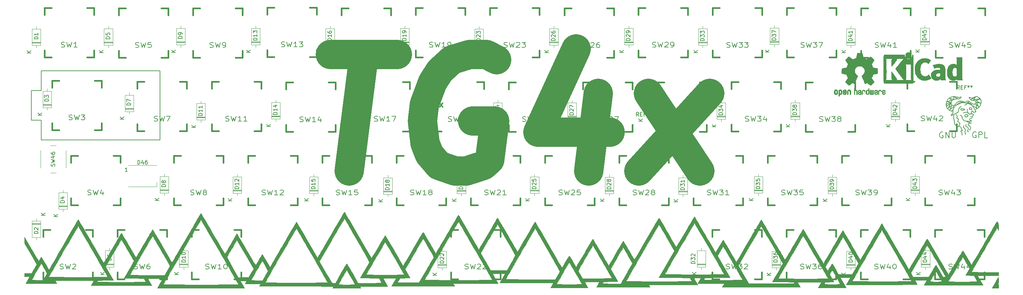
<source format=gto>
G04 #@! TF.GenerationSoftware,KiCad,Pcbnew,(5.0.2)-1*
G04 #@! TF.CreationDate,2019-02-01T17:27:45-05:00*
G04 #@! TF.ProjectId,TG4x,54473478-2e6b-4696-9361-645f70636258,rev?*
G04 #@! TF.SameCoordinates,Original*
G04 #@! TF.FileFunction,Legend,Top*
G04 #@! TF.FilePolarity,Positive*
%FSLAX46Y46*%
G04 Gerber Fmt 4.6, Leading zero omitted, Abs format (unit mm)*
G04 Created by KiCad (PCBNEW (5.0.2)-1) date 2/1/2019 5:27:45 PM*
%MOMM*%
%LPD*%
G01*
G04 APERTURE LIST*
%ADD10C,7.500000*%
%ADD11C,0.300000*%
%ADD12C,0.381000*%
%ADD13C,0.010000*%
%ADD14C,0.120000*%
%ADD15C,0.150000*%
%ADD16C,0.203200*%
G04 APERTURE END LIST*
D10*
X101890696Y-54183428D02*
X119033553Y-54183428D01*
X106712124Y-84183428D02*
X110462124Y-54183428D01*
X144569267Y-55612000D02*
X141890696Y-54183428D01*
X137604982Y-54183428D01*
X133140696Y-55612000D01*
X129926410Y-58469142D01*
X128140696Y-61326285D01*
X125997839Y-67040571D01*
X125462124Y-71326285D01*
X126176410Y-77040571D01*
X127247839Y-79897714D01*
X129747839Y-82754857D01*
X133854982Y-84183428D01*
X136712125Y-84183428D01*
X141176410Y-82754857D01*
X142783553Y-81326285D01*
X144033553Y-71326285D01*
X138319267Y-71326285D01*
X170640696Y-64183428D02*
X168140696Y-84183428D01*
X164926410Y-52754857D02*
X155104982Y-74183428D01*
X173676410Y-74183428D01*
X180997839Y-84183428D02*
X199212125Y-64183428D01*
X183497839Y-64183428D02*
X196712125Y-84183428D01*
D11*
X126238285Y-66734571D02*
X126809714Y-66734571D01*
X126452571Y-66234571D02*
X126452571Y-67520285D01*
X126524000Y-67663142D01*
X126666857Y-67734571D01*
X126809714Y-67734571D01*
X127952571Y-66734571D02*
X127952571Y-67948857D01*
X127881142Y-68091714D01*
X127809714Y-68163142D01*
X127666857Y-68234571D01*
X127452571Y-68234571D01*
X127309714Y-68163142D01*
X127952571Y-67663142D02*
X127809714Y-67734571D01*
X127524000Y-67734571D01*
X127381142Y-67663142D01*
X127309714Y-67591714D01*
X127238285Y-67448857D01*
X127238285Y-67020285D01*
X127309714Y-66877428D01*
X127381142Y-66806000D01*
X127524000Y-66734571D01*
X127809714Y-66734571D01*
X127952571Y-66806000D01*
X129309714Y-66734571D02*
X129309714Y-67734571D01*
X128952571Y-66163142D02*
X128595428Y-67234571D01*
X129524000Y-67234571D01*
X129952571Y-67734571D02*
X130738285Y-66734571D01*
X129952571Y-66734571D02*
X130738285Y-67734571D01*
D12*
G04 #@! TO.C,SW43*
X254508000Y-80264000D02*
X256286000Y-80264000D01*
X265430000Y-80264000D02*
X267208000Y-80264000D01*
X267208000Y-80264000D02*
X267208000Y-82042000D01*
X267208000Y-91186000D02*
X267208000Y-92964000D01*
X267208000Y-92964000D02*
X265430000Y-92964000D01*
X256286000Y-92964000D02*
X254508000Y-92964000D01*
X254508000Y-92964000D02*
X254508000Y-91186000D01*
X254508000Y-82042000D02*
X254508000Y-80264000D01*
G04 #@! TO.C,SW42*
X249936000Y-61214000D02*
X251714000Y-61214000D01*
X260858000Y-61214000D02*
X262636000Y-61214000D01*
X262636000Y-61214000D02*
X262636000Y-62992000D01*
X262636000Y-72136000D02*
X262636000Y-73914000D01*
X262636000Y-73914000D02*
X260858000Y-73914000D01*
X251714000Y-73914000D02*
X249936000Y-73914000D01*
X249936000Y-73914000D02*
X249936000Y-72136000D01*
X249936000Y-62992000D02*
X249936000Y-61214000D01*
G04 #@! TO.C,SW3*
X30480000Y-60960000D02*
X32258000Y-60960000D01*
X41402000Y-60960000D02*
X43180000Y-60960000D01*
X43180000Y-60960000D02*
X43180000Y-62738000D01*
X43180000Y-71882000D02*
X43180000Y-73660000D01*
X43180000Y-73660000D02*
X41402000Y-73660000D01*
X32258000Y-73660000D02*
X30480000Y-73660000D01*
X30480000Y-73660000D02*
X30480000Y-71882000D01*
X30480000Y-62738000D02*
X30480000Y-60960000D01*
G04 #@! TO.C,SW4*
X35306000Y-82042000D02*
X35306000Y-80264000D01*
X35306000Y-92964000D02*
X35306000Y-91186000D01*
X37084000Y-92964000D02*
X35306000Y-92964000D01*
X48006000Y-92964000D02*
X46228000Y-92964000D01*
X48006000Y-91186000D02*
X48006000Y-92964000D01*
X48006000Y-80264000D02*
X48006000Y-82042000D01*
X46228000Y-80264000D02*
X48006000Y-80264000D01*
X35306000Y-80264000D02*
X37084000Y-80264000D01*
G04 #@! TO.C,SW30*
X185750200Y-61391800D02*
X187528200Y-61391800D01*
X196672200Y-61391800D02*
X198450200Y-61391800D01*
X198450200Y-61391800D02*
X198450200Y-63169800D01*
X198450200Y-72313800D02*
X198450200Y-74091800D01*
X198450200Y-74091800D02*
X196672200Y-74091800D01*
X187528200Y-74091800D02*
X185750200Y-74091800D01*
X185750200Y-74091800D02*
X185750200Y-72313800D01*
X185750200Y-63169800D02*
X185750200Y-61391800D01*
G04 #@! TO.C,SW12*
X80772000Y-80264000D02*
X82550000Y-80264000D01*
X91694000Y-80264000D02*
X93472000Y-80264000D01*
X93472000Y-80264000D02*
X93472000Y-82042000D01*
X93472000Y-91186000D02*
X93472000Y-92964000D01*
X93472000Y-92964000D02*
X91694000Y-92964000D01*
X82550000Y-92964000D02*
X80772000Y-92964000D01*
X80772000Y-92964000D02*
X80772000Y-91186000D01*
X80772000Y-82042000D02*
X80772000Y-80264000D01*
G04 #@! TO.C,SW38*
X223850200Y-61391800D02*
X225628200Y-61391800D01*
X234772200Y-61391800D02*
X236550200Y-61391800D01*
X236550200Y-61391800D02*
X236550200Y-63169800D01*
X236550200Y-72313800D02*
X236550200Y-74091800D01*
X236550200Y-74091800D02*
X234772200Y-74091800D01*
X225628200Y-74091800D02*
X223850200Y-74091800D01*
X223850200Y-74091800D02*
X223850200Y-72313800D01*
X223850200Y-63169800D02*
X223850200Y-61391800D01*
G04 #@! TO.C,SW2*
X28194000Y-99314000D02*
X29972000Y-99314000D01*
X39116000Y-99314000D02*
X40894000Y-99314000D01*
X40894000Y-99314000D02*
X40894000Y-101092000D01*
X40894000Y-110236000D02*
X40894000Y-112014000D01*
X40894000Y-112014000D02*
X39116000Y-112014000D01*
X29972000Y-112014000D02*
X28194000Y-112014000D01*
X28194000Y-112014000D02*
X28194000Y-110236000D01*
X28194000Y-101092000D02*
X28194000Y-99314000D01*
G04 #@! TO.C,SW37*
X219075000Y-42316400D02*
X220853000Y-42316400D01*
X229997000Y-42316400D02*
X231775000Y-42316400D01*
X231775000Y-42316400D02*
X231775000Y-44094400D01*
X231775000Y-53238400D02*
X231775000Y-55016400D01*
X231775000Y-55016400D02*
X229997000Y-55016400D01*
X220853000Y-55016400D02*
X219075000Y-55016400D01*
X219075000Y-55016400D02*
X219075000Y-53238400D01*
X219075000Y-44094400D02*
X219075000Y-42316400D01*
G04 #@! TO.C,SW22*
X132842000Y-99314000D02*
X134620000Y-99314000D01*
X143764000Y-99314000D02*
X145542000Y-99314000D01*
X145542000Y-99314000D02*
X145542000Y-101092000D01*
X145542000Y-110236000D02*
X145542000Y-112014000D01*
X145542000Y-112014000D02*
X143764000Y-112014000D01*
X134620000Y-112014000D02*
X132842000Y-112014000D01*
X132842000Y-112014000D02*
X132842000Y-110236000D01*
X132842000Y-101092000D02*
X132842000Y-99314000D01*
G04 #@! TO.C,SW20*
X128574800Y-61366400D02*
X130352800Y-61366400D01*
X139496800Y-61366400D02*
X141274800Y-61366400D01*
X141274800Y-61366400D02*
X141274800Y-63144400D01*
X141274800Y-72288400D02*
X141274800Y-74066400D01*
X141274800Y-74066400D02*
X139496800Y-74066400D01*
X130352800Y-74066400D02*
X128574800Y-74066400D01*
X128574800Y-74066400D02*
X128574800Y-72288400D01*
X128574800Y-63144400D02*
X128574800Y-61366400D01*
G04 #@! TO.C,SW11*
X71424800Y-61290200D02*
X73202800Y-61290200D01*
X82346800Y-61290200D02*
X84124800Y-61290200D01*
X84124800Y-61290200D02*
X84124800Y-63068200D01*
X84124800Y-72212200D02*
X84124800Y-73990200D01*
X84124800Y-73990200D02*
X82346800Y-73990200D01*
X73202800Y-73990200D02*
X71424800Y-73990200D01*
X71424800Y-73990200D02*
X71424800Y-72212200D01*
X71424800Y-63068200D02*
X71424800Y-61290200D01*
G04 #@! TO.C,SW15*
X99822000Y-80264000D02*
X101600000Y-80264000D01*
X110744000Y-80264000D02*
X112522000Y-80264000D01*
X112522000Y-80264000D02*
X112522000Y-82042000D01*
X112522000Y-91186000D02*
X112522000Y-92964000D01*
X112522000Y-92964000D02*
X110744000Y-92964000D01*
X101600000Y-92964000D02*
X99822000Y-92964000D01*
X99822000Y-92964000D02*
X99822000Y-91186000D01*
X99822000Y-82042000D02*
X99822000Y-80264000D01*
G04 #@! TO.C,SW14*
X90474800Y-61442600D02*
X92252800Y-61442600D01*
X101396800Y-61442600D02*
X103174800Y-61442600D01*
X103174800Y-61442600D02*
X103174800Y-63220600D01*
X103174800Y-72364600D02*
X103174800Y-74142600D01*
X103174800Y-74142600D02*
X101396800Y-74142600D01*
X92252800Y-74142600D02*
X90474800Y-74142600D01*
X90474800Y-74142600D02*
X90474800Y-72364600D01*
X90474800Y-63220600D02*
X90474800Y-61442600D01*
G04 #@! TO.C,SW18*
X118872000Y-80264000D02*
X120650000Y-80264000D01*
X129794000Y-80264000D02*
X131572000Y-80264000D01*
X131572000Y-80264000D02*
X131572000Y-82042000D01*
X131572000Y-91186000D02*
X131572000Y-92964000D01*
X131572000Y-92964000D02*
X129794000Y-92964000D01*
X120650000Y-92964000D02*
X118872000Y-92964000D01*
X118872000Y-92964000D02*
X118872000Y-91186000D01*
X118872000Y-82042000D02*
X118872000Y-80264000D01*
G04 #@! TO.C,SW21*
X137922000Y-80264000D02*
X139700000Y-80264000D01*
X148844000Y-80264000D02*
X150622000Y-80264000D01*
X150622000Y-80264000D02*
X150622000Y-82042000D01*
X150622000Y-91186000D02*
X150622000Y-92964000D01*
X150622000Y-92964000D02*
X148844000Y-92964000D01*
X139700000Y-92964000D02*
X137922000Y-92964000D01*
X137922000Y-92964000D02*
X137922000Y-91186000D01*
X137922000Y-82042000D02*
X137922000Y-80264000D01*
G04 #@! TO.C,SW36*
X218948000Y-99314000D02*
X220726000Y-99314000D01*
X229870000Y-99314000D02*
X231648000Y-99314000D01*
X231648000Y-99314000D02*
X231648000Y-101092000D01*
X231648000Y-110236000D02*
X231648000Y-112014000D01*
X231648000Y-112014000D02*
X229870000Y-112014000D01*
X220726000Y-112014000D02*
X218948000Y-112014000D01*
X218948000Y-112014000D02*
X218948000Y-110236000D01*
X218948000Y-101092000D02*
X218948000Y-99314000D01*
G04 #@! TO.C,SW19*
X123748800Y-42291000D02*
X125526800Y-42291000D01*
X134670800Y-42291000D02*
X136448800Y-42291000D01*
X136448800Y-42291000D02*
X136448800Y-44069000D01*
X136448800Y-53213000D02*
X136448800Y-54991000D01*
X136448800Y-54991000D02*
X134670800Y-54991000D01*
X125526800Y-54991000D02*
X123748800Y-54991000D01*
X123748800Y-54991000D02*
X123748800Y-53213000D01*
X123748800Y-44069000D02*
X123748800Y-42291000D01*
G04 #@! TO.C,SW27*
X166674800Y-61417200D02*
X168452800Y-61417200D01*
X177596800Y-61417200D02*
X179374800Y-61417200D01*
X179374800Y-61417200D02*
X179374800Y-63195200D01*
X179374800Y-72339200D02*
X179374800Y-74117200D01*
X179374800Y-74117200D02*
X177596800Y-74117200D01*
X168452800Y-74117200D02*
X166674800Y-74117200D01*
X166674800Y-74117200D02*
X166674800Y-72339200D01*
X166674800Y-63195200D02*
X166674800Y-61417200D01*
G04 #@! TO.C,SW40*
X237998000Y-99314000D02*
X239776000Y-99314000D01*
X248920000Y-99314000D02*
X250698000Y-99314000D01*
X250698000Y-99314000D02*
X250698000Y-101092000D01*
X250698000Y-110236000D02*
X250698000Y-112014000D01*
X250698000Y-112014000D02*
X248920000Y-112014000D01*
X239776000Y-112014000D02*
X237998000Y-112014000D01*
X237998000Y-112014000D02*
X237998000Y-110236000D01*
X237998000Y-101092000D02*
X237998000Y-99314000D01*
G04 #@! TO.C,SW33*
X200025000Y-42316400D02*
X201803000Y-42316400D01*
X210947000Y-42316400D02*
X212725000Y-42316400D01*
X212725000Y-42316400D02*
X212725000Y-44094400D01*
X212725000Y-53238400D02*
X212725000Y-55016400D01*
X212725000Y-55016400D02*
X210947000Y-55016400D01*
X201803000Y-55016400D02*
X200025000Y-55016400D01*
X200025000Y-55016400D02*
X200025000Y-53238400D01*
X200025000Y-44094400D02*
X200025000Y-42316400D01*
G04 #@! TO.C,SW9*
X66675000Y-42341800D02*
X68453000Y-42341800D01*
X77597000Y-42341800D02*
X79375000Y-42341800D01*
X79375000Y-42341800D02*
X79375000Y-44119800D01*
X79375000Y-53263800D02*
X79375000Y-55041800D01*
X79375000Y-55041800D02*
X77597000Y-55041800D01*
X68453000Y-55041800D02*
X66675000Y-55041800D01*
X66675000Y-55041800D02*
X66675000Y-53263800D01*
X66675000Y-44119800D02*
X66675000Y-42341800D01*
G04 #@! TO.C,SW8*
X61722000Y-80264000D02*
X63500000Y-80264000D01*
X72644000Y-80264000D02*
X74422000Y-80264000D01*
X74422000Y-80264000D02*
X74422000Y-82042000D01*
X74422000Y-91186000D02*
X74422000Y-92964000D01*
X74422000Y-92964000D02*
X72644000Y-92964000D01*
X63500000Y-92964000D02*
X61722000Y-92964000D01*
X61722000Y-92964000D02*
X61722000Y-91186000D01*
X61722000Y-82042000D02*
X61722000Y-80264000D01*
G04 #@! TO.C,SW32*
X199898000Y-99314000D02*
X201676000Y-99314000D01*
X210820000Y-99314000D02*
X212598000Y-99314000D01*
X212598000Y-99314000D02*
X212598000Y-101092000D01*
X212598000Y-110236000D02*
X212598000Y-112014000D01*
X212598000Y-112014000D02*
X210820000Y-112014000D01*
X201676000Y-112014000D02*
X199898000Y-112014000D01*
X199898000Y-112014000D02*
X199898000Y-110236000D01*
X199898000Y-101092000D02*
X199898000Y-99314000D01*
G04 #@! TO.C,SW17*
X109550200Y-61341000D02*
X111328200Y-61341000D01*
X120472200Y-61341000D02*
X122250200Y-61341000D01*
X122250200Y-61341000D02*
X122250200Y-63119000D01*
X122250200Y-72263000D02*
X122250200Y-74041000D01*
X122250200Y-74041000D02*
X120472200Y-74041000D01*
X111328200Y-74041000D02*
X109550200Y-74041000D01*
X109550200Y-74041000D02*
X109550200Y-72263000D01*
X109550200Y-63119000D02*
X109550200Y-61341000D01*
G04 #@! TO.C,SW31*
X195072000Y-80264000D02*
X196850000Y-80264000D01*
X205994000Y-80264000D02*
X207772000Y-80264000D01*
X207772000Y-80264000D02*
X207772000Y-82042000D01*
X207772000Y-91186000D02*
X207772000Y-92964000D01*
X207772000Y-92964000D02*
X205994000Y-92964000D01*
X196850000Y-92964000D02*
X195072000Y-92964000D01*
X195072000Y-92964000D02*
X195072000Y-91186000D01*
X195072000Y-82042000D02*
X195072000Y-80264000D01*
G04 #@! TO.C,SW16*
X104698800Y-42367200D02*
X106476800Y-42367200D01*
X115620800Y-42367200D02*
X117398800Y-42367200D01*
X117398800Y-42367200D02*
X117398800Y-44145200D01*
X117398800Y-53289200D02*
X117398800Y-55067200D01*
X117398800Y-55067200D02*
X115620800Y-55067200D01*
X106476800Y-55067200D02*
X104698800Y-55067200D01*
X104698800Y-55067200D02*
X104698800Y-53289200D01*
X104698800Y-44145200D02*
X104698800Y-42367200D01*
G04 #@! TO.C,SW28*
X176022000Y-80264000D02*
X177800000Y-80264000D01*
X186944000Y-80264000D02*
X188722000Y-80264000D01*
X188722000Y-80264000D02*
X188722000Y-82042000D01*
X188722000Y-91186000D02*
X188722000Y-92964000D01*
X188722000Y-92964000D02*
X186944000Y-92964000D01*
X177800000Y-92964000D02*
X176022000Y-92964000D01*
X176022000Y-92964000D02*
X176022000Y-91186000D01*
X176022000Y-82042000D02*
X176022000Y-80264000D01*
G04 #@! TO.C,SW7*
X52349400Y-61290200D02*
X54127400Y-61290200D01*
X63271400Y-61290200D02*
X65049400Y-61290200D01*
X65049400Y-61290200D02*
X65049400Y-63068200D01*
X65049400Y-72212200D02*
X65049400Y-73990200D01*
X65049400Y-73990200D02*
X63271400Y-73990200D01*
X54127400Y-73990200D02*
X52349400Y-73990200D01*
X52349400Y-73990200D02*
X52349400Y-72212200D01*
X52349400Y-63068200D02*
X52349400Y-61290200D01*
G04 #@! TO.C,SW10*
X66294000Y-99314000D02*
X68072000Y-99314000D01*
X77216000Y-99314000D02*
X78994000Y-99314000D01*
X78994000Y-99314000D02*
X78994000Y-101092000D01*
X78994000Y-110236000D02*
X78994000Y-112014000D01*
X78994000Y-112014000D02*
X77216000Y-112014000D01*
X68072000Y-112014000D02*
X66294000Y-112014000D01*
X66294000Y-112014000D02*
X66294000Y-110236000D01*
X66294000Y-101092000D02*
X66294000Y-99314000D01*
G04 #@! TO.C,SW35*
X214122000Y-80264000D02*
X215900000Y-80264000D01*
X225044000Y-80264000D02*
X226822000Y-80264000D01*
X226822000Y-80264000D02*
X226822000Y-82042000D01*
X226822000Y-91186000D02*
X226822000Y-92964000D01*
X226822000Y-92964000D02*
X225044000Y-92964000D01*
X215900000Y-92964000D02*
X214122000Y-92964000D01*
X214122000Y-92964000D02*
X214122000Y-91186000D01*
X214122000Y-82042000D02*
X214122000Y-80264000D01*
G04 #@! TO.C,SW24*
X147624800Y-61391800D02*
X149402800Y-61391800D01*
X158546800Y-61391800D02*
X160324800Y-61391800D01*
X160324800Y-61391800D02*
X160324800Y-63169800D01*
X160324800Y-72313800D02*
X160324800Y-74091800D01*
X160324800Y-74091800D02*
X158546800Y-74091800D01*
X149402800Y-74091800D02*
X147624800Y-74091800D01*
X147624800Y-74091800D02*
X147624800Y-72313800D01*
X147624800Y-63169800D02*
X147624800Y-61391800D01*
G04 #@! TO.C,SW5*
X47548800Y-42341800D02*
X49326800Y-42341800D01*
X58470800Y-42341800D02*
X60248800Y-42341800D01*
X60248800Y-42341800D02*
X60248800Y-44119800D01*
X60248800Y-53263800D02*
X60248800Y-55041800D01*
X60248800Y-55041800D02*
X58470800Y-55041800D01*
X49326800Y-55041800D02*
X47548800Y-55041800D01*
X47548800Y-55041800D02*
X47548800Y-53263800D01*
X47548800Y-44119800D02*
X47548800Y-42341800D01*
G04 #@! TO.C,SW13*
X85725000Y-42214800D02*
X87503000Y-42214800D01*
X96647000Y-42214800D02*
X98425000Y-42214800D01*
X98425000Y-42214800D02*
X98425000Y-43992800D01*
X98425000Y-53136800D02*
X98425000Y-54914800D01*
X98425000Y-54914800D02*
X96647000Y-54914800D01*
X87503000Y-54914800D02*
X85725000Y-54914800D01*
X85725000Y-54914800D02*
X85725000Y-53136800D01*
X85725000Y-43992800D02*
X85725000Y-42214800D01*
G04 #@! TO.C,SW1*
X28524200Y-42291000D02*
X30302200Y-42291000D01*
X39446200Y-42291000D02*
X41224200Y-42291000D01*
X41224200Y-42291000D02*
X41224200Y-44069000D01*
X41224200Y-53213000D02*
X41224200Y-54991000D01*
X41224200Y-54991000D02*
X39446200Y-54991000D01*
X30302200Y-54991000D02*
X28524200Y-54991000D01*
X28524200Y-54991000D02*
X28524200Y-53213000D01*
X28524200Y-44069000D02*
X28524200Y-42291000D01*
G04 #@! TO.C,SW26*
X161950400Y-42367200D02*
X163728400Y-42367200D01*
X172872400Y-42367200D02*
X174650400Y-42367200D01*
X174650400Y-42367200D02*
X174650400Y-44145200D01*
X174650400Y-53289200D02*
X174650400Y-55067200D01*
X174650400Y-55067200D02*
X172872400Y-55067200D01*
X163728400Y-55067200D02*
X161950400Y-55067200D01*
X161950400Y-55067200D02*
X161950400Y-53289200D01*
X161950400Y-44145200D02*
X161950400Y-42367200D01*
G04 #@! TO.C,SW29*
X180949600Y-42291000D02*
X182727600Y-42291000D01*
X191871600Y-42291000D02*
X193649600Y-42291000D01*
X193649600Y-42291000D02*
X193649600Y-44069000D01*
X193649600Y-53213000D02*
X193649600Y-54991000D01*
X193649600Y-54991000D02*
X191871600Y-54991000D01*
X182727600Y-54991000D02*
X180949600Y-54991000D01*
X180949600Y-54991000D02*
X180949600Y-53213000D01*
X180949600Y-44069000D02*
X180949600Y-42291000D01*
G04 #@! TO.C,SW41*
X238125000Y-42341800D02*
X239903000Y-42341800D01*
X249047000Y-42341800D02*
X250825000Y-42341800D01*
X250825000Y-42341800D02*
X250825000Y-44119800D01*
X250825000Y-53263800D02*
X250825000Y-55041800D01*
X250825000Y-55041800D02*
X249047000Y-55041800D01*
X239903000Y-55041800D02*
X238125000Y-55041800D01*
X238125000Y-55041800D02*
X238125000Y-53263800D01*
X238125000Y-44119800D02*
X238125000Y-42341800D01*
G04 #@! TO.C,SW23*
X142849600Y-42316400D02*
X144627600Y-42316400D01*
X153771600Y-42316400D02*
X155549600Y-42316400D01*
X155549600Y-42316400D02*
X155549600Y-44094400D01*
X155549600Y-53238400D02*
X155549600Y-55016400D01*
X155549600Y-55016400D02*
X153771600Y-55016400D01*
X144627600Y-55016400D02*
X142849600Y-55016400D01*
X142849600Y-55016400D02*
X142849600Y-53238400D01*
X142849600Y-44094400D02*
X142849600Y-42316400D01*
G04 #@! TO.C,SW25*
X156972000Y-80264000D02*
X158750000Y-80264000D01*
X167894000Y-80264000D02*
X169672000Y-80264000D01*
X169672000Y-80264000D02*
X169672000Y-82042000D01*
X169672000Y-91186000D02*
X169672000Y-92964000D01*
X169672000Y-92964000D02*
X167894000Y-92964000D01*
X158750000Y-92964000D02*
X156972000Y-92964000D01*
X156972000Y-92964000D02*
X156972000Y-91186000D01*
X156972000Y-82042000D02*
X156972000Y-80264000D01*
G04 #@! TO.C,SW34*
X204800200Y-61341000D02*
X206578200Y-61341000D01*
X215722200Y-61341000D02*
X217500200Y-61341000D01*
X217500200Y-61341000D02*
X217500200Y-63119000D01*
X217500200Y-72263000D02*
X217500200Y-74041000D01*
X217500200Y-74041000D02*
X215722200Y-74041000D01*
X206578200Y-74041000D02*
X204800200Y-74041000D01*
X204800200Y-74041000D02*
X204800200Y-72263000D01*
X204800200Y-63119000D02*
X204800200Y-61341000D01*
G04 #@! TO.C,SW39*
X233172000Y-80264000D02*
X234950000Y-80264000D01*
X244094000Y-80264000D02*
X245872000Y-80264000D01*
X245872000Y-80264000D02*
X245872000Y-82042000D01*
X245872000Y-91186000D02*
X245872000Y-92964000D01*
X245872000Y-92964000D02*
X244094000Y-92964000D01*
X234950000Y-92964000D02*
X233172000Y-92964000D01*
X233172000Y-92964000D02*
X233172000Y-91186000D01*
X233172000Y-82042000D02*
X233172000Y-80264000D01*
G04 #@! TO.C,SW45*
X257200400Y-42341800D02*
X258978400Y-42341800D01*
X268122400Y-42341800D02*
X269900400Y-42341800D01*
X269900400Y-42341800D02*
X269900400Y-44119800D01*
X269900400Y-53263800D02*
X269900400Y-55041800D01*
X269900400Y-55041800D02*
X268122400Y-55041800D01*
X258978400Y-55041800D02*
X257200400Y-55041800D01*
X257200400Y-55041800D02*
X257200400Y-53263800D01*
X257200400Y-44119800D02*
X257200400Y-42341800D01*
G04 #@! TO.C,SW44*
X257048000Y-99314000D02*
X258826000Y-99314000D01*
X267970000Y-99314000D02*
X269748000Y-99314000D01*
X269748000Y-99314000D02*
X269748000Y-101092000D01*
X269748000Y-110236000D02*
X269748000Y-112014000D01*
X269748000Y-112014000D02*
X267970000Y-112014000D01*
X258826000Y-112014000D02*
X257048000Y-112014000D01*
X257048000Y-112014000D02*
X257048000Y-110236000D01*
X257048000Y-101092000D02*
X257048000Y-99314000D01*
G04 #@! TO.C,SW6*
X47244000Y-99314000D02*
X49022000Y-99314000D01*
X58166000Y-99314000D02*
X59944000Y-99314000D01*
X59944000Y-99314000D02*
X59944000Y-101092000D01*
X59944000Y-110236000D02*
X59944000Y-112014000D01*
X59944000Y-112014000D02*
X58166000Y-112014000D01*
X49022000Y-112014000D02*
X47244000Y-112014000D01*
X47244000Y-112014000D02*
X47244000Y-110236000D01*
X47244000Y-101092000D02*
X47244000Y-99314000D01*
D13*
G04 #@! TO.C,REF\002A\002A*
G36*
X237953014Y-53888998D02*
X238111006Y-53889863D01*
X238225347Y-53892205D01*
X238303407Y-53896762D01*
X238352554Y-53904270D01*
X238380159Y-53915466D01*
X238393592Y-53931088D01*
X238400221Y-53951873D01*
X238400865Y-53954563D01*
X238410935Y-54003113D01*
X238429575Y-54098905D01*
X238454845Y-54231743D01*
X238484807Y-54391431D01*
X238517522Y-54567774D01*
X238518664Y-54573967D01*
X238551433Y-54746782D01*
X238582093Y-54899469D01*
X238608664Y-55022871D01*
X238629167Y-55107831D01*
X238641626Y-55145190D01*
X238642220Y-55145852D01*
X238678919Y-55164095D01*
X238754586Y-55194497D01*
X238852878Y-55230493D01*
X238853425Y-55230685D01*
X238977233Y-55277222D01*
X239123196Y-55336504D01*
X239260781Y-55396109D01*
X239267293Y-55399056D01*
X239491390Y-55500765D01*
X239987619Y-55161897D01*
X240139846Y-55058592D01*
X240277741Y-54966237D01*
X240393315Y-54890084D01*
X240478579Y-54835385D01*
X240525544Y-54807393D01*
X240530004Y-54805317D01*
X240564134Y-54814560D01*
X240627881Y-54859156D01*
X240723731Y-54941209D01*
X240854169Y-55062821D01*
X240987328Y-55192205D01*
X241115694Y-55319702D01*
X241230581Y-55436046D01*
X241325073Y-55534052D01*
X241392253Y-55606536D01*
X241425206Y-55646313D01*
X241426432Y-55648361D01*
X241430074Y-55675656D01*
X241416350Y-55720234D01*
X241381869Y-55788112D01*
X241323239Y-55885311D01*
X241237070Y-56017851D01*
X241122200Y-56188476D01*
X241020254Y-56338655D01*
X240929123Y-56473350D01*
X240854073Y-56584740D01*
X240800369Y-56665005D01*
X240773280Y-56706325D01*
X240771574Y-56709130D01*
X240774882Y-56748721D01*
X240799953Y-56825669D01*
X240841798Y-56925432D01*
X240856712Y-56957291D01*
X240921786Y-57099226D01*
X240991212Y-57260273D01*
X241047609Y-57399621D01*
X241088247Y-57503044D01*
X241120526Y-57581642D01*
X241139178Y-57622720D01*
X241141497Y-57625885D01*
X241175803Y-57631128D01*
X241256669Y-57645494D01*
X241373343Y-57666937D01*
X241515075Y-57693413D01*
X241671110Y-57722877D01*
X241830698Y-57753283D01*
X241983085Y-57782588D01*
X242117521Y-57808745D01*
X242223252Y-57829710D01*
X242289526Y-57843439D01*
X242305782Y-57847320D01*
X242322573Y-57856900D01*
X242335249Y-57878536D01*
X242344378Y-57919531D01*
X242350531Y-57987189D01*
X242354280Y-58088812D01*
X242356192Y-58231703D01*
X242356840Y-58423165D01*
X242356874Y-58501645D01*
X242356874Y-59139906D01*
X242203598Y-59170160D01*
X242118322Y-59186564D01*
X241991070Y-59210509D01*
X241837315Y-59239107D01*
X241672534Y-59269467D01*
X241626989Y-59277806D01*
X241474932Y-59307370D01*
X241342468Y-59336442D01*
X241240714Y-59362329D01*
X241180788Y-59382337D01*
X241170805Y-59388301D01*
X241146293Y-59430534D01*
X241111148Y-59512370D01*
X241072173Y-59617683D01*
X241064442Y-59640368D01*
X241013360Y-59781018D01*
X240949954Y-59939714D01*
X240887904Y-60082225D01*
X240887598Y-60082886D01*
X240784267Y-60306440D01*
X241463961Y-61306232D01*
X241027621Y-61743300D01*
X240895649Y-61873381D01*
X240775279Y-61988048D01*
X240673273Y-62081181D01*
X240596391Y-62146658D01*
X240551393Y-62178357D01*
X240544938Y-62180368D01*
X240507040Y-62164529D01*
X240429708Y-62120496D01*
X240321389Y-62053490D01*
X240190532Y-61968734D01*
X240049052Y-61873816D01*
X239905461Y-61776998D01*
X239777435Y-61692751D01*
X239673105Y-61626258D01*
X239600600Y-61582702D01*
X239568158Y-61567264D01*
X239528576Y-61580328D01*
X239453519Y-61614750D01*
X239358468Y-61663380D01*
X239348392Y-61668785D01*
X239220391Y-61732980D01*
X239132618Y-61764463D01*
X239078028Y-61764798D01*
X239049575Y-61735548D01*
X239049410Y-61735138D01*
X239035188Y-61700498D01*
X239001269Y-61618269D01*
X238950284Y-61494814D01*
X238884862Y-61336498D01*
X238807634Y-61149686D01*
X238721229Y-60940742D01*
X238637551Y-60738446D01*
X238545588Y-60515200D01*
X238461150Y-60308392D01*
X238386769Y-60124362D01*
X238324974Y-59969451D01*
X238278297Y-59849996D01*
X238249268Y-59772339D01*
X238240322Y-59743356D01*
X238262756Y-59710110D01*
X238321439Y-59657123D01*
X238399689Y-59598704D01*
X238622534Y-59413952D01*
X238796718Y-59202182D01*
X238920154Y-58967856D01*
X238990754Y-58715434D01*
X239006431Y-58449377D01*
X238995036Y-58326575D01*
X238932950Y-58071793D01*
X238826023Y-57846801D01*
X238680889Y-57653817D01*
X238504178Y-57495061D01*
X238302522Y-57372750D01*
X238082554Y-57289105D01*
X237850906Y-57246344D01*
X237614209Y-57246687D01*
X237379095Y-57292352D01*
X237152196Y-57385559D01*
X236940144Y-57528527D01*
X236851636Y-57609383D01*
X236681889Y-57817007D01*
X236563699Y-58043895D01*
X236496278Y-58283433D01*
X236478840Y-58529007D01*
X236510598Y-58774003D01*
X236590765Y-59011808D01*
X236718555Y-59235807D01*
X236893180Y-59439387D01*
X237088312Y-59598704D01*
X237169591Y-59659602D01*
X237227009Y-59712015D01*
X237247678Y-59743406D01*
X237236856Y-59777639D01*
X237206077Y-59859419D01*
X237157874Y-59982407D01*
X237094778Y-60140263D01*
X237019322Y-60326649D01*
X236934038Y-60535226D01*
X236850219Y-60738496D01*
X236757745Y-60961933D01*
X236672089Y-61168984D01*
X236595882Y-61353286D01*
X236531753Y-61508475D01*
X236482332Y-61628188D01*
X236450248Y-61706061D01*
X236438359Y-61735138D01*
X236410274Y-61764677D01*
X236355949Y-61764591D01*
X236268395Y-61733326D01*
X236140619Y-61669329D01*
X236139608Y-61668785D01*
X236043402Y-61619121D01*
X235965631Y-61582945D01*
X235921777Y-61567408D01*
X235919842Y-61567264D01*
X235886829Y-61583024D01*
X235813946Y-61626850D01*
X235709322Y-61693557D01*
X235581090Y-61777964D01*
X235438948Y-61873816D01*
X235294233Y-61970867D01*
X235163804Y-62055270D01*
X235056110Y-62121801D01*
X234979598Y-62165238D01*
X234943062Y-62180368D01*
X234909418Y-62160482D01*
X234841776Y-62104903D01*
X234746893Y-62019754D01*
X234631530Y-61911153D01*
X234502445Y-61785221D01*
X234460229Y-61743149D01*
X234023739Y-61305931D01*
X234355977Y-60818340D01*
X234456946Y-60668605D01*
X234545562Y-60534220D01*
X234616854Y-60422969D01*
X234665850Y-60342639D01*
X234687578Y-60301014D01*
X234688215Y-60298053D01*
X234676760Y-60258818D01*
X234645949Y-60179895D01*
X234601116Y-60074509D01*
X234569647Y-60003954D01*
X234510808Y-59868876D01*
X234455396Y-59732409D01*
X234412436Y-59617103D01*
X234400766Y-59581977D01*
X234367611Y-59488174D01*
X234335201Y-59415694D01*
X234317399Y-59388301D01*
X234278114Y-59371536D01*
X234192374Y-59347770D01*
X234071303Y-59319697D01*
X233926027Y-59290009D01*
X233861012Y-59277806D01*
X233695913Y-59247468D01*
X233537552Y-59218093D01*
X233401404Y-59192569D01*
X233302943Y-59173785D01*
X233284402Y-59170160D01*
X233131127Y-59139906D01*
X233131127Y-58501645D01*
X233131471Y-58291770D01*
X233132884Y-58132980D01*
X233135936Y-58017973D01*
X233141197Y-57939446D01*
X233149237Y-57890096D01*
X233160627Y-57862619D01*
X233175937Y-57849713D01*
X233182218Y-57847320D01*
X233220104Y-57838833D01*
X233303805Y-57821900D01*
X233422567Y-57798566D01*
X233565639Y-57770875D01*
X233722268Y-57740873D01*
X233881703Y-57710604D01*
X234033191Y-57682115D01*
X234165981Y-57657449D01*
X234269319Y-57638651D01*
X234332455Y-57627767D01*
X234346503Y-57625885D01*
X234359230Y-57600704D01*
X234387400Y-57533622D01*
X234425748Y-57437333D01*
X234440391Y-57399621D01*
X234499452Y-57253921D01*
X234569000Y-57092951D01*
X234631288Y-56957291D01*
X234677121Y-56853561D01*
X234707613Y-56768326D01*
X234717792Y-56716126D01*
X234716169Y-56709130D01*
X234694657Y-56676102D01*
X234645535Y-56602643D01*
X234574077Y-56496577D01*
X234485555Y-56365726D01*
X234385241Y-56217912D01*
X234365406Y-56188734D01*
X234249012Y-56015863D01*
X234163452Y-55884226D01*
X234105316Y-55787761D01*
X234071192Y-55720408D01*
X234057669Y-55676106D01*
X234061336Y-55648794D01*
X234061430Y-55648620D01*
X234090293Y-55612746D01*
X234154133Y-55543391D01*
X234246031Y-55447745D01*
X234359067Y-55332999D01*
X234486321Y-55206341D01*
X234500672Y-55192205D01*
X234661043Y-55036903D01*
X234784805Y-54922870D01*
X234874445Y-54848002D01*
X234932448Y-54810196D01*
X234957996Y-54805317D01*
X234995282Y-54826603D01*
X235072657Y-54875773D01*
X235182133Y-54947575D01*
X235315720Y-55036755D01*
X235465430Y-55138063D01*
X235500382Y-55161897D01*
X235996610Y-55500765D01*
X236220707Y-55399056D01*
X236356989Y-55339783D01*
X236503276Y-55280170D01*
X236629035Y-55232640D01*
X236634575Y-55230685D01*
X236732943Y-55194677D01*
X236808771Y-55164229D01*
X236845718Y-55145905D01*
X236845780Y-55145852D01*
X236857504Y-55112729D01*
X236877432Y-55031267D01*
X236903587Y-54910625D01*
X236933990Y-54759959D01*
X236966663Y-54588428D01*
X236969336Y-54573967D01*
X237002110Y-54397235D01*
X237032198Y-54236810D01*
X237057661Y-54102888D01*
X237076559Y-54005663D01*
X237086953Y-53955332D01*
X237087135Y-53954563D01*
X237093461Y-53933153D01*
X237105761Y-53916988D01*
X237131406Y-53905331D01*
X237177765Y-53897445D01*
X237252208Y-53892593D01*
X237362105Y-53890039D01*
X237514825Y-53889045D01*
X237717738Y-53888874D01*
X237744000Y-53888874D01*
X237953014Y-53888998D01*
X237953014Y-53888998D01*
G37*
X237953014Y-53888998D02*
X238111006Y-53889863D01*
X238225347Y-53892205D01*
X238303407Y-53896762D01*
X238352554Y-53904270D01*
X238380159Y-53915466D01*
X238393592Y-53931088D01*
X238400221Y-53951873D01*
X238400865Y-53954563D01*
X238410935Y-54003113D01*
X238429575Y-54098905D01*
X238454845Y-54231743D01*
X238484807Y-54391431D01*
X238517522Y-54567774D01*
X238518664Y-54573967D01*
X238551433Y-54746782D01*
X238582093Y-54899469D01*
X238608664Y-55022871D01*
X238629167Y-55107831D01*
X238641626Y-55145190D01*
X238642220Y-55145852D01*
X238678919Y-55164095D01*
X238754586Y-55194497D01*
X238852878Y-55230493D01*
X238853425Y-55230685D01*
X238977233Y-55277222D01*
X239123196Y-55336504D01*
X239260781Y-55396109D01*
X239267293Y-55399056D01*
X239491390Y-55500765D01*
X239987619Y-55161897D01*
X240139846Y-55058592D01*
X240277741Y-54966237D01*
X240393315Y-54890084D01*
X240478579Y-54835385D01*
X240525544Y-54807393D01*
X240530004Y-54805317D01*
X240564134Y-54814560D01*
X240627881Y-54859156D01*
X240723731Y-54941209D01*
X240854169Y-55062821D01*
X240987328Y-55192205D01*
X241115694Y-55319702D01*
X241230581Y-55436046D01*
X241325073Y-55534052D01*
X241392253Y-55606536D01*
X241425206Y-55646313D01*
X241426432Y-55648361D01*
X241430074Y-55675656D01*
X241416350Y-55720234D01*
X241381869Y-55788112D01*
X241323239Y-55885311D01*
X241237070Y-56017851D01*
X241122200Y-56188476D01*
X241020254Y-56338655D01*
X240929123Y-56473350D01*
X240854073Y-56584740D01*
X240800369Y-56665005D01*
X240773280Y-56706325D01*
X240771574Y-56709130D01*
X240774882Y-56748721D01*
X240799953Y-56825669D01*
X240841798Y-56925432D01*
X240856712Y-56957291D01*
X240921786Y-57099226D01*
X240991212Y-57260273D01*
X241047609Y-57399621D01*
X241088247Y-57503044D01*
X241120526Y-57581642D01*
X241139178Y-57622720D01*
X241141497Y-57625885D01*
X241175803Y-57631128D01*
X241256669Y-57645494D01*
X241373343Y-57666937D01*
X241515075Y-57693413D01*
X241671110Y-57722877D01*
X241830698Y-57753283D01*
X241983085Y-57782588D01*
X242117521Y-57808745D01*
X242223252Y-57829710D01*
X242289526Y-57843439D01*
X242305782Y-57847320D01*
X242322573Y-57856900D01*
X242335249Y-57878536D01*
X242344378Y-57919531D01*
X242350531Y-57987189D01*
X242354280Y-58088812D01*
X242356192Y-58231703D01*
X242356840Y-58423165D01*
X242356874Y-58501645D01*
X242356874Y-59139906D01*
X242203598Y-59170160D01*
X242118322Y-59186564D01*
X241991070Y-59210509D01*
X241837315Y-59239107D01*
X241672534Y-59269467D01*
X241626989Y-59277806D01*
X241474932Y-59307370D01*
X241342468Y-59336442D01*
X241240714Y-59362329D01*
X241180788Y-59382337D01*
X241170805Y-59388301D01*
X241146293Y-59430534D01*
X241111148Y-59512370D01*
X241072173Y-59617683D01*
X241064442Y-59640368D01*
X241013360Y-59781018D01*
X240949954Y-59939714D01*
X240887904Y-60082225D01*
X240887598Y-60082886D01*
X240784267Y-60306440D01*
X241463961Y-61306232D01*
X241027621Y-61743300D01*
X240895649Y-61873381D01*
X240775279Y-61988048D01*
X240673273Y-62081181D01*
X240596391Y-62146658D01*
X240551393Y-62178357D01*
X240544938Y-62180368D01*
X240507040Y-62164529D01*
X240429708Y-62120496D01*
X240321389Y-62053490D01*
X240190532Y-61968734D01*
X240049052Y-61873816D01*
X239905461Y-61776998D01*
X239777435Y-61692751D01*
X239673105Y-61626258D01*
X239600600Y-61582702D01*
X239568158Y-61567264D01*
X239528576Y-61580328D01*
X239453519Y-61614750D01*
X239358468Y-61663380D01*
X239348392Y-61668785D01*
X239220391Y-61732980D01*
X239132618Y-61764463D01*
X239078028Y-61764798D01*
X239049575Y-61735548D01*
X239049410Y-61735138D01*
X239035188Y-61700498D01*
X239001269Y-61618269D01*
X238950284Y-61494814D01*
X238884862Y-61336498D01*
X238807634Y-61149686D01*
X238721229Y-60940742D01*
X238637551Y-60738446D01*
X238545588Y-60515200D01*
X238461150Y-60308392D01*
X238386769Y-60124362D01*
X238324974Y-59969451D01*
X238278297Y-59849996D01*
X238249268Y-59772339D01*
X238240322Y-59743356D01*
X238262756Y-59710110D01*
X238321439Y-59657123D01*
X238399689Y-59598704D01*
X238622534Y-59413952D01*
X238796718Y-59202182D01*
X238920154Y-58967856D01*
X238990754Y-58715434D01*
X239006431Y-58449377D01*
X238995036Y-58326575D01*
X238932950Y-58071793D01*
X238826023Y-57846801D01*
X238680889Y-57653817D01*
X238504178Y-57495061D01*
X238302522Y-57372750D01*
X238082554Y-57289105D01*
X237850906Y-57246344D01*
X237614209Y-57246687D01*
X237379095Y-57292352D01*
X237152196Y-57385559D01*
X236940144Y-57528527D01*
X236851636Y-57609383D01*
X236681889Y-57817007D01*
X236563699Y-58043895D01*
X236496278Y-58283433D01*
X236478840Y-58529007D01*
X236510598Y-58774003D01*
X236590765Y-59011808D01*
X236718555Y-59235807D01*
X236893180Y-59439387D01*
X237088312Y-59598704D01*
X237169591Y-59659602D01*
X237227009Y-59712015D01*
X237247678Y-59743406D01*
X237236856Y-59777639D01*
X237206077Y-59859419D01*
X237157874Y-59982407D01*
X237094778Y-60140263D01*
X237019322Y-60326649D01*
X236934038Y-60535226D01*
X236850219Y-60738496D01*
X236757745Y-60961933D01*
X236672089Y-61168984D01*
X236595882Y-61353286D01*
X236531753Y-61508475D01*
X236482332Y-61628188D01*
X236450248Y-61706061D01*
X236438359Y-61735138D01*
X236410274Y-61764677D01*
X236355949Y-61764591D01*
X236268395Y-61733326D01*
X236140619Y-61669329D01*
X236139608Y-61668785D01*
X236043402Y-61619121D01*
X235965631Y-61582945D01*
X235921777Y-61567408D01*
X235919842Y-61567264D01*
X235886829Y-61583024D01*
X235813946Y-61626850D01*
X235709322Y-61693557D01*
X235581090Y-61777964D01*
X235438948Y-61873816D01*
X235294233Y-61970867D01*
X235163804Y-62055270D01*
X235056110Y-62121801D01*
X234979598Y-62165238D01*
X234943062Y-62180368D01*
X234909418Y-62160482D01*
X234841776Y-62104903D01*
X234746893Y-62019754D01*
X234631530Y-61911153D01*
X234502445Y-61785221D01*
X234460229Y-61743149D01*
X234023739Y-61305931D01*
X234355977Y-60818340D01*
X234456946Y-60668605D01*
X234545562Y-60534220D01*
X234616854Y-60422969D01*
X234665850Y-60342639D01*
X234687578Y-60301014D01*
X234688215Y-60298053D01*
X234676760Y-60258818D01*
X234645949Y-60179895D01*
X234601116Y-60074509D01*
X234569647Y-60003954D01*
X234510808Y-59868876D01*
X234455396Y-59732409D01*
X234412436Y-59617103D01*
X234400766Y-59581977D01*
X234367611Y-59488174D01*
X234335201Y-59415694D01*
X234317399Y-59388301D01*
X234278114Y-59371536D01*
X234192374Y-59347770D01*
X234071303Y-59319697D01*
X233926027Y-59290009D01*
X233861012Y-59277806D01*
X233695913Y-59247468D01*
X233537552Y-59218093D01*
X233401404Y-59192569D01*
X233302943Y-59173785D01*
X233284402Y-59170160D01*
X233131127Y-59139906D01*
X233131127Y-58501645D01*
X233131471Y-58291770D01*
X233132884Y-58132980D01*
X233135936Y-58017973D01*
X233141197Y-57939446D01*
X233149237Y-57890096D01*
X233160627Y-57862619D01*
X233175937Y-57849713D01*
X233182218Y-57847320D01*
X233220104Y-57838833D01*
X233303805Y-57821900D01*
X233422567Y-57798566D01*
X233565639Y-57770875D01*
X233722268Y-57740873D01*
X233881703Y-57710604D01*
X234033191Y-57682115D01*
X234165981Y-57657449D01*
X234269319Y-57638651D01*
X234332455Y-57627767D01*
X234346503Y-57625885D01*
X234359230Y-57600704D01*
X234387400Y-57533622D01*
X234425748Y-57437333D01*
X234440391Y-57399621D01*
X234499452Y-57253921D01*
X234569000Y-57092951D01*
X234631288Y-56957291D01*
X234677121Y-56853561D01*
X234707613Y-56768326D01*
X234717792Y-56716126D01*
X234716169Y-56709130D01*
X234694657Y-56676102D01*
X234645535Y-56602643D01*
X234574077Y-56496577D01*
X234485555Y-56365726D01*
X234385241Y-56217912D01*
X234365406Y-56188734D01*
X234249012Y-56015863D01*
X234163452Y-55884226D01*
X234105316Y-55787761D01*
X234071192Y-55720408D01*
X234057669Y-55676106D01*
X234061336Y-55648794D01*
X234061430Y-55648620D01*
X234090293Y-55612746D01*
X234154133Y-55543391D01*
X234246031Y-55447745D01*
X234359067Y-55332999D01*
X234486321Y-55206341D01*
X234500672Y-55192205D01*
X234661043Y-55036903D01*
X234784805Y-54922870D01*
X234874445Y-54848002D01*
X234932448Y-54810196D01*
X234957996Y-54805317D01*
X234995282Y-54826603D01*
X235072657Y-54875773D01*
X235182133Y-54947575D01*
X235315720Y-55036755D01*
X235465430Y-55138063D01*
X235500382Y-55161897D01*
X235996610Y-55500765D01*
X236220707Y-55399056D01*
X236356989Y-55339783D01*
X236503276Y-55280170D01*
X236629035Y-55232640D01*
X236634575Y-55230685D01*
X236732943Y-55194677D01*
X236808771Y-55164229D01*
X236845718Y-55145905D01*
X236845780Y-55145852D01*
X236857504Y-55112729D01*
X236877432Y-55031267D01*
X236903587Y-54910625D01*
X236933990Y-54759959D01*
X236966663Y-54588428D01*
X236969336Y-54573967D01*
X237002110Y-54397235D01*
X237032198Y-54236810D01*
X237057661Y-54102888D01*
X237076559Y-54005663D01*
X237086953Y-53955332D01*
X237087135Y-53954563D01*
X237093461Y-53933153D01*
X237105761Y-53916988D01*
X237131406Y-53905331D01*
X237177765Y-53897445D01*
X237252208Y-53892593D01*
X237362105Y-53890039D01*
X237514825Y-53889045D01*
X237717738Y-53888874D01*
X237744000Y-53888874D01*
X237953014Y-53888998D01*
G36*
X244087439Y-63392540D02*
X244202950Y-63468034D01*
X244258664Y-63535617D01*
X244302804Y-63658255D01*
X244306309Y-63755298D01*
X244298368Y-63885056D01*
X243999115Y-64016039D01*
X243853611Y-64082958D01*
X243758537Y-64136790D01*
X243709101Y-64183416D01*
X243700511Y-64228720D01*
X243727972Y-64278582D01*
X243758253Y-64311632D01*
X243846363Y-64364633D01*
X243942196Y-64368347D01*
X244030212Y-64327041D01*
X244094869Y-64244983D01*
X244106433Y-64216008D01*
X244161825Y-64125509D01*
X244225553Y-64086940D01*
X244312966Y-64053946D01*
X244312966Y-64179034D01*
X244305238Y-64264156D01*
X244274966Y-64335938D01*
X244211518Y-64418356D01*
X244202088Y-64429066D01*
X244131513Y-64502391D01*
X244070847Y-64541742D01*
X243994950Y-64559845D01*
X243932030Y-64565774D01*
X243819487Y-64567251D01*
X243739370Y-64548535D01*
X243689390Y-64520747D01*
X243610838Y-64459641D01*
X243556463Y-64393554D01*
X243522052Y-64310441D01*
X243503388Y-64198254D01*
X243496256Y-64044946D01*
X243495687Y-63967136D01*
X243497622Y-63873853D01*
X243673899Y-63873853D01*
X243675944Y-63923896D01*
X243681039Y-63932092D01*
X243714666Y-63920958D01*
X243787030Y-63891493D01*
X243883747Y-63849601D01*
X243903973Y-63840597D01*
X244026203Y-63778442D01*
X244093547Y-63723815D01*
X244108348Y-63672649D01*
X244072947Y-63620876D01*
X244043711Y-63598000D01*
X243938216Y-63552250D01*
X243839476Y-63559808D01*
X243756812Y-63615651D01*
X243699548Y-63714753D01*
X243681188Y-63793414D01*
X243673899Y-63873853D01*
X243497622Y-63873853D01*
X243499459Y-63785351D01*
X243513359Y-63650853D01*
X243540894Y-63552916D01*
X243585572Y-63480811D01*
X243650901Y-63423813D01*
X243679383Y-63405393D01*
X243808763Y-63357422D01*
X243950412Y-63354403D01*
X244087439Y-63392540D01*
X244087439Y-63392540D01*
G37*
X244087439Y-63392540D02*
X244202950Y-63468034D01*
X244258664Y-63535617D01*
X244302804Y-63658255D01*
X244306309Y-63755298D01*
X244298368Y-63885056D01*
X243999115Y-64016039D01*
X243853611Y-64082958D01*
X243758537Y-64136790D01*
X243709101Y-64183416D01*
X243700511Y-64228720D01*
X243727972Y-64278582D01*
X243758253Y-64311632D01*
X243846363Y-64364633D01*
X243942196Y-64368347D01*
X244030212Y-64327041D01*
X244094869Y-64244983D01*
X244106433Y-64216008D01*
X244161825Y-64125509D01*
X244225553Y-64086940D01*
X244312966Y-64053946D01*
X244312966Y-64179034D01*
X244305238Y-64264156D01*
X244274966Y-64335938D01*
X244211518Y-64418356D01*
X244202088Y-64429066D01*
X244131513Y-64502391D01*
X244070847Y-64541742D01*
X243994950Y-64559845D01*
X243932030Y-64565774D01*
X243819487Y-64567251D01*
X243739370Y-64548535D01*
X243689390Y-64520747D01*
X243610838Y-64459641D01*
X243556463Y-64393554D01*
X243522052Y-64310441D01*
X243503388Y-64198254D01*
X243496256Y-64044946D01*
X243495687Y-63967136D01*
X243497622Y-63873853D01*
X243673899Y-63873853D01*
X243675944Y-63923896D01*
X243681039Y-63932092D01*
X243714666Y-63920958D01*
X243787030Y-63891493D01*
X243883747Y-63849601D01*
X243903973Y-63840597D01*
X244026203Y-63778442D01*
X244093547Y-63723815D01*
X244108348Y-63672649D01*
X244072947Y-63620876D01*
X244043711Y-63598000D01*
X243938216Y-63552250D01*
X243839476Y-63559808D01*
X243756812Y-63615651D01*
X243699548Y-63714753D01*
X243681188Y-63793414D01*
X243673899Y-63873853D01*
X243497622Y-63873853D01*
X243499459Y-63785351D01*
X243513359Y-63650853D01*
X243540894Y-63552916D01*
X243585572Y-63480811D01*
X243650901Y-63423813D01*
X243679383Y-63405393D01*
X243808763Y-63357422D01*
X243950412Y-63354403D01*
X244087439Y-63392540D01*
G36*
X243079690Y-63376018D02*
X243114585Y-63391269D01*
X243197877Y-63457235D01*
X243269103Y-63552618D01*
X243313153Y-63654406D01*
X243320322Y-63704587D01*
X243296285Y-63774647D01*
X243243561Y-63811717D01*
X243187031Y-63834164D01*
X243161146Y-63838300D01*
X243148542Y-63808283D01*
X243123654Y-63742961D01*
X243112735Y-63713445D01*
X243051508Y-63611348D01*
X242962861Y-63560423D01*
X242849193Y-63561989D01*
X242840774Y-63563994D01*
X242780088Y-63592767D01*
X242735474Y-63648859D01*
X242705002Y-63739163D01*
X242686744Y-63870571D01*
X242678771Y-64049974D01*
X242678023Y-64145433D01*
X242677652Y-64295913D01*
X242675223Y-64398495D01*
X242668760Y-64463672D01*
X242656288Y-64501938D01*
X242635833Y-64523785D01*
X242605419Y-64539707D01*
X242603661Y-64540509D01*
X242545091Y-64565272D01*
X242516075Y-64574391D01*
X242511616Y-64546822D01*
X242507799Y-64470620D01*
X242504899Y-64355541D01*
X242503191Y-64211341D01*
X242502851Y-64105814D01*
X242504588Y-63901613D01*
X242511382Y-63746697D01*
X242525607Y-63632024D01*
X242549638Y-63548551D01*
X242585848Y-63487236D01*
X242636612Y-63439034D01*
X242686739Y-63405393D01*
X242807275Y-63360619D01*
X242947557Y-63350521D01*
X243079690Y-63376018D01*
X243079690Y-63376018D01*
G37*
X243079690Y-63376018D02*
X243114585Y-63391269D01*
X243197877Y-63457235D01*
X243269103Y-63552618D01*
X243313153Y-63654406D01*
X243320322Y-63704587D01*
X243296285Y-63774647D01*
X243243561Y-63811717D01*
X243187031Y-63834164D01*
X243161146Y-63838300D01*
X243148542Y-63808283D01*
X243123654Y-63742961D01*
X243112735Y-63713445D01*
X243051508Y-63611348D01*
X242962861Y-63560423D01*
X242849193Y-63561989D01*
X242840774Y-63563994D01*
X242780088Y-63592767D01*
X242735474Y-63648859D01*
X242705002Y-63739163D01*
X242686744Y-63870571D01*
X242678771Y-64049974D01*
X242678023Y-64145433D01*
X242677652Y-64295913D01*
X242675223Y-64398495D01*
X242668760Y-64463672D01*
X242656288Y-64501938D01*
X242635833Y-64523785D01*
X242605419Y-64539707D01*
X242603661Y-64540509D01*
X242545091Y-64565272D01*
X242516075Y-64574391D01*
X242511616Y-64546822D01*
X242507799Y-64470620D01*
X242504899Y-64355541D01*
X242503191Y-64211341D01*
X242502851Y-64105814D01*
X242504588Y-63901613D01*
X242511382Y-63746697D01*
X242525607Y-63632024D01*
X242549638Y-63548551D01*
X242585848Y-63487236D01*
X242636612Y-63439034D01*
X242686739Y-63405393D01*
X242807275Y-63360619D01*
X242947557Y-63350521D01*
X243079690Y-63376018D01*
G36*
X242058406Y-63371156D02*
X242142469Y-63409393D01*
X242208450Y-63455726D01*
X242256794Y-63507532D01*
X242290172Y-63574363D01*
X242311253Y-63665769D01*
X242322707Y-63791301D01*
X242327203Y-63960508D01*
X242327678Y-64071933D01*
X242327678Y-64506627D01*
X242253316Y-64540509D01*
X242194746Y-64565272D01*
X242165730Y-64574391D01*
X242160179Y-64547257D01*
X242155775Y-64474094D01*
X242153078Y-64367263D01*
X242152506Y-64282437D01*
X242150046Y-64159887D01*
X242143412Y-64062668D01*
X242133726Y-64003134D01*
X242126032Y-63990483D01*
X242074311Y-64003402D01*
X241993117Y-64036539D01*
X241899102Y-64081461D01*
X241808917Y-64129735D01*
X241739215Y-64172928D01*
X241706648Y-64202608D01*
X241706519Y-64202929D01*
X241709320Y-64257857D01*
X241734439Y-64310292D01*
X241778541Y-64352881D01*
X241842909Y-64367126D01*
X241897921Y-64365466D01*
X241975835Y-64364245D01*
X242016732Y-64382498D01*
X242041295Y-64430726D01*
X242044392Y-64439820D01*
X242055040Y-64508598D01*
X242026565Y-64550360D01*
X241952344Y-64570263D01*
X241872168Y-64573944D01*
X241727890Y-64546658D01*
X241653203Y-64507690D01*
X241560963Y-64416148D01*
X241512043Y-64303782D01*
X241507654Y-64185051D01*
X241549001Y-64074411D01*
X241611197Y-64005080D01*
X241673294Y-63966265D01*
X241770895Y-63917125D01*
X241884632Y-63867292D01*
X241903590Y-63859677D01*
X242028521Y-63804545D01*
X242100539Y-63755954D01*
X242123700Y-63707647D01*
X242102064Y-63653370D01*
X242064920Y-63610943D01*
X241977127Y-63558702D01*
X241880530Y-63554784D01*
X241791944Y-63595041D01*
X241728186Y-63675326D01*
X241719817Y-63696040D01*
X241671096Y-63772225D01*
X241599965Y-63828785D01*
X241510207Y-63875201D01*
X241510207Y-63743584D01*
X241515490Y-63663168D01*
X241538142Y-63599786D01*
X241588367Y-63532163D01*
X241636582Y-63480076D01*
X241711554Y-63406322D01*
X241769806Y-63366702D01*
X241832372Y-63350810D01*
X241903193Y-63348184D01*
X242058406Y-63371156D01*
X242058406Y-63371156D01*
G37*
X242058406Y-63371156D02*
X242142469Y-63409393D01*
X242208450Y-63455726D01*
X242256794Y-63507532D01*
X242290172Y-63574363D01*
X242311253Y-63665769D01*
X242322707Y-63791301D01*
X242327203Y-63960508D01*
X242327678Y-64071933D01*
X242327678Y-64506627D01*
X242253316Y-64540509D01*
X242194746Y-64565272D01*
X242165730Y-64574391D01*
X242160179Y-64547257D01*
X242155775Y-64474094D01*
X242153078Y-64367263D01*
X242152506Y-64282437D01*
X242150046Y-64159887D01*
X242143412Y-64062668D01*
X242133726Y-64003134D01*
X242126032Y-63990483D01*
X242074311Y-64003402D01*
X241993117Y-64036539D01*
X241899102Y-64081461D01*
X241808917Y-64129735D01*
X241739215Y-64172928D01*
X241706648Y-64202608D01*
X241706519Y-64202929D01*
X241709320Y-64257857D01*
X241734439Y-64310292D01*
X241778541Y-64352881D01*
X241842909Y-64367126D01*
X241897921Y-64365466D01*
X241975835Y-64364245D01*
X242016732Y-64382498D01*
X242041295Y-64430726D01*
X242044392Y-64439820D01*
X242055040Y-64508598D01*
X242026565Y-64550360D01*
X241952344Y-64570263D01*
X241872168Y-64573944D01*
X241727890Y-64546658D01*
X241653203Y-64507690D01*
X241560963Y-64416148D01*
X241512043Y-64303782D01*
X241507654Y-64185051D01*
X241549001Y-64074411D01*
X241611197Y-64005080D01*
X241673294Y-63966265D01*
X241770895Y-63917125D01*
X241884632Y-63867292D01*
X241903590Y-63859677D01*
X242028521Y-63804545D01*
X242100539Y-63755954D01*
X242123700Y-63707647D01*
X242102064Y-63653370D01*
X242064920Y-63610943D01*
X241977127Y-63558702D01*
X241880530Y-63554784D01*
X241791944Y-63595041D01*
X241728186Y-63675326D01*
X241719817Y-63696040D01*
X241671096Y-63772225D01*
X241599965Y-63828785D01*
X241510207Y-63875201D01*
X241510207Y-63743584D01*
X241515490Y-63663168D01*
X241538142Y-63599786D01*
X241588367Y-63532163D01*
X241636582Y-63480076D01*
X241711554Y-63406322D01*
X241769806Y-63366702D01*
X241832372Y-63350810D01*
X241903193Y-63348184D01*
X242058406Y-63371156D01*
G36*
X241324124Y-63375840D02*
X241328579Y-63452653D01*
X241332071Y-63569391D01*
X241334315Y-63716821D01*
X241335035Y-63871455D01*
X241335035Y-64394727D01*
X241242645Y-64487117D01*
X241178978Y-64544047D01*
X241123089Y-64567107D01*
X241046702Y-64565647D01*
X241016380Y-64561934D01*
X240921610Y-64551126D01*
X240843222Y-64544933D01*
X240824115Y-64544361D01*
X240759699Y-64548102D01*
X240667571Y-64557494D01*
X240631850Y-64561934D01*
X240544114Y-64568801D01*
X240485153Y-64553885D01*
X240426690Y-64507835D01*
X240405585Y-64487117D01*
X240313195Y-64394727D01*
X240313195Y-63415947D01*
X240387558Y-63382066D01*
X240451590Y-63356970D01*
X240489052Y-63348184D01*
X240498657Y-63375950D01*
X240507635Y-63453530D01*
X240515386Y-63572348D01*
X240521314Y-63723828D01*
X240524173Y-63851805D01*
X240532161Y-64355425D01*
X240601848Y-64365278D01*
X240665229Y-64358389D01*
X240696286Y-64336083D01*
X240704967Y-64294379D01*
X240712378Y-64205544D01*
X240717931Y-64080834D01*
X240721036Y-63931507D01*
X240721484Y-63854661D01*
X240721931Y-63412287D01*
X240813874Y-63380235D01*
X240878949Y-63358443D01*
X240914347Y-63348281D01*
X240915368Y-63348184D01*
X240918920Y-63375809D01*
X240922823Y-63452411D01*
X240926751Y-63568579D01*
X240930376Y-63714904D01*
X240932908Y-63851805D01*
X240940897Y-64355425D01*
X241116069Y-64355425D01*
X241124107Y-63895965D01*
X241132146Y-63436505D01*
X241217543Y-63392344D01*
X241280593Y-63362019D01*
X241317910Y-63348258D01*
X241318987Y-63348184D01*
X241324124Y-63375840D01*
X241324124Y-63375840D01*
G37*
X241324124Y-63375840D02*
X241328579Y-63452653D01*
X241332071Y-63569391D01*
X241334315Y-63716821D01*
X241335035Y-63871455D01*
X241335035Y-64394727D01*
X241242645Y-64487117D01*
X241178978Y-64544047D01*
X241123089Y-64567107D01*
X241046702Y-64565647D01*
X241016380Y-64561934D01*
X240921610Y-64551126D01*
X240843222Y-64544933D01*
X240824115Y-64544361D01*
X240759699Y-64548102D01*
X240667571Y-64557494D01*
X240631850Y-64561934D01*
X240544114Y-64568801D01*
X240485153Y-64553885D01*
X240426690Y-64507835D01*
X240405585Y-64487117D01*
X240313195Y-64394727D01*
X240313195Y-63415947D01*
X240387558Y-63382066D01*
X240451590Y-63356970D01*
X240489052Y-63348184D01*
X240498657Y-63375950D01*
X240507635Y-63453530D01*
X240515386Y-63572348D01*
X240521314Y-63723828D01*
X240524173Y-63851805D01*
X240532161Y-64355425D01*
X240601848Y-64365278D01*
X240665229Y-64358389D01*
X240696286Y-64336083D01*
X240704967Y-64294379D01*
X240712378Y-64205544D01*
X240717931Y-64080834D01*
X240721036Y-63931507D01*
X240721484Y-63854661D01*
X240721931Y-63412287D01*
X240813874Y-63380235D01*
X240878949Y-63358443D01*
X240914347Y-63348281D01*
X240915368Y-63348184D01*
X240918920Y-63375809D01*
X240922823Y-63452411D01*
X240926751Y-63568579D01*
X240930376Y-63714904D01*
X240932908Y-63851805D01*
X240940897Y-64355425D01*
X241116069Y-64355425D01*
X241124107Y-63895965D01*
X241132146Y-63436505D01*
X241217543Y-63392344D01*
X241280593Y-63362019D01*
X241317910Y-63348258D01*
X241318987Y-63348184D01*
X241324124Y-63375840D01*
G36*
X240137914Y-63590455D02*
X240137543Y-63808661D01*
X240136108Y-63976519D01*
X240133002Y-64102070D01*
X240127622Y-64193355D01*
X240119362Y-64258415D01*
X240107616Y-64305291D01*
X240091781Y-64342024D01*
X240079790Y-64362991D01*
X239980490Y-64476694D01*
X239854588Y-64547965D01*
X239715291Y-64573538D01*
X239575805Y-64550150D01*
X239492743Y-64508119D01*
X239405545Y-64435411D01*
X239346117Y-64346612D01*
X239310261Y-64230320D01*
X239293781Y-64075135D01*
X239291447Y-63961287D01*
X239291761Y-63953106D01*
X239495724Y-63953106D01*
X239496970Y-64083657D01*
X239502678Y-64170080D01*
X239515804Y-64226618D01*
X239539306Y-64267514D01*
X239567386Y-64298362D01*
X239661688Y-64357905D01*
X239762940Y-64362992D01*
X239858636Y-64313279D01*
X239866084Y-64306543D01*
X239897874Y-64271502D01*
X239917808Y-64229811D01*
X239928600Y-64167762D01*
X239932965Y-64071644D01*
X239933655Y-63965379D01*
X239932159Y-63831880D01*
X239925964Y-63742822D01*
X239912514Y-63684293D01*
X239889251Y-63642382D01*
X239870175Y-63620123D01*
X239781563Y-63563985D01*
X239679508Y-63557235D01*
X239582095Y-63600114D01*
X239563296Y-63616032D01*
X239531293Y-63651382D01*
X239511318Y-63693502D01*
X239500593Y-63756251D01*
X239496339Y-63853487D01*
X239495724Y-63953106D01*
X239291761Y-63953106D01*
X239298504Y-63777947D01*
X239322472Y-63640195D01*
X239367548Y-63536632D01*
X239437928Y-63455856D01*
X239492743Y-63414455D01*
X239592376Y-63369728D01*
X239707855Y-63348967D01*
X239815199Y-63354525D01*
X239875264Y-63376943D01*
X239898835Y-63383323D01*
X239914477Y-63359535D01*
X239925395Y-63295788D01*
X239933655Y-63198687D01*
X239942699Y-63090541D01*
X239955261Y-63025475D01*
X239978119Y-62988268D01*
X240018051Y-62963699D01*
X240043138Y-62952819D01*
X240138023Y-62913072D01*
X240137914Y-63590455D01*
X240137914Y-63590455D01*
G37*
X240137914Y-63590455D02*
X240137543Y-63808661D01*
X240136108Y-63976519D01*
X240133002Y-64102070D01*
X240127622Y-64193355D01*
X240119362Y-64258415D01*
X240107616Y-64305291D01*
X240091781Y-64342024D01*
X240079790Y-64362991D01*
X239980490Y-64476694D01*
X239854588Y-64547965D01*
X239715291Y-64573538D01*
X239575805Y-64550150D01*
X239492743Y-64508119D01*
X239405545Y-64435411D01*
X239346117Y-64346612D01*
X239310261Y-64230320D01*
X239293781Y-64075135D01*
X239291447Y-63961287D01*
X239291761Y-63953106D01*
X239495724Y-63953106D01*
X239496970Y-64083657D01*
X239502678Y-64170080D01*
X239515804Y-64226618D01*
X239539306Y-64267514D01*
X239567386Y-64298362D01*
X239661688Y-64357905D01*
X239762940Y-64362992D01*
X239858636Y-64313279D01*
X239866084Y-64306543D01*
X239897874Y-64271502D01*
X239917808Y-64229811D01*
X239928600Y-64167762D01*
X239932965Y-64071644D01*
X239933655Y-63965379D01*
X239932159Y-63831880D01*
X239925964Y-63742822D01*
X239912514Y-63684293D01*
X239889251Y-63642382D01*
X239870175Y-63620123D01*
X239781563Y-63563985D01*
X239679508Y-63557235D01*
X239582095Y-63600114D01*
X239563296Y-63616032D01*
X239531293Y-63651382D01*
X239511318Y-63693502D01*
X239500593Y-63756251D01*
X239496339Y-63853487D01*
X239495724Y-63953106D01*
X239291761Y-63953106D01*
X239298504Y-63777947D01*
X239322472Y-63640195D01*
X239367548Y-63536632D01*
X239437928Y-63455856D01*
X239492743Y-63414455D01*
X239592376Y-63369728D01*
X239707855Y-63348967D01*
X239815199Y-63354525D01*
X239875264Y-63376943D01*
X239898835Y-63383323D01*
X239914477Y-63359535D01*
X239925395Y-63295788D01*
X239933655Y-63198687D01*
X239942699Y-63090541D01*
X239955261Y-63025475D01*
X239978119Y-62988268D01*
X240018051Y-62963699D01*
X240043138Y-62952819D01*
X240138023Y-62913072D01*
X240137914Y-63590455D01*
G36*
X238809943Y-63357920D02*
X238942565Y-63406859D01*
X239050010Y-63493419D01*
X239092032Y-63554352D01*
X239137843Y-63666161D01*
X239136891Y-63747006D01*
X239088808Y-63801378D01*
X239071017Y-63810624D01*
X238994204Y-63839450D01*
X238954976Y-63832065D01*
X238941689Y-63783658D01*
X238941012Y-63756920D01*
X238916686Y-63658548D01*
X238853281Y-63589734D01*
X238765154Y-63556498D01*
X238666663Y-63564861D01*
X238586602Y-63608296D01*
X238559561Y-63633072D01*
X238540394Y-63663129D01*
X238527446Y-63708565D01*
X238519064Y-63779476D01*
X238513593Y-63885960D01*
X238509378Y-64038112D01*
X238508287Y-64086287D01*
X238504307Y-64251095D01*
X238499781Y-64367088D01*
X238492995Y-64443833D01*
X238482231Y-64490893D01*
X238465773Y-64517835D01*
X238441906Y-64534223D01*
X238426626Y-64541463D01*
X238361733Y-64566220D01*
X238323534Y-64574391D01*
X238310912Y-64547103D01*
X238303208Y-64464603D01*
X238300380Y-64325941D01*
X238302386Y-64130162D01*
X238303011Y-64099965D01*
X238307421Y-63921349D01*
X238312635Y-63790923D01*
X238320055Y-63698492D01*
X238331082Y-63633858D01*
X238347117Y-63586825D01*
X238369561Y-63547196D01*
X238381302Y-63530215D01*
X238448619Y-63455080D01*
X238523910Y-63396638D01*
X238533128Y-63391536D01*
X238668133Y-63351260D01*
X238809943Y-63357920D01*
X238809943Y-63357920D01*
G37*
X238809943Y-63357920D02*
X238942565Y-63406859D01*
X239050010Y-63493419D01*
X239092032Y-63554352D01*
X239137843Y-63666161D01*
X239136891Y-63747006D01*
X239088808Y-63801378D01*
X239071017Y-63810624D01*
X238994204Y-63839450D01*
X238954976Y-63832065D01*
X238941689Y-63783658D01*
X238941012Y-63756920D01*
X238916686Y-63658548D01*
X238853281Y-63589734D01*
X238765154Y-63556498D01*
X238666663Y-63564861D01*
X238586602Y-63608296D01*
X238559561Y-63633072D01*
X238540394Y-63663129D01*
X238527446Y-63708565D01*
X238519064Y-63779476D01*
X238513593Y-63885960D01*
X238509378Y-64038112D01*
X238508287Y-64086287D01*
X238504307Y-64251095D01*
X238499781Y-64367088D01*
X238492995Y-64443833D01*
X238482231Y-64490893D01*
X238465773Y-64517835D01*
X238441906Y-64534223D01*
X238426626Y-64541463D01*
X238361733Y-64566220D01*
X238323534Y-64574391D01*
X238310912Y-64547103D01*
X238303208Y-64464603D01*
X238300380Y-64325941D01*
X238302386Y-64130162D01*
X238303011Y-64099965D01*
X238307421Y-63921349D01*
X238312635Y-63790923D01*
X238320055Y-63698492D01*
X238331082Y-63633858D01*
X238347117Y-63586825D01*
X238369561Y-63547196D01*
X238381302Y-63530215D01*
X238448619Y-63455080D01*
X238523910Y-63396638D01*
X238533128Y-63391536D01*
X238668133Y-63351260D01*
X238809943Y-63357920D01*
G36*
X237823944Y-63360360D02*
X237938343Y-63402842D01*
X237939652Y-63403658D01*
X238010403Y-63455730D01*
X238062636Y-63516584D01*
X238099371Y-63595887D01*
X238123634Y-63703309D01*
X238138445Y-63848517D01*
X238146829Y-64041179D01*
X238147564Y-64068628D01*
X238158120Y-64482521D01*
X238069291Y-64528456D01*
X238005018Y-64559498D01*
X237966210Y-64574206D01*
X237964415Y-64574391D01*
X237957700Y-64547250D01*
X237952365Y-64474041D01*
X237949083Y-64367081D01*
X237948368Y-64280469D01*
X237948351Y-64140162D01*
X237941937Y-64052051D01*
X237919580Y-64010025D01*
X237871732Y-64007975D01*
X237788849Y-64039790D01*
X237663713Y-64098272D01*
X237571697Y-64146845D01*
X237524371Y-64188986D01*
X237510458Y-64234916D01*
X237510437Y-64237189D01*
X237533395Y-64316311D01*
X237601370Y-64359055D01*
X237705398Y-64365246D01*
X237780330Y-64364172D01*
X237819839Y-64385753D01*
X237844478Y-64437591D01*
X237858659Y-64503632D01*
X237838223Y-64541104D01*
X237830528Y-64546467D01*
X237758083Y-64568006D01*
X237656633Y-64571055D01*
X237552157Y-64556778D01*
X237478125Y-64530688D01*
X237375772Y-64443785D01*
X237317591Y-64322816D01*
X237306069Y-64228308D01*
X237314862Y-64143062D01*
X237346680Y-64073476D01*
X237409684Y-64011672D01*
X237512031Y-63949772D01*
X237661882Y-63879897D01*
X237671012Y-63875948D01*
X237805997Y-63813588D01*
X237889294Y-63762446D01*
X237924997Y-63716488D01*
X237917203Y-63669683D01*
X237870007Y-63615998D01*
X237855894Y-63603644D01*
X237761359Y-63555741D01*
X237663406Y-63557758D01*
X237578097Y-63604724D01*
X237521496Y-63691669D01*
X237516237Y-63708734D01*
X237465023Y-63791504D01*
X237400037Y-63831372D01*
X237306069Y-63870882D01*
X237306069Y-63768658D01*
X237334653Y-63620072D01*
X237419495Y-63483784D01*
X237463645Y-63438191D01*
X237564005Y-63379674D01*
X237691635Y-63353184D01*
X237823944Y-63360360D01*
X237823944Y-63360360D01*
G37*
X237823944Y-63360360D02*
X237938343Y-63402842D01*
X237939652Y-63403658D01*
X238010403Y-63455730D01*
X238062636Y-63516584D01*
X238099371Y-63595887D01*
X238123634Y-63703309D01*
X238138445Y-63848517D01*
X238146829Y-64041179D01*
X238147564Y-64068628D01*
X238158120Y-64482521D01*
X238069291Y-64528456D01*
X238005018Y-64559498D01*
X237966210Y-64574206D01*
X237964415Y-64574391D01*
X237957700Y-64547250D01*
X237952365Y-64474041D01*
X237949083Y-64367081D01*
X237948368Y-64280469D01*
X237948351Y-64140162D01*
X237941937Y-64052051D01*
X237919580Y-64010025D01*
X237871732Y-64007975D01*
X237788849Y-64039790D01*
X237663713Y-64098272D01*
X237571697Y-64146845D01*
X237524371Y-64188986D01*
X237510458Y-64234916D01*
X237510437Y-64237189D01*
X237533395Y-64316311D01*
X237601370Y-64359055D01*
X237705398Y-64365246D01*
X237780330Y-64364172D01*
X237819839Y-64385753D01*
X237844478Y-64437591D01*
X237858659Y-64503632D01*
X237838223Y-64541104D01*
X237830528Y-64546467D01*
X237758083Y-64568006D01*
X237656633Y-64571055D01*
X237552157Y-64556778D01*
X237478125Y-64530688D01*
X237375772Y-64443785D01*
X237317591Y-64322816D01*
X237306069Y-64228308D01*
X237314862Y-64143062D01*
X237346680Y-64073476D01*
X237409684Y-64011672D01*
X237512031Y-63949772D01*
X237661882Y-63879897D01*
X237671012Y-63875948D01*
X237805997Y-63813588D01*
X237889294Y-63762446D01*
X237924997Y-63716488D01*
X237917203Y-63669683D01*
X237870007Y-63615998D01*
X237855894Y-63603644D01*
X237761359Y-63555741D01*
X237663406Y-63557758D01*
X237578097Y-63604724D01*
X237521496Y-63691669D01*
X237516237Y-63708734D01*
X237465023Y-63791504D01*
X237400037Y-63831372D01*
X237306069Y-63870882D01*
X237306069Y-63768658D01*
X237334653Y-63620072D01*
X237419495Y-63483784D01*
X237463645Y-63438191D01*
X237564005Y-63379674D01*
X237691635Y-63353184D01*
X237823944Y-63360360D01*
G36*
X236488598Y-63159857D02*
X236497154Y-63279188D01*
X236506981Y-63349506D01*
X236520599Y-63380179D01*
X236540527Y-63380571D01*
X236546989Y-63376910D01*
X236632940Y-63350398D01*
X236744745Y-63351946D01*
X236858414Y-63379199D01*
X236929510Y-63414455D01*
X237002405Y-63470778D01*
X237055693Y-63534519D01*
X237092275Y-63615510D01*
X237115050Y-63723586D01*
X237126919Y-63868580D01*
X237130782Y-64060326D01*
X237130851Y-64097109D01*
X237130897Y-64510288D01*
X237038954Y-64542339D01*
X236973652Y-64564144D01*
X236937824Y-64574297D01*
X236936770Y-64574391D01*
X236933242Y-64546860D01*
X236930239Y-64470923D01*
X236927990Y-64356565D01*
X236926724Y-64213769D01*
X236926529Y-64126951D01*
X236926123Y-63955773D01*
X236924032Y-63833088D01*
X236918947Y-63749000D01*
X236909560Y-63693614D01*
X236894561Y-63657032D01*
X236872642Y-63629359D01*
X236858957Y-63616032D01*
X236764949Y-63562328D01*
X236662364Y-63558307D01*
X236569290Y-63603725D01*
X236552078Y-63620123D01*
X236526832Y-63650957D01*
X236509320Y-63687531D01*
X236498142Y-63740415D01*
X236491896Y-63820177D01*
X236489182Y-63937385D01*
X236488598Y-64098991D01*
X236488598Y-64510288D01*
X236396655Y-64542339D01*
X236331353Y-64564144D01*
X236295525Y-64574297D01*
X236294471Y-64574391D01*
X236291775Y-64546448D01*
X236289345Y-64467630D01*
X236287278Y-64345453D01*
X236285671Y-64187432D01*
X236284623Y-64001083D01*
X236284231Y-63793920D01*
X236284230Y-63784706D01*
X236284230Y-62995020D01*
X236379115Y-62954997D01*
X236474000Y-62914973D01*
X236488598Y-63159857D01*
X236488598Y-63159857D01*
G37*
X236488598Y-63159857D02*
X236497154Y-63279188D01*
X236506981Y-63349506D01*
X236520599Y-63380179D01*
X236540527Y-63380571D01*
X236546989Y-63376910D01*
X236632940Y-63350398D01*
X236744745Y-63351946D01*
X236858414Y-63379199D01*
X236929510Y-63414455D01*
X237002405Y-63470778D01*
X237055693Y-63534519D01*
X237092275Y-63615510D01*
X237115050Y-63723586D01*
X237126919Y-63868580D01*
X237130782Y-64060326D01*
X237130851Y-64097109D01*
X237130897Y-64510288D01*
X237038954Y-64542339D01*
X236973652Y-64564144D01*
X236937824Y-64574297D01*
X236936770Y-64574391D01*
X236933242Y-64546860D01*
X236930239Y-64470923D01*
X236927990Y-64356565D01*
X236926724Y-64213769D01*
X236926529Y-64126951D01*
X236926123Y-63955773D01*
X236924032Y-63833088D01*
X236918947Y-63749000D01*
X236909560Y-63693614D01*
X236894561Y-63657032D01*
X236872642Y-63629359D01*
X236858957Y-63616032D01*
X236764949Y-63562328D01*
X236662364Y-63558307D01*
X236569290Y-63603725D01*
X236552078Y-63620123D01*
X236526832Y-63650957D01*
X236509320Y-63687531D01*
X236498142Y-63740415D01*
X236491896Y-63820177D01*
X236489182Y-63937385D01*
X236488598Y-64098991D01*
X236488598Y-64510288D01*
X236396655Y-64542339D01*
X236331353Y-64564144D01*
X236295525Y-64574297D01*
X236294471Y-64574391D01*
X236291775Y-64546448D01*
X236289345Y-64467630D01*
X236287278Y-64345453D01*
X236285671Y-64187432D01*
X236284623Y-64001083D01*
X236284231Y-63793920D01*
X236284230Y-63784706D01*
X236284230Y-62995020D01*
X236379115Y-62954997D01*
X236474000Y-62914973D01*
X236488598Y-63159857D01*
G36*
X234059552Y-63320676D02*
X234174658Y-63398111D01*
X234263611Y-63509949D01*
X234316749Y-63652265D01*
X234327497Y-63757015D01*
X234326276Y-63800726D01*
X234316056Y-63834194D01*
X234287961Y-63864179D01*
X234233116Y-63897440D01*
X234142645Y-63940738D01*
X234007672Y-64000833D01*
X234006989Y-64001134D01*
X233882751Y-64058037D01*
X233780873Y-64108565D01*
X233711767Y-64147280D01*
X233685846Y-64168740D01*
X233685839Y-64168913D01*
X233708685Y-64215644D01*
X233762109Y-64267154D01*
X233823442Y-64304261D01*
X233854515Y-64311632D01*
X233939289Y-64286138D01*
X234012293Y-64222291D01*
X234047913Y-64152094D01*
X234082180Y-64100343D01*
X234149303Y-64041409D01*
X234228208Y-63990496D01*
X234297821Y-63962809D01*
X234312377Y-63961287D01*
X234328763Y-63986321D01*
X234329750Y-64050311D01*
X234317708Y-64136593D01*
X234295007Y-64228501D01*
X234264014Y-64309369D01*
X234262448Y-64312509D01*
X234169181Y-64442734D01*
X234048304Y-64531311D01*
X233911027Y-64574786D01*
X233768560Y-64569706D01*
X233632112Y-64512616D01*
X233626045Y-64508602D01*
X233518710Y-64411326D01*
X233448132Y-64284409D01*
X233409074Y-64117526D01*
X233403832Y-64070639D01*
X233394548Y-63849329D01*
X233405678Y-63746124D01*
X233685839Y-63746124D01*
X233689479Y-63810503D01*
X233709389Y-63829291D01*
X233759026Y-63815235D01*
X233837267Y-63782009D01*
X233924726Y-63740359D01*
X233926899Y-63739256D01*
X234001030Y-63700265D01*
X234030781Y-63674244D01*
X234023445Y-63646965D01*
X233992553Y-63611121D01*
X233913960Y-63559251D01*
X233829323Y-63555439D01*
X233753403Y-63593189D01*
X233700965Y-63666001D01*
X233685839Y-63746124D01*
X233405678Y-63746124D01*
X233413644Y-63672261D01*
X233462634Y-63531829D01*
X233530836Y-63433447D01*
X233653935Y-63334030D01*
X233789528Y-63284711D01*
X233927955Y-63281568D01*
X234059552Y-63320676D01*
X234059552Y-63320676D01*
G37*
X234059552Y-63320676D02*
X234174658Y-63398111D01*
X234263611Y-63509949D01*
X234316749Y-63652265D01*
X234327497Y-63757015D01*
X234326276Y-63800726D01*
X234316056Y-63834194D01*
X234287961Y-63864179D01*
X234233116Y-63897440D01*
X234142645Y-63940738D01*
X234007672Y-64000833D01*
X234006989Y-64001134D01*
X233882751Y-64058037D01*
X233780873Y-64108565D01*
X233711767Y-64147280D01*
X233685846Y-64168740D01*
X233685839Y-64168913D01*
X233708685Y-64215644D01*
X233762109Y-64267154D01*
X233823442Y-64304261D01*
X233854515Y-64311632D01*
X233939289Y-64286138D01*
X234012293Y-64222291D01*
X234047913Y-64152094D01*
X234082180Y-64100343D01*
X234149303Y-64041409D01*
X234228208Y-63990496D01*
X234297821Y-63962809D01*
X234312377Y-63961287D01*
X234328763Y-63986321D01*
X234329750Y-64050311D01*
X234317708Y-64136593D01*
X234295007Y-64228501D01*
X234264014Y-64309369D01*
X234262448Y-64312509D01*
X234169181Y-64442734D01*
X234048304Y-64531311D01*
X233911027Y-64574786D01*
X233768560Y-64569706D01*
X233632112Y-64512616D01*
X233626045Y-64508602D01*
X233518710Y-64411326D01*
X233448132Y-64284409D01*
X233409074Y-64117526D01*
X233403832Y-64070639D01*
X233394548Y-63849329D01*
X233405678Y-63746124D01*
X233685839Y-63746124D01*
X233689479Y-63810503D01*
X233709389Y-63829291D01*
X233759026Y-63815235D01*
X233837267Y-63782009D01*
X233924726Y-63740359D01*
X233926899Y-63739256D01*
X234001030Y-63700265D01*
X234030781Y-63674244D01*
X234023445Y-63646965D01*
X233992553Y-63611121D01*
X233913960Y-63559251D01*
X233829323Y-63555439D01*
X233753403Y-63593189D01*
X233700965Y-63666001D01*
X233685839Y-63746124D01*
X233405678Y-63746124D01*
X233413644Y-63672261D01*
X233462634Y-63531829D01*
X233530836Y-63433447D01*
X233653935Y-63334030D01*
X233789528Y-63284711D01*
X233927955Y-63281568D01*
X234059552Y-63320676D01*
G36*
X231792221Y-63302015D02*
X231929061Y-63373968D01*
X232030051Y-63489766D01*
X232065925Y-63564213D01*
X232093839Y-63675992D01*
X232108129Y-63817227D01*
X232109484Y-63971371D01*
X232098595Y-64121879D01*
X232076153Y-64252205D01*
X232042850Y-64345803D01*
X232032615Y-64361922D01*
X231911382Y-64482249D01*
X231767387Y-64554317D01*
X231611139Y-64575408D01*
X231453148Y-64542802D01*
X231409180Y-64523253D01*
X231323556Y-64463012D01*
X231248408Y-64383135D01*
X231241306Y-64373004D01*
X231212439Y-64324181D01*
X231193357Y-64271990D01*
X231182084Y-64203285D01*
X231176645Y-64104918D01*
X231175062Y-63963744D01*
X231175035Y-63932092D01*
X231175107Y-63922019D01*
X231466989Y-63922019D01*
X231468687Y-64055256D01*
X231475372Y-64143674D01*
X231489425Y-64200785D01*
X231513229Y-64240102D01*
X231525379Y-64253241D01*
X231595236Y-64303172D01*
X231663059Y-64300895D01*
X231731635Y-64257584D01*
X231772535Y-64211346D01*
X231796758Y-64143857D01*
X231810361Y-64037433D01*
X231811294Y-64025020D01*
X231813616Y-63832147D01*
X231789350Y-63688900D01*
X231738824Y-63596160D01*
X231662368Y-63554807D01*
X231635076Y-63552552D01*
X231563411Y-63563893D01*
X231514390Y-63603184D01*
X231484418Y-63678326D01*
X231469899Y-63797222D01*
X231466989Y-63922019D01*
X231175107Y-63922019D01*
X231176122Y-63781659D01*
X231180688Y-63676549D01*
X231190688Y-63603714D01*
X231208079Y-63550108D01*
X231234816Y-63502681D01*
X231240724Y-63493864D01*
X231340032Y-63375007D01*
X231448242Y-63306008D01*
X231579981Y-63278619D01*
X231624717Y-63277281D01*
X231792221Y-63302015D01*
X231792221Y-63302015D01*
G37*
X231792221Y-63302015D02*
X231929061Y-63373968D01*
X232030051Y-63489766D01*
X232065925Y-63564213D01*
X232093839Y-63675992D01*
X232108129Y-63817227D01*
X232109484Y-63971371D01*
X232098595Y-64121879D01*
X232076153Y-64252205D01*
X232042850Y-64345803D01*
X232032615Y-64361922D01*
X231911382Y-64482249D01*
X231767387Y-64554317D01*
X231611139Y-64575408D01*
X231453148Y-64542802D01*
X231409180Y-64523253D01*
X231323556Y-64463012D01*
X231248408Y-64383135D01*
X231241306Y-64373004D01*
X231212439Y-64324181D01*
X231193357Y-64271990D01*
X231182084Y-64203285D01*
X231176645Y-64104918D01*
X231175062Y-63963744D01*
X231175035Y-63932092D01*
X231175107Y-63922019D01*
X231466989Y-63922019D01*
X231468687Y-64055256D01*
X231475372Y-64143674D01*
X231489425Y-64200785D01*
X231513229Y-64240102D01*
X231525379Y-64253241D01*
X231595236Y-64303172D01*
X231663059Y-64300895D01*
X231731635Y-64257584D01*
X231772535Y-64211346D01*
X231796758Y-64143857D01*
X231810361Y-64037433D01*
X231811294Y-64025020D01*
X231813616Y-63832147D01*
X231789350Y-63688900D01*
X231738824Y-63596160D01*
X231662368Y-63554807D01*
X231635076Y-63552552D01*
X231563411Y-63563893D01*
X231514390Y-63603184D01*
X231484418Y-63678326D01*
X231469899Y-63797222D01*
X231466989Y-63922019D01*
X231175107Y-63922019D01*
X231176122Y-63781659D01*
X231180688Y-63676549D01*
X231190688Y-63603714D01*
X231208079Y-63550108D01*
X231234816Y-63502681D01*
X231240724Y-63493864D01*
X231340032Y-63375007D01*
X231448242Y-63306008D01*
X231579981Y-63278619D01*
X231624717Y-63277281D01*
X231792221Y-63302015D01*
G36*
X235161429Y-63313719D02*
X235255123Y-63367914D01*
X235320264Y-63421707D01*
X235367907Y-63478066D01*
X235400728Y-63546987D01*
X235421406Y-63638468D01*
X235432620Y-63762506D01*
X235437049Y-63929098D01*
X235437563Y-64048851D01*
X235437563Y-64489659D01*
X235313483Y-64545283D01*
X235189402Y-64600907D01*
X235174805Y-64118095D01*
X235168773Y-63937779D01*
X235162445Y-63806901D01*
X235154606Y-63716511D01*
X235144037Y-63657664D01*
X235129523Y-63621413D01*
X235109848Y-63598810D01*
X235103535Y-63593917D01*
X235007888Y-63555706D01*
X234911207Y-63570827D01*
X234853655Y-63610943D01*
X234830245Y-63639370D01*
X234814039Y-63676672D01*
X234803741Y-63733223D01*
X234798049Y-63819394D01*
X234795664Y-63945558D01*
X234795264Y-64077042D01*
X234795186Y-64241999D01*
X234792361Y-64358761D01*
X234782907Y-64437510D01*
X234762940Y-64488431D01*
X234728576Y-64521706D01*
X234675932Y-64547520D01*
X234605617Y-64574344D01*
X234528820Y-64603542D01*
X234537962Y-64085346D01*
X234541643Y-63898539D01*
X234545950Y-63760490D01*
X234552123Y-63661568D01*
X234561402Y-63592145D01*
X234575027Y-63542590D01*
X234594239Y-63503273D01*
X234617402Y-63468584D01*
X234729152Y-63357770D01*
X234865513Y-63293689D01*
X235013825Y-63278339D01*
X235161429Y-63313719D01*
X235161429Y-63313719D01*
G37*
X235161429Y-63313719D02*
X235255123Y-63367914D01*
X235320264Y-63421707D01*
X235367907Y-63478066D01*
X235400728Y-63546987D01*
X235421406Y-63638468D01*
X235432620Y-63762506D01*
X235437049Y-63929098D01*
X235437563Y-64048851D01*
X235437563Y-64489659D01*
X235313483Y-64545283D01*
X235189402Y-64600907D01*
X235174805Y-64118095D01*
X235168773Y-63937779D01*
X235162445Y-63806901D01*
X235154606Y-63716511D01*
X235144037Y-63657664D01*
X235129523Y-63621413D01*
X235109848Y-63598810D01*
X235103535Y-63593917D01*
X235007888Y-63555706D01*
X234911207Y-63570827D01*
X234853655Y-63610943D01*
X234830245Y-63639370D01*
X234814039Y-63676672D01*
X234803741Y-63733223D01*
X234798049Y-63819394D01*
X234795664Y-63945558D01*
X234795264Y-64077042D01*
X234795186Y-64241999D01*
X234792361Y-64358761D01*
X234782907Y-64437510D01*
X234762940Y-64488431D01*
X234728576Y-64521706D01*
X234675932Y-64547520D01*
X234605617Y-64574344D01*
X234528820Y-64603542D01*
X234537962Y-64085346D01*
X234541643Y-63898539D01*
X234545950Y-63760490D01*
X234552123Y-63661568D01*
X234561402Y-63592145D01*
X234575027Y-63542590D01*
X234594239Y-63503273D01*
X234617402Y-63468584D01*
X234729152Y-63357770D01*
X234865513Y-63293689D01*
X235013825Y-63278339D01*
X235161429Y-63313719D01*
G36*
X232915900Y-63297903D02*
X233027450Y-63353522D01*
X233125908Y-63455931D01*
X233153023Y-63493864D01*
X233182562Y-63543500D01*
X233201728Y-63597412D01*
X233212693Y-63669364D01*
X233217629Y-63773122D01*
X233218713Y-63910101D01*
X233213818Y-64097815D01*
X233196804Y-64238758D01*
X233164177Y-64343908D01*
X233112442Y-64424243D01*
X233038104Y-64490741D01*
X233032642Y-64494678D01*
X232959380Y-64534953D01*
X232871160Y-64554880D01*
X232758962Y-64559793D01*
X232576567Y-64559793D01*
X232576491Y-64736857D01*
X232574793Y-64835470D01*
X232564450Y-64893314D01*
X232537422Y-64928006D01*
X232485668Y-64957164D01*
X232473239Y-64963121D01*
X232415077Y-64991039D01*
X232370044Y-65008672D01*
X232336559Y-65010194D01*
X232313038Y-64989781D01*
X232297900Y-64941607D01*
X232289563Y-64859846D01*
X232286444Y-64738672D01*
X232286960Y-64572260D01*
X232289529Y-64354785D01*
X232290332Y-64289736D01*
X232293222Y-64065502D01*
X232295812Y-63918821D01*
X232576414Y-63918821D01*
X232577991Y-64043326D01*
X232585000Y-64124787D01*
X232600858Y-64178515D01*
X232628981Y-64219823D01*
X232648075Y-64239971D01*
X232726135Y-64298921D01*
X232795247Y-64303720D01*
X232866560Y-64255038D01*
X232868368Y-64253241D01*
X232897383Y-64215618D01*
X232915033Y-64164484D01*
X232923936Y-64085738D01*
X232926709Y-63965276D01*
X232926759Y-63938588D01*
X232920058Y-63772583D01*
X232898248Y-63657505D01*
X232858765Y-63587254D01*
X232799044Y-63555729D01*
X232764528Y-63552552D01*
X232682611Y-63567460D01*
X232626421Y-63616548D01*
X232592598Y-63706362D01*
X232577780Y-63843445D01*
X232576414Y-63918821D01*
X232295812Y-63918821D01*
X232296287Y-63891952D01*
X232300247Y-63761382D01*
X232305826Y-63666087D01*
X232313746Y-63598364D01*
X232324731Y-63550507D01*
X232339501Y-63514813D01*
X232358782Y-63483578D01*
X232367049Y-63471824D01*
X232476712Y-63360797D01*
X232615365Y-63297847D01*
X232775754Y-63280297D01*
X232915900Y-63297903D01*
X232915900Y-63297903D01*
G37*
X232915900Y-63297903D02*
X233027450Y-63353522D01*
X233125908Y-63455931D01*
X233153023Y-63493864D01*
X233182562Y-63543500D01*
X233201728Y-63597412D01*
X233212693Y-63669364D01*
X233217629Y-63773122D01*
X233218713Y-63910101D01*
X233213818Y-64097815D01*
X233196804Y-64238758D01*
X233164177Y-64343908D01*
X233112442Y-64424243D01*
X233038104Y-64490741D01*
X233032642Y-64494678D01*
X232959380Y-64534953D01*
X232871160Y-64554880D01*
X232758962Y-64559793D01*
X232576567Y-64559793D01*
X232576491Y-64736857D01*
X232574793Y-64835470D01*
X232564450Y-64893314D01*
X232537422Y-64928006D01*
X232485668Y-64957164D01*
X232473239Y-64963121D01*
X232415077Y-64991039D01*
X232370044Y-65008672D01*
X232336559Y-65010194D01*
X232313038Y-64989781D01*
X232297900Y-64941607D01*
X232289563Y-64859846D01*
X232286444Y-64738672D01*
X232286960Y-64572260D01*
X232289529Y-64354785D01*
X232290332Y-64289736D01*
X232293222Y-64065502D01*
X232295812Y-63918821D01*
X232576414Y-63918821D01*
X232577991Y-64043326D01*
X232585000Y-64124787D01*
X232600858Y-64178515D01*
X232628981Y-64219823D01*
X232648075Y-64239971D01*
X232726135Y-64298921D01*
X232795247Y-64303720D01*
X232866560Y-64255038D01*
X232868368Y-64253241D01*
X232897383Y-64215618D01*
X232915033Y-64164484D01*
X232923936Y-64085738D01*
X232926709Y-63965276D01*
X232926759Y-63938588D01*
X232920058Y-63772583D01*
X232898248Y-63657505D01*
X232858765Y-63587254D01*
X232799044Y-63555729D01*
X232764528Y-63552552D01*
X232682611Y-63567460D01*
X232626421Y-63616548D01*
X232592598Y-63706362D01*
X232577780Y-63843445D01*
X232576414Y-63918821D01*
X232295812Y-63918821D01*
X232296287Y-63891952D01*
X232300247Y-63761382D01*
X232305826Y-63666087D01*
X232313746Y-63598364D01*
X232324731Y-63550507D01*
X232339501Y-63514813D01*
X232358782Y-63483578D01*
X232367049Y-63471824D01*
X232476712Y-63360797D01*
X232615365Y-63297847D01*
X232775754Y-63280297D01*
X232915900Y-63297903D01*
D14*
G04 #@! TO.C,SW46*
X27520000Y-78914500D02*
X27520000Y-83414500D01*
X31520000Y-77664500D02*
X30020000Y-77664500D01*
X34020000Y-83414500D02*
X34020000Y-78914500D01*
X30020000Y-84664500D02*
X31520000Y-84664500D01*
D15*
G04 #@! TO.C,U1*
X58166000Y-76200000D02*
X58166000Y-58420000D01*
X58166000Y-58420000D02*
X27686000Y-58420000D01*
X27686000Y-58420000D02*
X27686000Y-63500000D01*
X27686000Y-63500000D02*
X25146000Y-63500000D01*
X25146000Y-63500000D02*
X25146000Y-71120000D01*
X25146000Y-71120000D02*
X27686000Y-71120000D01*
X27686000Y-71120000D02*
X27686000Y-76200000D01*
X27686000Y-76200000D02*
X58166000Y-76200000D01*
D14*
G04 #@! TO.C,D7*
X49172000Y-68922000D02*
X51412000Y-68922000D01*
X51412000Y-68922000D02*
X51412000Y-64682000D01*
X51412000Y-64682000D02*
X49172000Y-64682000D01*
X49172000Y-64682000D02*
X49172000Y-68922000D01*
X50292000Y-69572000D02*
X50292000Y-68922000D01*
X50292000Y-64032000D02*
X50292000Y-64682000D01*
X49172000Y-68202000D02*
X51412000Y-68202000D01*
X49172000Y-68082000D02*
X51412000Y-68082000D01*
X49172000Y-68322000D02*
X51412000Y-68322000D01*
G04 #@! TO.C,D39*
X229613600Y-89429400D02*
X231853600Y-89429400D01*
X229613600Y-89189400D02*
X231853600Y-89189400D01*
X229613600Y-89309400D02*
X231853600Y-89309400D01*
X230733600Y-85139400D02*
X230733600Y-85789400D01*
X230733600Y-90679400D02*
X230733600Y-90029400D01*
X229613600Y-85789400D02*
X229613600Y-90029400D01*
X231853600Y-85789400D02*
X229613600Y-85789400D01*
X231853600Y-90029400D02*
X231853600Y-85789400D01*
X229613600Y-90029400D02*
X231853600Y-90029400D01*
G04 #@! TO.C,D1*
X25296000Y-51904000D02*
X27536000Y-51904000D01*
X27536000Y-51904000D02*
X27536000Y-47664000D01*
X27536000Y-47664000D02*
X25296000Y-47664000D01*
X25296000Y-47664000D02*
X25296000Y-51904000D01*
X26416000Y-52554000D02*
X26416000Y-51904000D01*
X26416000Y-47014000D02*
X26416000Y-47664000D01*
X25296000Y-51184000D02*
X27536000Y-51184000D01*
X25296000Y-51064000D02*
X27536000Y-51064000D01*
X25296000Y-51304000D02*
X27536000Y-51304000D01*
G04 #@! TO.C,D6*
X44117400Y-108927000D02*
X46357400Y-108927000D01*
X46357400Y-108927000D02*
X46357400Y-104687000D01*
X46357400Y-104687000D02*
X44117400Y-104687000D01*
X44117400Y-104687000D02*
X44117400Y-108927000D01*
X45237400Y-109577000D02*
X45237400Y-108927000D01*
X45237400Y-104037000D02*
X45237400Y-104687000D01*
X44117400Y-108207000D02*
X46357400Y-108207000D01*
X44117400Y-108087000D02*
X46357400Y-108087000D01*
X44117400Y-108327000D02*
X46357400Y-108327000D01*
G04 #@! TO.C,D8*
X58138200Y-89851600D02*
X60378200Y-89851600D01*
X60378200Y-89851600D02*
X60378200Y-85611600D01*
X60378200Y-85611600D02*
X58138200Y-85611600D01*
X58138200Y-85611600D02*
X58138200Y-89851600D01*
X59258200Y-90501600D02*
X59258200Y-89851600D01*
X59258200Y-84961600D02*
X59258200Y-85611600D01*
X58138200Y-89131600D02*
X60378200Y-89131600D01*
X58138200Y-89011600D02*
X60378200Y-89011600D01*
X58138200Y-89251600D02*
X60378200Y-89251600D01*
G04 #@! TO.C,D10*
X63116600Y-108327000D02*
X65356600Y-108327000D01*
X63116600Y-108087000D02*
X65356600Y-108087000D01*
X63116600Y-108207000D02*
X65356600Y-108207000D01*
X64236600Y-104037000D02*
X64236600Y-104687000D01*
X64236600Y-109577000D02*
X64236600Y-108927000D01*
X63116600Y-104687000D02*
X63116600Y-108927000D01*
X65356600Y-104687000D02*
X63116600Y-104687000D01*
X65356600Y-108927000D02*
X65356600Y-104687000D01*
X63116600Y-108927000D02*
X65356600Y-108927000D01*
G04 #@! TO.C,D2*
X27536000Y-97667000D02*
X25296000Y-97667000D01*
X27536000Y-97907000D02*
X25296000Y-97907000D01*
X27536000Y-97787000D02*
X25296000Y-97787000D01*
X26416000Y-101957000D02*
X26416000Y-101307000D01*
X26416000Y-96417000D02*
X26416000Y-97067000D01*
X27536000Y-101307000D02*
X27536000Y-97067000D01*
X25296000Y-101307000D02*
X27536000Y-101307000D01*
X25296000Y-97067000D02*
X25296000Y-101307000D01*
X27536000Y-97067000D02*
X25296000Y-97067000D01*
G04 #@! TO.C,D43*
X250873400Y-89251600D02*
X253113400Y-89251600D01*
X250873400Y-89011600D02*
X253113400Y-89011600D01*
X250873400Y-89131600D02*
X253113400Y-89131600D01*
X251993400Y-84961600D02*
X251993400Y-85611600D01*
X251993400Y-90501600D02*
X251993400Y-89851600D01*
X250873400Y-85611600D02*
X250873400Y-89851600D01*
X253113400Y-85611600D02*
X250873400Y-85611600D01*
X253113400Y-89851600D02*
X253113400Y-85611600D01*
X250873400Y-89851600D02*
X253113400Y-89851600D01*
G04 #@! TO.C,D42*
X245793400Y-70277800D02*
X248033400Y-70277800D01*
X245793400Y-70037800D02*
X248033400Y-70037800D01*
X245793400Y-70157800D02*
X248033400Y-70157800D01*
X246913400Y-65987800D02*
X246913400Y-66637800D01*
X246913400Y-71527800D02*
X246913400Y-70877800D01*
X245793400Y-66637800D02*
X245793400Y-70877800D01*
X248033400Y-66637800D02*
X245793400Y-66637800D01*
X248033400Y-70877800D02*
X248033400Y-66637800D01*
X245793400Y-70877800D02*
X248033400Y-70877800D01*
G04 #@! TO.C,D38*
X220063200Y-70877800D02*
X222303200Y-70877800D01*
X222303200Y-70877800D02*
X222303200Y-66637800D01*
X222303200Y-66637800D02*
X220063200Y-66637800D01*
X220063200Y-66637800D02*
X220063200Y-70877800D01*
X221183200Y-71527800D02*
X221183200Y-70877800D01*
X221183200Y-65987800D02*
X221183200Y-66637800D01*
X220063200Y-70157800D02*
X222303200Y-70157800D01*
X220063200Y-70037800D02*
X222303200Y-70037800D01*
X220063200Y-70277800D02*
X222303200Y-70277800D01*
G04 #@! TO.C,D4*
X32154000Y-94004500D02*
X34394000Y-94004500D01*
X34394000Y-94004500D02*
X34394000Y-89764500D01*
X34394000Y-89764500D02*
X32154000Y-89764500D01*
X32154000Y-89764500D02*
X32154000Y-94004500D01*
X33274000Y-94654500D02*
X33274000Y-94004500D01*
X33274000Y-89114500D02*
X33274000Y-89764500D01*
X32154000Y-93284500D02*
X34394000Y-93284500D01*
X32154000Y-93164500D02*
X34394000Y-93164500D01*
X32154000Y-93404500D02*
X34394000Y-93404500D01*
G04 #@! TO.C,D5*
X43812600Y-51253200D02*
X46052600Y-51253200D01*
X43812600Y-51013200D02*
X46052600Y-51013200D01*
X43812600Y-51133200D02*
X46052600Y-51133200D01*
X44932600Y-46963200D02*
X44932600Y-47613200D01*
X44932600Y-52503200D02*
X44932600Y-51853200D01*
X43812600Y-47613200D02*
X43812600Y-51853200D01*
X46052600Y-47613200D02*
X43812600Y-47613200D01*
X46052600Y-51853200D02*
X46052600Y-47613200D01*
X43812600Y-51853200D02*
X46052600Y-51853200D01*
G04 #@! TO.C,D3*
X28090000Y-67306000D02*
X30330000Y-67306000D01*
X28090000Y-67066000D02*
X30330000Y-67066000D01*
X28090000Y-67186000D02*
X30330000Y-67186000D01*
X29210000Y-63016000D02*
X29210000Y-63666000D01*
X29210000Y-68556000D02*
X29210000Y-67906000D01*
X28090000Y-63666000D02*
X28090000Y-67906000D01*
X30330000Y-63666000D02*
X28090000Y-63666000D01*
X30330000Y-67906000D02*
X30330000Y-63666000D01*
X28090000Y-67906000D02*
X30330000Y-67906000D01*
G04 #@! TO.C,D9*
X62380000Y-51777000D02*
X64620000Y-51777000D01*
X64620000Y-51777000D02*
X64620000Y-47537000D01*
X64620000Y-47537000D02*
X62380000Y-47537000D01*
X62380000Y-47537000D02*
X62380000Y-51777000D01*
X63500000Y-52427000D02*
X63500000Y-51777000D01*
X63500000Y-46887000D02*
X63500000Y-47537000D01*
X62380000Y-51057000D02*
X64620000Y-51057000D01*
X62380000Y-50937000D02*
X64620000Y-50937000D01*
X62380000Y-51177000D02*
X64620000Y-51177000D01*
G04 #@! TO.C,D11*
X67561600Y-70506400D02*
X69801600Y-70506400D01*
X67561600Y-70266400D02*
X69801600Y-70266400D01*
X67561600Y-70386400D02*
X69801600Y-70386400D01*
X68681600Y-66216400D02*
X68681600Y-66866400D01*
X68681600Y-71756400D02*
X68681600Y-71106400D01*
X67561600Y-66866400D02*
X67561600Y-71106400D01*
X69801600Y-66866400D02*
X67561600Y-66866400D01*
X69801600Y-71106400D02*
X69801600Y-66866400D01*
X67561600Y-71106400D02*
X69801600Y-71106400D01*
G04 #@! TO.C,D13*
X81607800Y-51777000D02*
X83847800Y-51777000D01*
X83847800Y-51777000D02*
X83847800Y-47537000D01*
X83847800Y-47537000D02*
X81607800Y-47537000D01*
X81607800Y-47537000D02*
X81607800Y-51777000D01*
X82727800Y-52427000D02*
X82727800Y-51777000D01*
X82727800Y-46887000D02*
X82727800Y-47537000D01*
X81607800Y-51057000D02*
X83847800Y-51057000D01*
X81607800Y-50937000D02*
X83847800Y-50937000D01*
X81607800Y-51177000D02*
X83847800Y-51177000D01*
G04 #@! TO.C,D15*
X96517600Y-89953200D02*
X98757600Y-89953200D01*
X98757600Y-89953200D02*
X98757600Y-85713200D01*
X98757600Y-85713200D02*
X96517600Y-85713200D01*
X96517600Y-85713200D02*
X96517600Y-89953200D01*
X97637600Y-90603200D02*
X97637600Y-89953200D01*
X97637600Y-85063200D02*
X97637600Y-85713200D01*
X96517600Y-89233200D02*
X98757600Y-89233200D01*
X96517600Y-89113200D02*
X98757600Y-89113200D01*
X96517600Y-89353200D02*
X98757600Y-89353200D01*
G04 #@! TO.C,D16*
X100708600Y-51227800D02*
X102948600Y-51227800D01*
X100708600Y-50987800D02*
X102948600Y-50987800D01*
X100708600Y-51107800D02*
X102948600Y-51107800D01*
X101828600Y-46937800D02*
X101828600Y-47587800D01*
X101828600Y-52477800D02*
X101828600Y-51827800D01*
X100708600Y-47587800D02*
X100708600Y-51827800D01*
X102948600Y-47587800D02*
X100708600Y-47587800D01*
X102948600Y-51827800D02*
X102948600Y-47587800D01*
X100708600Y-51827800D02*
X102948600Y-51827800D01*
G04 #@! TO.C,D17*
X105585400Y-70903200D02*
X107825400Y-70903200D01*
X107825400Y-70903200D02*
X107825400Y-66663200D01*
X107825400Y-66663200D02*
X105585400Y-66663200D01*
X105585400Y-66663200D02*
X105585400Y-70903200D01*
X106705400Y-71553200D02*
X106705400Y-70903200D01*
X106705400Y-66013200D02*
X106705400Y-66663200D01*
X105585400Y-70183200D02*
X107825400Y-70183200D01*
X105585400Y-70063200D02*
X107825400Y-70063200D01*
X105585400Y-70303200D02*
X107825400Y-70303200D01*
G04 #@! TO.C,D18*
X115516800Y-89581800D02*
X117756800Y-89581800D01*
X115516800Y-89341800D02*
X117756800Y-89341800D01*
X115516800Y-89461800D02*
X117756800Y-89461800D01*
X116636800Y-85291800D02*
X116636800Y-85941800D01*
X116636800Y-90831800D02*
X116636800Y-90181800D01*
X115516800Y-85941800D02*
X115516800Y-90181800D01*
X117756800Y-85941800D02*
X115516800Y-85941800D01*
X117756800Y-90181800D02*
X117756800Y-85941800D01*
X115516800Y-90181800D02*
X117756800Y-90181800D01*
G04 #@! TO.C,D19*
X119885600Y-51802400D02*
X122125600Y-51802400D01*
X122125600Y-51802400D02*
X122125600Y-47562400D01*
X122125600Y-47562400D02*
X119885600Y-47562400D01*
X119885600Y-47562400D02*
X119885600Y-51802400D01*
X121005600Y-52452400D02*
X121005600Y-51802400D01*
X121005600Y-46912400D02*
X121005600Y-47562400D01*
X119885600Y-51082400D02*
X122125600Y-51082400D01*
X119885600Y-50962400D02*
X122125600Y-50962400D01*
X119885600Y-51202400D02*
X122125600Y-51202400D01*
G04 #@! TO.C,D22*
X129436000Y-108454000D02*
X131676000Y-108454000D01*
X129436000Y-108214000D02*
X131676000Y-108214000D01*
X129436000Y-108334000D02*
X131676000Y-108334000D01*
X130556000Y-104164000D02*
X130556000Y-104814000D01*
X130556000Y-109704000D02*
X130556000Y-109054000D01*
X129436000Y-104814000D02*
X129436000Y-109054000D01*
X131676000Y-104814000D02*
X129436000Y-104814000D01*
X131676000Y-109054000D02*
X131676000Y-104814000D01*
X129436000Y-109054000D02*
X131676000Y-109054000D01*
G04 #@! TO.C,D12*
X76883400Y-89327800D02*
X79123400Y-89327800D01*
X76883400Y-89087800D02*
X79123400Y-89087800D01*
X76883400Y-89207800D02*
X79123400Y-89207800D01*
X78003400Y-85037800D02*
X78003400Y-85687800D01*
X78003400Y-90577800D02*
X78003400Y-89927800D01*
X76883400Y-85687800D02*
X76883400Y-89927800D01*
X79123400Y-85687800D02*
X76883400Y-85687800D01*
X79123400Y-89927800D02*
X79123400Y-85687800D01*
X76883400Y-89927800D02*
X79123400Y-89927800D01*
G04 #@! TO.C,D23*
X138910200Y-51904000D02*
X141150200Y-51904000D01*
X141150200Y-51904000D02*
X141150200Y-47664000D01*
X141150200Y-47664000D02*
X138910200Y-47664000D01*
X138910200Y-47664000D02*
X138910200Y-51904000D01*
X140030200Y-52554000D02*
X140030200Y-51904000D01*
X140030200Y-47014000D02*
X140030200Y-47664000D01*
X138910200Y-51184000D02*
X141150200Y-51184000D01*
X138910200Y-51064000D02*
X141150200Y-51064000D01*
X138910200Y-51304000D02*
X141150200Y-51304000D01*
G04 #@! TO.C,D14*
X86764000Y-70252400D02*
X89004000Y-70252400D01*
X86764000Y-70012400D02*
X89004000Y-70012400D01*
X86764000Y-70132400D02*
X89004000Y-70132400D01*
X87884000Y-65962400D02*
X87884000Y-66612400D01*
X87884000Y-71502400D02*
X87884000Y-70852400D01*
X86764000Y-66612400D02*
X86764000Y-70852400D01*
X89004000Y-66612400D02*
X86764000Y-66612400D01*
X89004000Y-70852400D02*
X89004000Y-66612400D01*
X86764000Y-70852400D02*
X89004000Y-70852400D01*
G04 #@! TO.C,D25*
X153185000Y-89927800D02*
X155425000Y-89927800D01*
X155425000Y-89927800D02*
X155425000Y-85687800D01*
X155425000Y-85687800D02*
X153185000Y-85687800D01*
X153185000Y-85687800D02*
X153185000Y-89927800D01*
X154305000Y-90577800D02*
X154305000Y-89927800D01*
X154305000Y-85037800D02*
X154305000Y-85687800D01*
X153185000Y-89207800D02*
X155425000Y-89207800D01*
X153185000Y-89087800D02*
X155425000Y-89087800D01*
X153185000Y-89327800D02*
X155425000Y-89327800D01*
G04 #@! TO.C,D26*
X158112600Y-51227800D02*
X160352600Y-51227800D01*
X158112600Y-50987800D02*
X160352600Y-50987800D01*
X158112600Y-51107800D02*
X160352600Y-51107800D01*
X159232600Y-46937800D02*
X159232600Y-47587800D01*
X159232600Y-52477800D02*
X159232600Y-51827800D01*
X158112600Y-47587800D02*
X158112600Y-51827800D01*
X160352600Y-47587800D02*
X158112600Y-47587800D01*
X160352600Y-51827800D02*
X160352600Y-47587800D01*
X158112600Y-51827800D02*
X160352600Y-51827800D01*
G04 #@! TO.C,D20*
X124813200Y-68576000D02*
X127053200Y-68576000D01*
X124813200Y-68336000D02*
X127053200Y-68336000D01*
X124813200Y-68456000D02*
X127053200Y-68456000D01*
X125933200Y-64286000D02*
X125933200Y-64936000D01*
X125933200Y-69826000D02*
X125933200Y-69176000D01*
X124813200Y-64936000D02*
X124813200Y-69176000D01*
X127053200Y-64936000D02*
X124813200Y-64936000D01*
X127053200Y-69176000D02*
X127053200Y-64936000D01*
X124813200Y-69176000D02*
X127053200Y-69176000D01*
G04 #@! TO.C,D21*
X134389000Y-90004000D02*
X136629000Y-90004000D01*
X136629000Y-90004000D02*
X136629000Y-85764000D01*
X136629000Y-85764000D02*
X134389000Y-85764000D01*
X134389000Y-85764000D02*
X134389000Y-90004000D01*
X135509000Y-90654000D02*
X135509000Y-90004000D01*
X135509000Y-85114000D02*
X135509000Y-85764000D01*
X134389000Y-89284000D02*
X136629000Y-89284000D01*
X134389000Y-89164000D02*
X136629000Y-89164000D01*
X134389000Y-89404000D02*
X136629000Y-89404000D01*
G04 #@! TO.C,D27*
X162811600Y-70928600D02*
X165051600Y-70928600D01*
X165051600Y-70928600D02*
X165051600Y-66688600D01*
X165051600Y-66688600D02*
X162811600Y-66688600D01*
X162811600Y-66688600D02*
X162811600Y-70928600D01*
X163931600Y-71578600D02*
X163931600Y-70928600D01*
X163931600Y-66038600D02*
X163931600Y-66688600D01*
X162811600Y-70208600D02*
X165051600Y-70208600D01*
X162811600Y-70088600D02*
X165051600Y-70088600D01*
X162811600Y-70328600D02*
X165051600Y-70328600D01*
G04 #@! TO.C,D28*
X172387400Y-89404000D02*
X174627400Y-89404000D01*
X172387400Y-89164000D02*
X174627400Y-89164000D01*
X172387400Y-89284000D02*
X174627400Y-89284000D01*
X173507400Y-85114000D02*
X173507400Y-85764000D01*
X173507400Y-90654000D02*
X173507400Y-90004000D01*
X172387400Y-85764000D02*
X172387400Y-90004000D01*
X174627400Y-85764000D02*
X172387400Y-85764000D01*
X174627400Y-90004000D02*
X174627400Y-85764000D01*
X172387400Y-90004000D02*
X174627400Y-90004000D01*
G04 #@! TO.C,D24*
X143736200Y-70303200D02*
X145976200Y-70303200D01*
X143736200Y-70063200D02*
X145976200Y-70063200D01*
X143736200Y-70183200D02*
X145976200Y-70183200D01*
X144856200Y-66013200D02*
X144856200Y-66663200D01*
X144856200Y-71553200D02*
X144856200Y-70903200D01*
X143736200Y-66663200D02*
X143736200Y-70903200D01*
X145976200Y-66663200D02*
X143736200Y-66663200D01*
X145976200Y-70903200D02*
X145976200Y-66663200D01*
X143736200Y-70903200D02*
X145976200Y-70903200D01*
G04 #@! TO.C,D36*
X215211800Y-108454000D02*
X217451800Y-108454000D01*
X215211800Y-108214000D02*
X217451800Y-108214000D01*
X215211800Y-108334000D02*
X217451800Y-108334000D01*
X216331800Y-104164000D02*
X216331800Y-104814000D01*
X216331800Y-109704000D02*
X216331800Y-109054000D01*
X215211800Y-104814000D02*
X215211800Y-109054000D01*
X217451800Y-104814000D02*
X215211800Y-104814000D01*
X217451800Y-109054000D02*
X217451800Y-104814000D01*
X215211800Y-109054000D02*
X217451800Y-109054000D01*
G04 #@! TO.C,D37*
X214729200Y-51700800D02*
X216969200Y-51700800D01*
X216969200Y-51700800D02*
X216969200Y-47460800D01*
X216969200Y-47460800D02*
X214729200Y-47460800D01*
X214729200Y-47460800D02*
X214729200Y-51700800D01*
X215849200Y-52350800D02*
X215849200Y-51700800D01*
X215849200Y-46810800D02*
X215849200Y-47460800D01*
X214729200Y-50980800D02*
X216969200Y-50980800D01*
X214729200Y-50860800D02*
X216969200Y-50860800D01*
X214729200Y-51100800D02*
X216969200Y-51100800D01*
G04 #@! TO.C,D31*
X191285000Y-90181800D02*
X193525000Y-90181800D01*
X193525000Y-90181800D02*
X193525000Y-85941800D01*
X193525000Y-85941800D02*
X191285000Y-85941800D01*
X191285000Y-85941800D02*
X191285000Y-90181800D01*
X192405000Y-90831800D02*
X192405000Y-90181800D01*
X192405000Y-85291800D02*
X192405000Y-85941800D01*
X191285000Y-89461800D02*
X193525000Y-89461800D01*
X191285000Y-89341800D02*
X193525000Y-89341800D01*
X191285000Y-89581800D02*
X193525000Y-89581800D01*
G04 #@! TO.C,D29*
X177340400Y-51802400D02*
X179580400Y-51802400D01*
X179580400Y-51802400D02*
X179580400Y-47562400D01*
X179580400Y-47562400D02*
X177340400Y-47562400D01*
X177340400Y-47562400D02*
X177340400Y-51802400D01*
X178460400Y-52452400D02*
X178460400Y-51802400D01*
X178460400Y-46912400D02*
X178460400Y-47562400D01*
X177340400Y-51082400D02*
X179580400Y-51082400D01*
X177340400Y-50962400D02*
X179580400Y-50962400D01*
X177340400Y-51202400D02*
X179580400Y-51202400D01*
G04 #@! TO.C,D34*
X201089400Y-70328600D02*
X203329400Y-70328600D01*
X201089400Y-70088600D02*
X203329400Y-70088600D01*
X201089400Y-70208600D02*
X203329400Y-70208600D01*
X202209400Y-66038600D02*
X202209400Y-66688600D01*
X202209400Y-71578600D02*
X202209400Y-70928600D01*
X201089400Y-66688600D02*
X201089400Y-70928600D01*
X203329400Y-66688600D02*
X201089400Y-66688600D01*
X203329400Y-70928600D02*
X203329400Y-66688600D01*
X201089400Y-70928600D02*
X203329400Y-70928600D01*
G04 #@! TO.C,D33*
X196365000Y-51253200D02*
X198605000Y-51253200D01*
X196365000Y-51013200D02*
X198605000Y-51013200D01*
X196365000Y-51133200D02*
X198605000Y-51133200D01*
X197485000Y-46963200D02*
X197485000Y-47613200D01*
X197485000Y-52503200D02*
X197485000Y-51853200D01*
X196365000Y-47613200D02*
X196365000Y-51853200D01*
X198605000Y-47613200D02*
X196365000Y-47613200D01*
X198605000Y-51853200D02*
X198605000Y-47613200D01*
X196365000Y-51853200D02*
X198605000Y-51853200D01*
G04 #@! TO.C,D30*
X182268000Y-69430000D02*
X184508000Y-69430000D01*
X184508000Y-69430000D02*
X184508000Y-65190000D01*
X184508000Y-65190000D02*
X182268000Y-65190000D01*
X182268000Y-65190000D02*
X182268000Y-69430000D01*
X183388000Y-70080000D02*
X183388000Y-69430000D01*
X183388000Y-64540000D02*
X183388000Y-65190000D01*
X182268000Y-68710000D02*
X184508000Y-68710000D01*
X182268000Y-68590000D02*
X184508000Y-68590000D01*
X182268000Y-68830000D02*
X184508000Y-68830000D01*
G04 #@! TO.C,D35*
X210639800Y-89902400D02*
X212879800Y-89902400D01*
X212879800Y-89902400D02*
X212879800Y-85662400D01*
X212879800Y-85662400D02*
X210639800Y-85662400D01*
X210639800Y-85662400D02*
X210639800Y-89902400D01*
X211759800Y-90552400D02*
X211759800Y-89902400D01*
X211759800Y-85012400D02*
X211759800Y-85662400D01*
X210639800Y-89182400D02*
X212879800Y-89182400D01*
X210639800Y-89062400D02*
X212879800Y-89062400D01*
X210639800Y-89302400D02*
X212879800Y-89302400D01*
G04 #@! TO.C,D32*
X196009400Y-108327000D02*
X198249400Y-108327000D01*
X196009400Y-108087000D02*
X198249400Y-108087000D01*
X196009400Y-108207000D02*
X198249400Y-108207000D01*
X197129400Y-104037000D02*
X197129400Y-104687000D01*
X197129400Y-109577000D02*
X197129400Y-108927000D01*
X196009400Y-104687000D02*
X196009400Y-108927000D01*
X198249400Y-104687000D02*
X196009400Y-104687000D01*
X198249400Y-108927000D02*
X198249400Y-104687000D01*
X196009400Y-108927000D02*
X198249400Y-108927000D01*
G04 #@! TO.C,D46*
X50034000Y-82772000D02*
X57334000Y-82772000D01*
X50034000Y-88272000D02*
X57334000Y-88272000D01*
X57334000Y-88272000D02*
X57334000Y-87122000D01*
G04 #@! TO.C,D41*
X234363400Y-51853200D02*
X236603400Y-51853200D01*
X236603400Y-51853200D02*
X236603400Y-47613200D01*
X236603400Y-47613200D02*
X234363400Y-47613200D01*
X234363400Y-47613200D02*
X234363400Y-51853200D01*
X235483400Y-52503200D02*
X235483400Y-51853200D01*
X235483400Y-46963200D02*
X235483400Y-47613200D01*
X234363400Y-51133200D02*
X236603400Y-51133200D01*
X234363400Y-51013200D02*
X236603400Y-51013200D01*
X234363400Y-51253200D02*
X236603400Y-51253200D01*
G04 #@! TO.C,D44*
X253515000Y-108927000D02*
X255755000Y-108927000D01*
X255755000Y-108927000D02*
X255755000Y-104687000D01*
X255755000Y-104687000D02*
X253515000Y-104687000D01*
X253515000Y-104687000D02*
X253515000Y-108927000D01*
X254635000Y-109577000D02*
X254635000Y-108927000D01*
X254635000Y-104037000D02*
X254635000Y-104687000D01*
X253515000Y-108207000D02*
X255755000Y-108207000D01*
X253515000Y-108087000D02*
X255755000Y-108087000D01*
X253515000Y-108327000D02*
X255755000Y-108327000D01*
G04 #@! TO.C,D45*
X253337200Y-51675400D02*
X255577200Y-51675400D01*
X255577200Y-51675400D02*
X255577200Y-47435400D01*
X255577200Y-47435400D02*
X253337200Y-47435400D01*
X253337200Y-47435400D02*
X253337200Y-51675400D01*
X254457200Y-52325400D02*
X254457200Y-51675400D01*
X254457200Y-46785400D02*
X254457200Y-47435400D01*
X253337200Y-50955400D02*
X255577200Y-50955400D01*
X253337200Y-50835400D02*
X255577200Y-50835400D01*
X253337200Y-51075400D02*
X255577200Y-51075400D01*
G04 #@! TO.C,D40*
X234338000Y-108454000D02*
X236578000Y-108454000D01*
X234338000Y-108214000D02*
X236578000Y-108214000D01*
X234338000Y-108334000D02*
X236578000Y-108334000D01*
X235458000Y-104164000D02*
X235458000Y-104814000D01*
X235458000Y-109704000D02*
X235458000Y-109054000D01*
X234338000Y-104814000D02*
X234338000Y-109054000D01*
X236578000Y-104814000D02*
X234338000Y-104814000D01*
X236578000Y-109054000D02*
X236578000Y-104814000D01*
X234338000Y-109054000D02*
X236578000Y-109054000D01*
D13*
G04 #@! TO.C,G\002A\002A\002A*
G36*
X273370564Y-112229552D02*
X273371588Y-112678139D01*
X273346120Y-113015511D01*
X273296308Y-113213652D01*
X273294922Y-113216294D01*
X273238445Y-113369691D01*
X273291858Y-113435175D01*
X273349907Y-113533265D01*
X273384011Y-113749480D01*
X273388666Y-113883722D01*
X273388666Y-114300000D01*
X271706694Y-114300000D01*
X272526514Y-112864711D01*
X273346333Y-111429423D01*
X273370564Y-112229552D01*
X273370564Y-112229552D01*
G37*
X273370564Y-112229552D02*
X273371588Y-112678139D01*
X273346120Y-113015511D01*
X273296308Y-113213652D01*
X273294922Y-113216294D01*
X273238445Y-113369691D01*
X273291858Y-113435175D01*
X273349907Y-113533265D01*
X273384011Y-113749480D01*
X273388666Y-113883722D01*
X273388666Y-114300000D01*
X271706694Y-114300000D01*
X272526514Y-112864711D01*
X273346333Y-111429423D01*
X273370564Y-112229552D01*
G36*
X105543149Y-94813573D02*
X105669147Y-95021004D01*
X105866794Y-95353359D01*
X106129707Y-95799708D01*
X106451500Y-96349116D01*
X106825789Y-96990653D01*
X107246190Y-97713385D01*
X107706318Y-98506380D01*
X108199789Y-99358705D01*
X108720218Y-100259429D01*
X108957855Y-100671303D01*
X109488748Y-101591034D01*
X109995873Y-102468005D01*
X110472801Y-103291192D01*
X110913104Y-104049572D01*
X111310352Y-104732122D01*
X111658115Y-105327818D01*
X111949964Y-105825637D01*
X112179471Y-106214555D01*
X112340205Y-106483549D01*
X112425738Y-106621596D01*
X112437857Y-106637991D01*
X112491813Y-106575382D01*
X112620313Y-106380982D01*
X112814085Y-106070135D01*
X113063858Y-105658185D01*
X113360361Y-105160477D01*
X113694323Y-104592356D01*
X114056472Y-103969164D01*
X114185151Y-103746118D01*
X114555738Y-103105877D01*
X114902040Y-102513948D01*
X115214650Y-101985934D01*
X115484164Y-101537440D01*
X115701177Y-101184071D01*
X115856283Y-100941431D01*
X115940077Y-100825125D01*
X115950514Y-100817128D01*
X116006476Y-100888447D01*
X116138374Y-101093297D01*
X116338160Y-101418166D01*
X116597788Y-101849545D01*
X116909209Y-102373926D01*
X117264375Y-102977798D01*
X117655238Y-103647653D01*
X118073751Y-104369980D01*
X118276036Y-104720843D01*
X118703839Y-105462683D01*
X119106530Y-106158384D01*
X119476199Y-106794457D01*
X119804933Y-107357411D01*
X120084822Y-107833756D01*
X120307952Y-108210003D01*
X120466413Y-108472661D01*
X120552293Y-108608241D01*
X120565333Y-108624227D01*
X120614170Y-108552983D01*
X120740011Y-108347800D01*
X120935335Y-108021470D01*
X121192619Y-107586783D01*
X121504345Y-107056530D01*
X121862990Y-106443501D01*
X122261033Y-105760488D01*
X122690953Y-105020280D01*
X123109311Y-104297795D01*
X123562655Y-103515588D01*
X123991886Y-102778485D01*
X124389389Y-102099329D01*
X124747550Y-101490965D01*
X125058754Y-100966235D01*
X125315387Y-100537984D01*
X125509834Y-100219055D01*
X125634480Y-100022293D01*
X125680931Y-99960214D01*
X125737631Y-100028427D01*
X125868638Y-100227585D01*
X126064217Y-100541626D01*
X126314635Y-100954486D01*
X126610158Y-101450104D01*
X126941051Y-102012418D01*
X127297581Y-102625367D01*
X127327953Y-102677898D01*
X127685470Y-103294613D01*
X128016910Y-103862645D01*
X128312697Y-104365860D01*
X128563252Y-104788124D01*
X128758996Y-105113301D01*
X128890352Y-105325258D01*
X128947741Y-105407859D01*
X128948883Y-105408398D01*
X128997526Y-105337277D01*
X129123542Y-105131355D01*
X129319901Y-104802629D01*
X129579572Y-104363096D01*
X129895522Y-103824752D01*
X130260721Y-103199595D01*
X130668137Y-102499621D01*
X131110738Y-101736826D01*
X131581494Y-100923208D01*
X131831858Y-100489606D01*
X132314949Y-99653972D01*
X132774196Y-98862694D01*
X133202492Y-98127816D01*
X133592733Y-97461385D01*
X133937810Y-96875446D01*
X134230618Y-96382046D01*
X134464050Y-95993230D01*
X134631001Y-95721044D01*
X134724363Y-95577533D01*
X134741340Y-95557773D01*
X134795083Y-95627025D01*
X134925531Y-95830545D01*
X135125171Y-96155699D01*
X135386489Y-96589848D01*
X135701971Y-97120359D01*
X136064104Y-97734594D01*
X136465373Y-98419918D01*
X136898265Y-99163694D01*
X137355266Y-99953288D01*
X137361699Y-99964434D01*
X137818984Y-100756148D01*
X138251520Y-101503883D01*
X138651839Y-102194806D01*
X139012475Y-102816082D01*
X139325961Y-103354880D01*
X139584830Y-103798365D01*
X139781615Y-104133705D01*
X139908850Y-104348065D01*
X139959068Y-104428613D01*
X139959123Y-104428669D01*
X140008901Y-104366102D01*
X140135080Y-104169537D01*
X140329952Y-103851940D01*
X140585807Y-103426278D01*
X140894934Y-102905518D01*
X141249625Y-102302627D01*
X141642169Y-101630572D01*
X142064857Y-100902320D01*
X142372038Y-100370402D01*
X142811446Y-99609291D01*
X143225899Y-98893966D01*
X143607676Y-98237576D01*
X143949059Y-97653273D01*
X144242329Y-97154204D01*
X144479765Y-96753521D01*
X144653649Y-96464373D01*
X144756262Y-96299909D01*
X144781447Y-96266000D01*
X144830502Y-96337286D01*
X144956325Y-96542575D01*
X145151378Y-96869018D01*
X145408123Y-97303763D01*
X145719022Y-97833959D01*
X146076536Y-98446756D01*
X146473128Y-99129302D01*
X146901259Y-99868747D01*
X147301872Y-100562834D01*
X147753094Y-101345557D01*
X148180055Y-102085862D01*
X148575097Y-102770491D01*
X148930559Y-103386186D01*
X149238783Y-103919687D01*
X149492109Y-104357736D01*
X149682877Y-104687075D01*
X149803428Y-104894445D01*
X149845199Y-104965278D01*
X149902477Y-104918462D01*
X150038857Y-104727249D01*
X150251901Y-104395650D01*
X150539168Y-103927674D01*
X150898220Y-103327333D01*
X151326617Y-102598637D01*
X151821920Y-101745596D01*
X152149805Y-101176445D01*
X152576488Y-100435299D01*
X152978173Y-99740332D01*
X153346938Y-99105061D01*
X153674861Y-98543002D01*
X153954020Y-98067670D01*
X154176492Y-97692582D01*
X154334356Y-97431254D01*
X154419690Y-97297203D01*
X154432390Y-97282000D01*
X154480580Y-97353613D01*
X154606528Y-97561074D01*
X154803786Y-97893318D01*
X155065909Y-98339282D01*
X155386449Y-98887898D01*
X155758962Y-99528104D01*
X156176999Y-100248834D01*
X156634116Y-101039022D01*
X157123865Y-101887604D01*
X157639801Y-102783515D01*
X157813030Y-103084749D01*
X158337948Y-103997418D01*
X158839861Y-104869231D01*
X159312178Y-105688792D01*
X159748312Y-106444707D01*
X160141672Y-107125584D01*
X160485669Y-107720027D01*
X160773714Y-108216644D01*
X160999218Y-108604039D01*
X161155590Y-108870820D01*
X161236242Y-109005591D01*
X161244733Y-109018640D01*
X161290350Y-109040248D01*
X161360563Y-108994453D01*
X161465797Y-108866290D01*
X161616480Y-108640792D01*
X161823038Y-108302995D01*
X162095898Y-107837930D01*
X162234887Y-107597392D01*
X162502841Y-107137159D01*
X162744661Y-106731137D01*
X162947106Y-106400802D01*
X163096933Y-106167630D01*
X163180902Y-106053100D01*
X163191988Y-106045000D01*
X163251917Y-106114823D01*
X163381641Y-106309312D01*
X163567137Y-106605997D01*
X163794387Y-106982408D01*
X164049368Y-107416076D01*
X164073997Y-107458527D01*
X164330475Y-107899474D01*
X164558814Y-108288970D01*
X164745191Y-108603683D01*
X164875780Y-108820282D01*
X164936758Y-108915438D01*
X164938252Y-108917141D01*
X164988212Y-108855137D01*
X165114448Y-108660113D01*
X165308726Y-108345786D01*
X165562815Y-107925877D01*
X165868483Y-107414102D01*
X166217498Y-106824181D01*
X166601627Y-106169832D01*
X167012640Y-105464773D01*
X167094696Y-105323447D01*
X167510327Y-104608577D01*
X167900530Y-103940223D01*
X168257058Y-103332319D01*
X168571661Y-102798796D01*
X168836092Y-102353588D01*
X169042102Y-102010628D01*
X169181443Y-101783846D01*
X169245866Y-101687177D01*
X169248919Y-101684667D01*
X169298731Y-101755601D01*
X169424690Y-101958834D01*
X169618292Y-102280008D01*
X169871031Y-102704769D01*
X170174398Y-103218760D01*
X170519890Y-103807626D01*
X170899000Y-104457010D01*
X171280666Y-105113667D01*
X171683723Y-105807026D01*
X172061200Y-106453401D01*
X172404594Y-107038443D01*
X172705398Y-107547800D01*
X172955109Y-107967124D01*
X173145221Y-108282063D01*
X173267230Y-108478267D01*
X173312273Y-108541614D01*
X173361978Y-108470333D01*
X173486756Y-108266944D01*
X173677814Y-107946442D01*
X173926358Y-107523827D01*
X174223596Y-107014094D01*
X174560734Y-106432241D01*
X174928979Y-105793266D01*
X175173858Y-105366614D01*
X175557319Y-104699271D01*
X175915376Y-104079616D01*
X176239218Y-103522641D01*
X176520035Y-103043341D01*
X176749016Y-102656709D01*
X176917352Y-102377738D01*
X177016231Y-102221421D01*
X177038917Y-102192667D01*
X177090511Y-102263407D01*
X177215606Y-102464161D01*
X177404025Y-102777730D01*
X177645588Y-103186917D01*
X177930119Y-103674522D01*
X178247440Y-104223347D01*
X178469020Y-104609235D01*
X178803297Y-105188007D01*
X179113375Y-105715439D01*
X179388835Y-106174539D01*
X179619258Y-106548315D01*
X179794224Y-106819772D01*
X179903315Y-106971918D01*
X179934149Y-106998728D01*
X179988679Y-106922695D01*
X180120585Y-106711390D01*
X180323025Y-106376446D01*
X180589153Y-105929495D01*
X180912127Y-105382169D01*
X181285104Y-104746102D01*
X181701240Y-104032926D01*
X182153690Y-103254272D01*
X182635613Y-102421774D01*
X183080490Y-101650676D01*
X183582462Y-100780794D01*
X184060784Y-99954861D01*
X184508642Y-99184462D01*
X184919219Y-98481183D01*
X185285699Y-97856607D01*
X185601268Y-97322321D01*
X185859109Y-96889907D01*
X186052407Y-96570952D01*
X186174345Y-96377040D01*
X186217295Y-96319017D01*
X186272214Y-96388111D01*
X186402888Y-96590472D01*
X186601096Y-96912320D01*
X186858618Y-97339879D01*
X187167232Y-97859372D01*
X187518718Y-98457021D01*
X187904853Y-99119049D01*
X188317418Y-99831678D01*
X188433112Y-100032428D01*
X188851945Y-100757785D01*
X189246777Y-101437509D01*
X189609337Y-102057646D01*
X189931358Y-102604245D01*
X190204569Y-103063353D01*
X190420702Y-103421018D01*
X190571488Y-103663287D01*
X190648658Y-103776208D01*
X190655713Y-103782682D01*
X190711620Y-103716475D01*
X190843586Y-103516595D01*
X191043605Y-103196360D01*
X191303672Y-102769089D01*
X191615782Y-102248103D01*
X191971928Y-101646719D01*
X192364104Y-100978257D01*
X192784306Y-100256036D01*
X193008671Y-99868087D01*
X193439573Y-99122849D01*
X193845351Y-98423648D01*
X194218119Y-97783898D01*
X194549989Y-97217012D01*
X194833074Y-96736402D01*
X195059488Y-96355482D01*
X195221343Y-96087665D01*
X195310751Y-95946362D01*
X195325940Y-95927334D01*
X195374622Y-95998651D01*
X195500497Y-96204343D01*
X195696293Y-96532021D01*
X195954741Y-96969296D01*
X196268569Y-97503777D01*
X196630508Y-98123075D01*
X197033286Y-98814802D01*
X197469634Y-99566567D01*
X197932280Y-100365982D01*
X198033780Y-100541667D01*
X198501172Y-101349680D01*
X198943921Y-102112685D01*
X199354745Y-102818293D01*
X199726364Y-103454111D01*
X200051495Y-104007749D01*
X200322859Y-104466816D01*
X200533175Y-104818922D01*
X200675161Y-105051675D01*
X200741536Y-105152685D01*
X200745214Y-105156000D01*
X200799086Y-105085944D01*
X200924035Y-104889817D01*
X201107322Y-104588682D01*
X201336205Y-104203600D01*
X201597942Y-103755635D01*
X201718333Y-103547334D01*
X201990321Y-103078670D01*
X202234934Y-102663764D01*
X202439437Y-102323675D01*
X202591098Y-102079465D01*
X202677182Y-101952195D01*
X202690913Y-101938667D01*
X202741995Y-102009446D01*
X202868040Y-102211245D01*
X203059658Y-102528261D01*
X203307456Y-102944689D01*
X203602042Y-103444724D01*
X203934023Y-104012562D01*
X204294008Y-104632398D01*
X204378131Y-104777805D01*
X204743830Y-105406407D01*
X205085099Y-105985419D01*
X205392376Y-106499188D01*
X205656104Y-106932064D01*
X205866722Y-107268398D01*
X206014672Y-107492536D01*
X206090394Y-107588830D01*
X206096540Y-107591264D01*
X206150255Y-107515462D01*
X206281348Y-107304263D01*
X206483044Y-106969215D01*
X206748569Y-106521863D01*
X207071148Y-105973755D01*
X207444006Y-105336436D01*
X207860369Y-104621454D01*
X208313463Y-103840353D01*
X208796511Y-103004682D01*
X209279954Y-102165600D01*
X209785225Y-101289054D01*
X210267134Y-100456510D01*
X210718904Y-99679465D01*
X211133757Y-98969413D01*
X211504914Y-98337850D01*
X211825598Y-97796271D01*
X212089030Y-97356171D01*
X212288432Y-97029046D01*
X212417027Y-96826390D01*
X212467549Y-96759615D01*
X212522082Y-96830197D01*
X212653562Y-97036159D01*
X212855068Y-97365775D01*
X213119681Y-97807317D01*
X213440478Y-98349060D01*
X213810542Y-98979276D01*
X214222951Y-99686241D01*
X214670785Y-100458227D01*
X215147124Y-101283507D01*
X215515549Y-101924508D01*
X216008201Y-102781359D01*
X216477082Y-103593361D01*
X216915314Y-104348826D01*
X217316023Y-105036066D01*
X217672332Y-105643392D01*
X217977366Y-106159118D01*
X218224248Y-106571554D01*
X218406102Y-106869014D01*
X218516053Y-107039808D01*
X218547157Y-107077759D01*
X218600579Y-107003172D01*
X218730365Y-106795258D01*
X218928531Y-106467521D01*
X219187091Y-106033463D01*
X219498059Y-105506587D01*
X219853451Y-104900396D01*
X220245281Y-104228392D01*
X220665563Y-103504080D01*
X220885593Y-103123559D01*
X221317081Y-102378902D01*
X221724386Y-101680663D01*
X222099515Y-101042224D01*
X222434472Y-100476971D01*
X222721264Y-99998287D01*
X222951896Y-99619558D01*
X223118373Y-99354166D01*
X223212701Y-99215497D01*
X223230429Y-99197878D01*
X223284335Y-99271204D01*
X223414927Y-99478708D01*
X223614677Y-99807658D01*
X223876060Y-100245323D01*
X224191548Y-100778973D01*
X224553616Y-101395875D01*
X224954737Y-102083298D01*
X225387384Y-102828512D01*
X225844031Y-103618786D01*
X225844993Y-103620455D01*
X226300973Y-104410195D01*
X226732119Y-105154590D01*
X227131002Y-105840963D01*
X227490190Y-106456641D01*
X227802251Y-106988946D01*
X228059755Y-107425204D01*
X228255270Y-107752739D01*
X228381366Y-107958874D01*
X228430610Y-108030935D01*
X228430666Y-108030937D01*
X228479344Y-107959375D01*
X228604585Y-107753748D01*
X228798849Y-107426963D01*
X229054598Y-106991927D01*
X229364291Y-106461545D01*
X229720390Y-105848725D01*
X230115355Y-105166372D01*
X230541647Y-104427395D01*
X230927508Y-103756526D01*
X231374724Y-102979207D01*
X231797133Y-102247452D01*
X232187193Y-101574164D01*
X232537360Y-100972245D01*
X232840093Y-100454598D01*
X233087849Y-100034126D01*
X233273085Y-99723731D01*
X233388259Y-99536314D01*
X233425521Y-99483333D01*
X233474887Y-99554501D01*
X233600483Y-99758904D01*
X233794289Y-100082890D01*
X234048283Y-100512807D01*
X234354445Y-101035004D01*
X234704753Y-101635829D01*
X235091188Y-102301632D01*
X235505728Y-103018759D01*
X235664028Y-103293334D01*
X236087009Y-104025938D01*
X236485007Y-104712203D01*
X236849985Y-105338480D01*
X237173902Y-105891121D01*
X237448720Y-106356476D01*
X237666401Y-106720898D01*
X237818905Y-106970738D01*
X237898193Y-107092347D01*
X237907348Y-107102110D01*
X237956891Y-107030522D01*
X238083557Y-106824388D01*
X238280132Y-106496001D01*
X238539404Y-106057652D01*
X238854163Y-105521635D01*
X239217194Y-104900242D01*
X239621286Y-104205765D01*
X240059227Y-103450496D01*
X240523805Y-102646729D01*
X240664336Y-102403110D01*
X241135285Y-101587494D01*
X241581612Y-100816794D01*
X241996117Y-100103297D01*
X242371597Y-99459290D01*
X242700853Y-98897059D01*
X242976683Y-98428892D01*
X243191885Y-98067076D01*
X243339260Y-97823898D01*
X243411605Y-97711645D01*
X243417559Y-97705333D01*
X243465763Y-97776895D01*
X243592034Y-97984291D01*
X243789980Y-98316590D01*
X244053210Y-98762859D01*
X244375332Y-99312166D01*
X244749955Y-99953578D01*
X245170687Y-100676164D01*
X245631137Y-101468990D01*
X246124913Y-102321126D01*
X246645623Y-103221637D01*
X246882562Y-103632000D01*
X247413283Y-104550467D01*
X247920096Y-105425378D01*
X248396593Y-106245801D01*
X248836363Y-107000800D01*
X249232997Y-107679441D01*
X249580084Y-108270788D01*
X249871216Y-108763908D01*
X250099983Y-109147864D01*
X250259975Y-109411724D01*
X250344782Y-109544551D01*
X250356635Y-109558667D01*
X250407967Y-109487537D01*
X250535882Y-109283084D01*
X250732438Y-108958709D01*
X250989690Y-108527815D01*
X251299694Y-108003806D01*
X251654505Y-107400083D01*
X252046180Y-106730050D01*
X252466774Y-106007109D01*
X252691962Y-105618712D01*
X253124994Y-104872967D01*
X253533867Y-104172682D01*
X253910550Y-103531346D01*
X254247014Y-102962451D01*
X254535226Y-102479486D01*
X254767157Y-102095943D01*
X254934776Y-101825311D01*
X255030052Y-101681082D01*
X255048190Y-101660545D01*
X255102451Y-101728659D01*
X255233686Y-101931302D01*
X255434548Y-102256159D01*
X255697687Y-102690916D01*
X256015754Y-103223258D01*
X256381401Y-103840869D01*
X256787277Y-104531436D01*
X257226033Y-105282643D01*
X257690322Y-106082175D01*
X257799857Y-106271454D01*
X258268413Y-107078957D01*
X258712896Y-107839767D01*
X259126003Y-108541723D01*
X259500430Y-109172660D01*
X259828874Y-109720416D01*
X260104032Y-110172828D01*
X260318599Y-110517734D01*
X260465271Y-110742969D01*
X260536747Y-110836372D01*
X260541879Y-110837841D01*
X260597069Y-110753254D01*
X260727731Y-110537749D01*
X260924616Y-110207026D01*
X261178474Y-109776783D01*
X261480057Y-109262718D01*
X261820115Y-108680530D01*
X262189400Y-108045917D01*
X262362212Y-107748173D01*
X262741534Y-107097560D01*
X263096728Y-106494959D01*
X263418486Y-105955676D01*
X263697497Y-105495017D01*
X263924454Y-105128286D01*
X264090047Y-104870789D01*
X264184969Y-104737831D01*
X264202333Y-104722705D01*
X264266350Y-104793376D01*
X264401837Y-104991354D01*
X264596395Y-105296843D01*
X264837627Y-105690043D01*
X265113133Y-106151158D01*
X265345333Y-106547801D01*
X265637153Y-107047806D01*
X265901617Y-107495538D01*
X266126816Y-107871271D01*
X266300839Y-108155279D01*
X266411776Y-108327835D01*
X266446996Y-108372382D01*
X266495084Y-108300975D01*
X266620859Y-108093955D01*
X266817747Y-107762593D01*
X267079176Y-107318157D01*
X267398573Y-106771917D01*
X267769365Y-106135142D01*
X268184980Y-105419101D01*
X268638843Y-104635065D01*
X269124384Y-103794301D01*
X269635027Y-102908080D01*
X269705666Y-102785334D01*
X270219303Y-101893762D01*
X270708858Y-101046108D01*
X271167745Y-100253643D01*
X271589378Y-99527641D01*
X271967173Y-98879376D01*
X272294544Y-98320120D01*
X272564905Y-97861147D01*
X272771672Y-97513731D01*
X272908259Y-97289144D01*
X272968080Y-97198660D01*
X272969913Y-97197333D01*
X273036966Y-97264209D01*
X273149240Y-97432979D01*
X273203742Y-97526361D01*
X273292859Y-97711400D01*
X273347969Y-97911264D01*
X273376297Y-98172373D01*
X273385067Y-98541145D01*
X273384918Y-98690528D01*
X273381170Y-99525667D01*
X273194418Y-99208996D01*
X273071896Y-99016198D01*
X272983538Y-98904025D01*
X272965333Y-98892424D01*
X272918852Y-98963584D01*
X272795981Y-99167911D01*
X272604627Y-99491712D01*
X272352701Y-99921297D01*
X272048110Y-100442972D01*
X271698764Y-101043047D01*
X271312571Y-101707829D01*
X270897440Y-102423626D01*
X270461280Y-103176747D01*
X270012000Y-103953500D01*
X269557508Y-104740193D01*
X269105714Y-105523134D01*
X268664525Y-106288631D01*
X268241852Y-107022992D01*
X267845602Y-107712527D01*
X267483685Y-108343542D01*
X267164009Y-108902345D01*
X266894483Y-109375247D01*
X266683016Y-109748553D01*
X266537516Y-110008572D01*
X266465893Y-110141614D01*
X266460111Y-110154372D01*
X266535675Y-110175799D01*
X266773432Y-110194247D01*
X267166264Y-110209546D01*
X267707053Y-110221528D01*
X268388681Y-110230024D01*
X269204032Y-110234867D01*
X269910277Y-110236000D01*
X273388666Y-110236000D01*
X273388666Y-111082667D01*
X267978514Y-111082667D01*
X268691090Y-112310334D01*
X269403665Y-113538000D01*
X254256883Y-113538000D01*
X254799092Y-112620891D01*
X255792111Y-112620891D01*
X255863065Y-112643253D01*
X256077398Y-112662688D01*
X256409164Y-112677986D01*
X256832418Y-112687936D01*
X257302000Y-112691334D01*
X257788804Y-112687674D01*
X258209094Y-112677501D01*
X258536924Y-112662026D01*
X258602853Y-112655866D01*
X260519333Y-112655866D01*
X260601138Y-112663287D01*
X260835105Y-112670181D01*
X261204066Y-112676384D01*
X261690850Y-112681729D01*
X262278287Y-112686053D01*
X262949207Y-112689191D01*
X263686440Y-112690976D01*
X264209388Y-112691334D01*
X264980211Y-112689831D01*
X265695179Y-112685535D01*
X266337300Y-112678759D01*
X266889576Y-112669819D01*
X267335013Y-112659030D01*
X267656617Y-112646707D01*
X267837391Y-112633164D01*
X267871222Y-112623461D01*
X267819728Y-112524925D01*
X267703861Y-112314403D01*
X267543083Y-112027032D01*
X267427046Y-111821555D01*
X267011092Y-111087520D01*
X264928924Y-111040334D01*
X265440907Y-110167167D01*
X265952891Y-109294001D01*
X265506014Y-108516167D01*
X265135234Y-107873283D01*
X264838517Y-107365235D01*
X264607529Y-106978923D01*
X264433940Y-106701249D01*
X264309416Y-106519112D01*
X264225626Y-106419413D01*
X264174238Y-106389053D01*
X264157626Y-106396247D01*
X264102467Y-106481328D01*
X263974280Y-106693381D01*
X263783795Y-107013943D01*
X263541745Y-107424551D01*
X263258861Y-107906741D01*
X262945873Y-108442051D01*
X262613515Y-109012017D01*
X262272517Y-109598175D01*
X261933610Y-110182063D01*
X261607526Y-110745217D01*
X261304998Y-111269173D01*
X261036755Y-111735468D01*
X260813530Y-112125640D01*
X260646053Y-112421224D01*
X260545058Y-112603757D01*
X260519333Y-112655866D01*
X258602853Y-112655866D01*
X258746346Y-112642459D01*
X258811888Y-112620891D01*
X258747979Y-112494016D01*
X258619513Y-112262204D01*
X258443435Y-111954123D01*
X258236694Y-111598441D01*
X258016235Y-111223826D01*
X257799007Y-110858948D01*
X257601955Y-110532475D01*
X257442027Y-110273074D01*
X257336170Y-110109415D01*
X257302000Y-110066667D01*
X257250325Y-110135320D01*
X257131307Y-110322169D01*
X256961893Y-110598544D01*
X256759028Y-110935778D01*
X256539661Y-111305200D01*
X256320738Y-111678144D01*
X256119205Y-112025941D01*
X255952010Y-112319921D01*
X255836100Y-112531418D01*
X255792111Y-112620891D01*
X254799092Y-112620891D01*
X255007727Y-112268000D01*
X251870905Y-112268000D01*
X252144548Y-112754833D01*
X252298250Y-113022549D01*
X252428164Y-113238721D01*
X252499795Y-113347500D01*
X252483274Y-113364733D01*
X252400352Y-113380105D01*
X252243071Y-113393712D01*
X252003475Y-113405644D01*
X251673609Y-113415995D01*
X251245514Y-113424859D01*
X250711236Y-113432327D01*
X250062817Y-113438492D01*
X249292301Y-113443448D01*
X248391732Y-113447287D01*
X247353153Y-113450102D01*
X246168608Y-113451986D01*
X244830140Y-113453032D01*
X243429690Y-113453333D01*
X234277979Y-113453333D01*
X234815248Y-112528938D01*
X235810777Y-112528938D01*
X235889219Y-112542015D01*
X236129130Y-112554125D01*
X236522652Y-112565188D01*
X237061924Y-112575122D01*
X237739084Y-112583849D01*
X238546274Y-112591286D01*
X239475631Y-112597355D01*
X240519296Y-112601974D01*
X241669408Y-112605064D01*
X242918107Y-112606543D01*
X243416666Y-112606667D01*
X244733422Y-112605807D01*
X245944969Y-112603275D01*
X247044378Y-112599143D01*
X248024721Y-112593483D01*
X248879069Y-112586366D01*
X249600492Y-112577865D01*
X250182064Y-112568050D01*
X250616854Y-112556994D01*
X250897935Y-112544769D01*
X251018377Y-112531445D01*
X251022555Y-112527888D01*
X250973377Y-112434588D01*
X250847253Y-112209244D01*
X250651521Y-111864519D01*
X250393516Y-111413076D01*
X250080575Y-110867576D01*
X249858230Y-110480971D01*
X250860789Y-110480971D01*
X251126143Y-110951152D01*
X251391497Y-111421334D01*
X253436582Y-111420815D01*
X255481666Y-111420296D01*
X256360447Y-109896815D01*
X256626145Y-109441169D01*
X256865618Y-109039918D01*
X257065476Y-108714732D01*
X257212330Y-108487282D01*
X257292791Y-108379239D01*
X257301702Y-108373334D01*
X257360806Y-108443334D01*
X257490170Y-108638888D01*
X257676392Y-108938326D01*
X257906073Y-109319979D01*
X258165811Y-109762177D01*
X258243255Y-109895893D01*
X259122333Y-111418452D01*
X259448891Y-111419893D01*
X259669084Y-111401636D01*
X259738061Y-111340795D01*
X259732202Y-111315500D01*
X259668064Y-111189391D01*
X259530130Y-110939654D01*
X259327927Y-110582511D01*
X259070982Y-110134185D01*
X258768823Y-109610899D01*
X258430976Y-109028875D01*
X258066968Y-108404336D01*
X257686328Y-107753503D01*
X257298581Y-107092599D01*
X256913255Y-106437847D01*
X256539877Y-105805470D01*
X256187975Y-105211689D01*
X255867075Y-104672727D01*
X255586705Y-104204806D01*
X255356391Y-103824150D01*
X255185661Y-103546980D01*
X255084042Y-103389519D01*
X255059526Y-103359046D01*
X255003461Y-103430252D01*
X254871524Y-103634173D01*
X254672186Y-103956693D01*
X254413920Y-104383694D01*
X254105195Y-104901057D01*
X253754482Y-105494666D01*
X253370253Y-106150403D01*
X252960979Y-106854150D01*
X252922629Y-106920356D01*
X250860789Y-110480971D01*
X249858230Y-110480971D01*
X249720033Y-110240682D01*
X249319227Y-109545056D01*
X248885493Y-108793362D01*
X248426168Y-107998260D01*
X247948587Y-107172414D01*
X247460086Y-106328486D01*
X246968003Y-105479138D01*
X246479672Y-104637032D01*
X246002431Y-103814832D01*
X245543615Y-103025199D01*
X245110561Y-102280795D01*
X244710605Y-101594284D01*
X244351082Y-100978327D01*
X244039330Y-100445587D01*
X243782685Y-100008725D01*
X243588482Y-99680406D01*
X243464057Y-99473290D01*
X243416748Y-99400041D01*
X243416666Y-99400026D01*
X243370567Y-99471281D01*
X243247247Y-99676586D01*
X243054044Y-100003277D01*
X242798291Y-100438693D01*
X242487325Y-100970172D01*
X242128481Y-101585051D01*
X241729094Y-102270668D01*
X241296501Y-103014361D01*
X240838036Y-103803468D01*
X240361035Y-104625327D01*
X239872834Y-105467276D01*
X239380767Y-106316651D01*
X238892172Y-107160792D01*
X238414382Y-107987036D01*
X237954733Y-108782721D01*
X237520562Y-109535185D01*
X237119203Y-110231765D01*
X236757992Y-110859800D01*
X236444264Y-111406627D01*
X236185355Y-111859584D01*
X235988601Y-112206009D01*
X235861336Y-112433240D01*
X235810897Y-112528614D01*
X235810777Y-112528938D01*
X234815248Y-112528938D01*
X235360583Y-111590667D01*
X232758408Y-111590667D01*
X234262924Y-114215333D01*
X230673318Y-114215333D01*
X227083712Y-114215334D01*
X227601806Y-113318230D01*
X228600000Y-113318230D01*
X228680848Y-113332150D01*
X228908128Y-113344598D01*
X229258938Y-113355018D01*
X229710378Y-113362853D01*
X230239549Y-113367545D01*
X230674333Y-113368667D01*
X231246829Y-113366823D01*
X231758795Y-113361641D01*
X232187332Y-113353643D01*
X232509539Y-113343350D01*
X232702516Y-113331284D01*
X232748666Y-113321371D01*
X232708313Y-113236751D01*
X232596791Y-113030866D01*
X232428404Y-112728628D01*
X232217456Y-112354951D01*
X231978251Y-111934747D01*
X231725093Y-111492929D01*
X231472287Y-111054409D01*
X231234136Y-110644101D01*
X231024946Y-110286918D01*
X230859020Y-110007771D01*
X230750662Y-109831575D01*
X230717258Y-109783381D01*
X230652510Y-109820701D01*
X230532604Y-109964531D01*
X230384791Y-110173454D01*
X230236324Y-110406054D01*
X230114456Y-110620916D01*
X230046439Y-110776622D01*
X230040387Y-110812036D01*
X230081290Y-110903496D01*
X230192271Y-111110980D01*
X230357005Y-111404880D01*
X230559165Y-111755590D01*
X230586479Y-111802334D01*
X231131516Y-112733667D01*
X228887816Y-112780559D01*
X228743908Y-113024176D01*
X228645613Y-113204258D01*
X228600339Y-113314187D01*
X228600000Y-113318230D01*
X227601806Y-113318230D01*
X227914954Y-112776000D01*
X224870810Y-112776000D01*
X224171827Y-112777474D01*
X223529377Y-112781666D01*
X222962364Y-112788237D01*
X222489692Y-112796843D01*
X222130265Y-112807143D01*
X221902985Y-112818796D01*
X221826666Y-112831028D01*
X221866196Y-112925468D01*
X221971040Y-113126656D01*
X222120576Y-113395433D01*
X222161045Y-113466028D01*
X222495423Y-114046000D01*
X202442393Y-114046000D01*
X202694196Y-113618941D01*
X202829325Y-113383692D01*
X202920720Y-113212960D01*
X202946000Y-113153274D01*
X202864322Y-113144849D01*
X202631244Y-113137059D01*
X202264699Y-113130107D01*
X202159783Y-113128821D01*
X206166554Y-113128821D01*
X206206213Y-113135065D01*
X206394034Y-113141258D01*
X206722960Y-113147323D01*
X207185934Y-113153186D01*
X207775898Y-113158769D01*
X208485797Y-113163997D01*
X209308573Y-113168793D01*
X210237168Y-113173082D01*
X211264527Y-113176787D01*
X212383590Y-113179832D01*
X212449833Y-113179984D01*
X213635978Y-113182010D01*
X214773200Y-113182656D01*
X215850208Y-113181987D01*
X216855708Y-113180069D01*
X217778407Y-113176966D01*
X218607012Y-113172744D01*
X219330231Y-113167467D01*
X219936771Y-113161200D01*
X220415339Y-113154009D01*
X220754642Y-113145959D01*
X220943388Y-113137114D01*
X220980000Y-113130849D01*
X220934543Y-113013398D01*
X220874166Y-112919672D01*
X220830735Y-112879888D01*
X220753943Y-112847820D01*
X220626178Y-112822444D01*
X220429827Y-112802737D01*
X220147279Y-112787677D01*
X219760921Y-112776241D01*
X219253142Y-112767405D01*
X218606330Y-112760148D01*
X218044309Y-112755323D01*
X215320286Y-112733667D01*
X215847649Y-111823500D01*
X216856641Y-111823500D01*
X216879245Y-111843912D01*
X216971226Y-111861691D01*
X217142024Y-111876996D01*
X217401083Y-111889982D01*
X217757843Y-111900807D01*
X218221747Y-111909628D01*
X218802235Y-111916602D01*
X219508751Y-111921885D01*
X220350736Y-111925635D01*
X221337630Y-111928008D01*
X222478878Y-111929161D01*
X223223666Y-111929334D01*
X224459757Y-111928822D01*
X225535959Y-111927184D01*
X226461714Y-111924262D01*
X227246464Y-111919899D01*
X227899649Y-111913937D01*
X228430713Y-111906221D01*
X228849097Y-111896593D01*
X229164241Y-111884897D01*
X229385589Y-111870974D01*
X229522582Y-111854669D01*
X229584661Y-111835824D01*
X229589994Y-111823500D01*
X229527953Y-111702963D01*
X229390644Y-111454764D01*
X229186140Y-111092747D01*
X228922513Y-110630755D01*
X228607833Y-110082632D01*
X228250172Y-109462221D01*
X227913295Y-108879670D01*
X228956975Y-108879670D01*
X228980616Y-108982809D01*
X229069332Y-109170350D01*
X229195897Y-109396700D01*
X229333082Y-109616265D01*
X229453662Y-109783452D01*
X229530410Y-109852667D01*
X229537230Y-109851356D01*
X229601066Y-109766944D01*
X229728499Y-109566229D01*
X229900191Y-109280542D01*
X230070107Y-108987972D01*
X230266793Y-108645789D01*
X230436887Y-108352635D01*
X230560238Y-108143074D01*
X230612944Y-108056990D01*
X230681117Y-108086323D01*
X230822931Y-108266150D01*
X231037375Y-108594972D01*
X231323440Y-109071293D01*
X231482948Y-109346743D01*
X232283000Y-110741173D01*
X234061000Y-110740922D01*
X235839000Y-110740672D01*
X236622905Y-109376940D01*
X237406811Y-108013208D01*
X235437572Y-104596149D01*
X235037494Y-103903446D01*
X234662893Y-103257787D01*
X234322258Y-102673589D01*
X234024074Y-102165270D01*
X233776827Y-101747248D01*
X233589004Y-101433940D01*
X233469092Y-101239763D01*
X233426000Y-101178728D01*
X233379337Y-101249299D01*
X233257796Y-101450090D01*
X233070973Y-101764565D01*
X232828465Y-102176186D01*
X232539867Y-102668416D01*
X232214778Y-103224720D01*
X231862794Y-103828559D01*
X231493511Y-104463397D01*
X231116526Y-105112698D01*
X230741436Y-105759923D01*
X230377838Y-106388537D01*
X230035328Y-106982002D01*
X229723503Y-107523782D01*
X229451960Y-107997340D01*
X229230295Y-108386138D01*
X229068106Y-108673640D01*
X228974988Y-108843309D01*
X228956975Y-108879670D01*
X227913295Y-108879670D01*
X227857603Y-108783365D01*
X227438196Y-108059908D01*
X227000024Y-107305693D01*
X226551158Y-106534564D01*
X226099669Y-105760364D01*
X225653630Y-104996936D01*
X225221112Y-104258125D01*
X224810187Y-103557773D01*
X224428927Y-102909723D01*
X224085402Y-102327820D01*
X223787685Y-101825907D01*
X223543847Y-101417826D01*
X223361961Y-101117422D01*
X223250097Y-100938538D01*
X223216320Y-100892232D01*
X223167121Y-100964714D01*
X223041378Y-101169980D01*
X222847171Y-101494144D01*
X222592580Y-101923316D01*
X222285684Y-102443611D01*
X221934563Y-103041139D01*
X221547297Y-103702015D01*
X221131965Y-104412350D01*
X220696646Y-105158256D01*
X220249421Y-105925846D01*
X219798369Y-106701233D01*
X219351569Y-107470529D01*
X218917101Y-108219846D01*
X218503045Y-108935297D01*
X218117481Y-109602995D01*
X217768487Y-110209051D01*
X217464145Y-110739578D01*
X217212532Y-111180689D01*
X217021729Y-111518497D01*
X216899816Y-111739112D01*
X216856641Y-111823500D01*
X215847649Y-111823500D01*
X216669356Y-110405334D01*
X216998238Y-109832056D01*
X217296002Y-109302093D01*
X217552709Y-108834003D01*
X217758422Y-108446342D01*
X217903203Y-108157669D01*
X217977113Y-107986543D01*
X217984195Y-107950000D01*
X217933586Y-107843971D01*
X217807470Y-107609840D01*
X217614484Y-107262493D01*
X217363264Y-106816813D01*
X217062445Y-106287685D01*
X216720663Y-105689992D01*
X216346554Y-105038619D01*
X215948755Y-104348449D01*
X215535900Y-103634367D01*
X215116627Y-102911257D01*
X214699571Y-102194002D01*
X214293367Y-101497488D01*
X213906652Y-100836597D01*
X213548062Y-100226215D01*
X213226233Y-99681225D01*
X212949800Y-99216511D01*
X212727399Y-98846957D01*
X212567667Y-98587448D01*
X212479239Y-98452867D01*
X212464644Y-98437015D01*
X212412126Y-98510564D01*
X212282454Y-98719163D01*
X212082614Y-99050914D01*
X211819594Y-99493919D01*
X211500384Y-100036280D01*
X211131969Y-100666098D01*
X210721338Y-101371476D01*
X210275479Y-102140515D01*
X209801379Y-102961317D01*
X209489405Y-103503011D01*
X206581960Y-108556991D01*
X207891098Y-110814662D01*
X209200237Y-113072334D01*
X206559951Y-113116484D01*
X206282115Y-113122602D01*
X206166554Y-113128821D01*
X202159783Y-113128821D01*
X201782620Y-113124198D01*
X201202938Y-113119538D01*
X200543588Y-113116330D01*
X199822501Y-113114780D01*
X199563189Y-113114667D01*
X196180379Y-113114667D01*
X196596000Y-112395000D01*
X196698472Y-112217564D01*
X197696666Y-112217564D01*
X197778875Y-112226667D01*
X198015670Y-112235243D01*
X198392304Y-112243142D01*
X198894031Y-112250215D01*
X199506103Y-112256314D01*
X200213775Y-112261291D01*
X201002299Y-112264996D01*
X201856928Y-112267280D01*
X202699055Y-112268000D01*
X203744835Y-112266697D01*
X204687121Y-112262881D01*
X205516948Y-112256694D01*
X206225351Y-112248278D01*
X206803366Y-112237776D01*
X207242026Y-112225328D01*
X207532367Y-112211076D01*
X207665424Y-112195162D01*
X207673222Y-112189341D01*
X207621849Y-112090216D01*
X207495369Y-111863365D01*
X207302907Y-111524457D01*
X207053591Y-111089166D01*
X206756546Y-110573161D01*
X206420898Y-109992115D01*
X206055773Y-109361697D01*
X205670298Y-108697580D01*
X205273598Y-108015434D01*
X204874799Y-107330931D01*
X204483029Y-106659741D01*
X204107412Y-106017537D01*
X203757074Y-105419988D01*
X203441143Y-104882767D01*
X203168743Y-104421545D01*
X202949002Y-104051991D01*
X202791045Y-103789779D01*
X202703998Y-103650578D01*
X202689861Y-103632000D01*
X202634655Y-103701635D01*
X202510841Y-103894384D01*
X202333254Y-104186014D01*
X202116725Y-104552289D01*
X201942819Y-104852488D01*
X201241515Y-106072975D01*
X202850173Y-108852988D01*
X204458830Y-111633000D01*
X201222425Y-111655145D01*
X197986020Y-111677289D01*
X197841343Y-111922208D01*
X197742737Y-112102746D01*
X197697051Y-112213227D01*
X197696666Y-112217564D01*
X196698472Y-112217564D01*
X197011620Y-111675333D01*
X196081164Y-111675334D01*
X195675535Y-111677280D01*
X195412850Y-111686188D01*
X195266734Y-111706665D01*
X195210814Y-111743317D01*
X195218716Y-111800750D01*
X195230241Y-111823941D01*
X195305267Y-111958498D01*
X195442568Y-112199901D01*
X195619518Y-112508485D01*
X195737363Y-112712941D01*
X196164954Y-113453333D01*
X183540607Y-113453333D01*
X183715448Y-113749667D01*
X183890289Y-114046000D01*
X170191104Y-114046000D01*
X170565151Y-113389834D01*
X170716662Y-113124047D01*
X171704000Y-113124047D01*
X171785267Y-113144064D01*
X172015482Y-113161963D01*
X172374267Y-113177090D01*
X172841244Y-113188794D01*
X173396033Y-113196423D01*
X174018256Y-113199324D01*
X174056826Y-113199334D01*
X176409652Y-113199334D01*
X176666254Y-112754834D01*
X176774823Y-112566578D01*
X176812711Y-112500834D01*
X177824128Y-112500834D01*
X177847483Y-112518776D01*
X177938226Y-112534701D01*
X178104637Y-112548713D01*
X178354997Y-112560918D01*
X178697586Y-112571419D01*
X179140684Y-112580321D01*
X179692571Y-112587728D01*
X180361529Y-112593745D01*
X181155837Y-112598476D01*
X182083775Y-112602026D01*
X183153625Y-112604499D01*
X184373667Y-112605999D01*
X185752180Y-112606631D01*
X186215274Y-112606667D01*
X187394548Y-112606252D01*
X188524833Y-112605045D01*
X189594774Y-112603102D01*
X190593013Y-112600481D01*
X191508192Y-112597239D01*
X192328953Y-112593433D01*
X193043940Y-112589119D01*
X193641793Y-112584355D01*
X194111157Y-112579197D01*
X194440672Y-112573703D01*
X194618982Y-112567929D01*
X194648666Y-112564378D01*
X194610949Y-112473093D01*
X194513518Y-112281352D01*
X194415833Y-112100584D01*
X194183000Y-111679079D01*
X190190245Y-111656039D01*
X186197491Y-111633000D01*
X186706932Y-110750396D01*
X187720111Y-110750396D01*
X187798559Y-110763737D01*
X188038953Y-110776054D01*
X188433907Y-110787271D01*
X188976037Y-110797310D01*
X189657958Y-110806097D01*
X190472284Y-110813555D01*
X191411630Y-110819609D01*
X192468612Y-110824182D01*
X193635844Y-110827198D01*
X194905941Y-110828581D01*
X195326000Y-110828667D01*
X196642755Y-110827807D01*
X197854302Y-110825275D01*
X198953711Y-110821143D01*
X199934054Y-110815483D01*
X200788402Y-110808366D01*
X201509826Y-110799865D01*
X202091397Y-110790050D01*
X202526188Y-110778994D01*
X202807268Y-110766769D01*
X202927711Y-110753445D01*
X202931888Y-110749888D01*
X202882684Y-110656517D01*
X202756537Y-110431113D01*
X202560784Y-110086338D01*
X202302760Y-109634853D01*
X201989802Y-109089321D01*
X201629246Y-108462404D01*
X201228429Y-107766764D01*
X200794686Y-107015062D01*
X200335353Y-106219962D01*
X199857768Y-105394124D01*
X199369265Y-104550212D01*
X198877181Y-103700886D01*
X198388853Y-102858809D01*
X197911617Y-102036644D01*
X197452808Y-101247051D01*
X197019763Y-100502693D01*
X196619819Y-99816233D01*
X196260310Y-99200332D01*
X195948574Y-98667651D01*
X195691947Y-98230854D01*
X195497765Y-97902602D01*
X195373364Y-97695557D01*
X195326080Y-97622382D01*
X195326000Y-97622368D01*
X195279865Y-97693663D01*
X195156507Y-97899005D01*
X194963263Y-98225731D01*
X194707469Y-98661176D01*
X194396462Y-99192680D01*
X194037577Y-99807579D01*
X193638151Y-100493211D01*
X193205521Y-101236911D01*
X192747023Y-102026019D01*
X192269992Y-102847870D01*
X191781766Y-103689803D01*
X191289681Y-104539154D01*
X190801073Y-105383260D01*
X190323278Y-106209460D01*
X189863634Y-107005089D01*
X189429475Y-107757485D01*
X189028139Y-108453986D01*
X188666962Y-109081928D01*
X188353280Y-109628649D01*
X188094430Y-110081487D01*
X187897748Y-110427777D01*
X187770570Y-110654858D01*
X187720232Y-110750066D01*
X187720111Y-110750396D01*
X186706932Y-110750396D01*
X190172487Y-104746340D01*
X188240743Y-101394305D01*
X187843497Y-100707748D01*
X187470338Y-100068131D01*
X187130020Y-99490080D01*
X186831300Y-98988220D01*
X186582931Y-98577177D01*
X186393668Y-98271575D01*
X186272266Y-98086041D01*
X186229077Y-98033673D01*
X186179955Y-98104164D01*
X186053302Y-98309326D01*
X185856121Y-98637107D01*
X185595416Y-99075454D01*
X185278187Y-99612315D01*
X184911437Y-100235636D01*
X184502168Y-100933365D01*
X184057383Y-101693450D01*
X183584084Y-102503836D01*
X183089274Y-103352472D01*
X182579953Y-104227304D01*
X182063126Y-105116281D01*
X181545794Y-106007348D01*
X181034958Y-106888454D01*
X180537623Y-107747546D01*
X180060789Y-108572570D01*
X179611460Y-109351475D01*
X179196636Y-110072206D01*
X178823322Y-110722713D01*
X178498518Y-111290940D01*
X178229228Y-111764837D01*
X178022453Y-112132350D01*
X177885196Y-112381426D01*
X177824459Y-112500013D01*
X177824128Y-112500834D01*
X176812711Y-112500834D01*
X176954443Y-112254903D01*
X177191677Y-111843134D01*
X177473085Y-111354601D01*
X177785230Y-110812632D01*
X178114673Y-110240553D01*
X178173180Y-110138946D01*
X179423504Y-107967559D01*
X178251918Y-105928172D01*
X177945646Y-105397562D01*
X177666237Y-104918310D01*
X177424825Y-104509127D01*
X177232546Y-104188725D01*
X177100532Y-103975817D01*
X177039919Y-103889114D01*
X177038000Y-103888080D01*
X176987890Y-103958819D01*
X176863403Y-104160684D01*
X176673960Y-104477658D01*
X176428985Y-104893724D01*
X176137901Y-105392863D01*
X175810132Y-105959060D01*
X175455100Y-106576297D01*
X175402690Y-106667733D01*
X173809713Y-109448089D01*
X174741218Y-111048545D01*
X175672723Y-112649000D01*
X173836528Y-112670182D01*
X173232281Y-112677906D01*
X172774622Y-112686798D01*
X172440810Y-112699149D01*
X172208105Y-112717250D01*
X172053764Y-112743390D01*
X171955047Y-112779862D01*
X171889213Y-112828955D01*
X171852166Y-112870062D01*
X171742110Y-113027810D01*
X171704000Y-113124047D01*
X170716662Y-113124047D01*
X170939198Y-112733667D01*
X169065474Y-112710847D01*
X168520308Y-112705633D01*
X168034609Y-112703709D01*
X167633029Y-112704950D01*
X167340221Y-112709228D01*
X167180837Y-112716417D01*
X167159153Y-112720624D01*
X167184899Y-112802684D01*
X167280405Y-112997753D01*
X167429028Y-113273209D01*
X167548755Y-113484277D01*
X167970954Y-114215334D01*
X158419909Y-114215334D01*
X158754288Y-113635361D01*
X158911520Y-113356140D01*
X158961116Y-113262834D01*
X159959865Y-113262834D01*
X159981401Y-113290675D01*
X160079176Y-113313496D01*
X160266076Y-113331719D01*
X160554988Y-113345766D01*
X160958800Y-113356057D01*
X161490397Y-113363015D01*
X162162668Y-113367061D01*
X162988498Y-113368617D01*
X163195000Y-113368667D01*
X164056848Y-113367609D01*
X164762262Y-113364155D01*
X165324127Y-113357884D01*
X165755332Y-113348372D01*
X166068762Y-113335200D01*
X166277305Y-113317945D01*
X166393847Y-113296186D01*
X166431275Y-113269502D01*
X166430134Y-113262834D01*
X166363234Y-113129035D01*
X166225324Y-112877466D01*
X166027892Y-112527662D01*
X165782430Y-112099157D01*
X165500425Y-111611487D01*
X165193369Y-111084186D01*
X164872750Y-110536789D01*
X164550059Y-109988831D01*
X164525719Y-109947731D01*
X165542333Y-109947731D01*
X165556137Y-110006180D01*
X165563335Y-110019318D01*
X165648585Y-110161807D01*
X165796355Y-110412793D01*
X165984316Y-110734233D01*
X166150141Y-111019167D01*
X166629539Y-111844667D01*
X170401491Y-111844667D01*
X171229278Y-111843030D01*
X171982452Y-111838313D01*
X172646559Y-111830806D01*
X173207147Y-111820800D01*
X173649762Y-111808586D01*
X173959952Y-111794454D01*
X174123264Y-111778695D01*
X174145222Y-111769382D01*
X174093229Y-111670001D01*
X173966190Y-111443191D01*
X173773331Y-111104764D01*
X173523877Y-110670530D01*
X173227055Y-110156302D01*
X172892089Y-109577889D01*
X172528206Y-108951103D01*
X172144632Y-108291755D01*
X171750591Y-107615657D01*
X171355311Y-106938618D01*
X170968015Y-106276452D01*
X170597931Y-105644968D01*
X170254284Y-105059977D01*
X169946299Y-104537292D01*
X169683203Y-104092722D01*
X169474221Y-103742080D01*
X169328578Y-103501176D01*
X169255501Y-103385821D01*
X169248891Y-103378000D01*
X169198747Y-103448877D01*
X169072769Y-103651647D01*
X168879731Y-103971525D01*
X168628405Y-104393720D01*
X168327564Y-104903447D01*
X167985982Y-105485917D01*
X167612430Y-106126342D01*
X167330658Y-106611485D01*
X166879875Y-107390236D01*
X166508071Y-108036200D01*
X166208407Y-108562565D01*
X165974042Y-108982520D01*
X165798138Y-109309252D01*
X165673855Y-109555951D01*
X165594353Y-109735805D01*
X165552792Y-109862002D01*
X165542333Y-109947731D01*
X164525719Y-109947731D01*
X164236786Y-109459847D01*
X163944419Y-108969371D01*
X163684449Y-108536939D01*
X163468365Y-108182086D01*
X163307657Y-107924345D01*
X163213815Y-107783253D01*
X163195000Y-107762442D01*
X163141973Y-107832544D01*
X163015886Y-108029825D01*
X162828228Y-108334750D01*
X162590490Y-108727786D01*
X162314162Y-109189396D01*
X162010732Y-109700047D01*
X161691690Y-110240203D01*
X161368527Y-110790329D01*
X161052732Y-111330891D01*
X160755794Y-111842354D01*
X160489204Y-112305182D01*
X160264451Y-112699842D01*
X160093024Y-113006797D01*
X159986414Y-113206514D01*
X159959865Y-113262834D01*
X158961116Y-113262834D01*
X159029035Y-113135059D01*
X159086213Y-113011277D01*
X159088666Y-113000361D01*
X159006099Y-112991844D01*
X158766799Y-112983729D01*
X158383363Y-112976119D01*
X157868392Y-112969115D01*
X157234484Y-112962817D01*
X156494239Y-112957327D01*
X155660255Y-112952747D01*
X154745132Y-112949177D01*
X153761469Y-112946718D01*
X152721865Y-112945472D01*
X152235477Y-112945334D01*
X145382288Y-112945334D01*
X145914527Y-112017730D01*
X146910777Y-112017730D01*
X146988709Y-112033651D01*
X147230555Y-112047933D01*
X147630906Y-112060509D01*
X148184350Y-112071310D01*
X148885476Y-112080272D01*
X149728873Y-112087325D01*
X150709131Y-112092405D01*
X151820838Y-112095442D01*
X153058584Y-112096372D01*
X153260777Y-112096323D01*
X159639000Y-112093979D01*
X160210500Y-111092249D01*
X160419679Y-110720711D01*
X160594501Y-110400888D01*
X160719474Y-110161831D01*
X160779108Y-110032590D01*
X160782000Y-110020475D01*
X160741036Y-109936511D01*
X160623460Y-109720566D01*
X160437241Y-109386502D01*
X160190350Y-108948183D01*
X159890758Y-108419469D01*
X159546434Y-107814224D01*
X159165350Y-107146309D01*
X158755475Y-106429586D01*
X158324781Y-105677918D01*
X157881238Y-104905166D01*
X157432815Y-104125193D01*
X156987485Y-103351860D01*
X156553216Y-102599031D01*
X156137981Y-101880566D01*
X155749748Y-101210329D01*
X155396489Y-100602181D01*
X155086174Y-100069984D01*
X154826773Y-99627600D01*
X154626257Y-99288892D01*
X154492597Y-99067722D01*
X154433762Y-98977952D01*
X154432000Y-98976655D01*
X154385886Y-99048004D01*
X154262854Y-99253507D01*
X154070244Y-99580438D01*
X153815395Y-100016069D01*
X153505648Y-100547673D01*
X153148343Y-101162523D01*
X152750821Y-101847892D01*
X152320421Y-102591052D01*
X151864483Y-103379278D01*
X151390349Y-104199841D01*
X150905357Y-105040014D01*
X150416848Y-105887070D01*
X149932162Y-106728282D01*
X149458640Y-107550924D01*
X149003621Y-108342267D01*
X148574447Y-109089585D01*
X148178456Y-109780150D01*
X147822989Y-110401235D01*
X147515386Y-110940114D01*
X147262987Y-111384059D01*
X147073134Y-111720343D01*
X146953164Y-111936239D01*
X146910777Y-112017730D01*
X145914527Y-112017730D01*
X146050262Y-111781167D01*
X146718237Y-110617000D01*
X145918451Y-110592768D01*
X145434189Y-110584120D01*
X144887383Y-110583475D01*
X144384634Y-110590833D01*
X144314922Y-110592768D01*
X143511178Y-110617000D01*
X144224424Y-111865834D01*
X144937669Y-113114667D01*
X139186168Y-113114667D01*
X138216308Y-113115576D01*
X137297840Y-113118203D01*
X136444513Y-113122396D01*
X135670081Y-113128003D01*
X134988294Y-113134872D01*
X134412906Y-113142852D01*
X133957667Y-113151790D01*
X133636330Y-113161534D01*
X133462646Y-113171934D01*
X133434983Y-113178167D01*
X133475632Y-113285735D01*
X133575727Y-113471144D01*
X133603072Y-113516834D01*
X133770844Y-113792000D01*
X117606649Y-113792000D01*
X118136837Y-112881455D01*
X119139722Y-112881455D01*
X119214033Y-112896687D01*
X119438128Y-112909348D01*
X119792472Y-112919127D01*
X120257531Y-112925712D01*
X120813769Y-112928790D01*
X121441651Y-112928048D01*
X121883486Y-112925333D01*
X124655860Y-112903000D01*
X125084488Y-112162167D01*
X126092820Y-112162167D01*
X126116226Y-112179850D01*
X126206816Y-112195576D01*
X126372750Y-112209444D01*
X126622186Y-112221555D01*
X126963282Y-112232007D01*
X127404199Y-112240901D01*
X127953093Y-112248336D01*
X128618125Y-112254412D01*
X129407453Y-112259229D01*
X130329235Y-112262887D01*
X131391630Y-112265485D01*
X132602798Y-112267124D01*
X133970896Y-112267902D01*
X134747000Y-112268000D01*
X136199924Y-112267629D01*
X137491676Y-112266450D01*
X138630413Y-112264364D01*
X139624295Y-112261269D01*
X140481480Y-112257067D01*
X141210126Y-112251658D01*
X141818394Y-112244942D01*
X142314440Y-112236819D01*
X142706425Y-112227190D01*
X143002506Y-112215954D01*
X143210843Y-112203012D01*
X143339594Y-112188265D01*
X143396918Y-112171611D01*
X143401208Y-112162167D01*
X143345865Y-112055856D01*
X143213471Y-111817600D01*
X143010922Y-111459291D01*
X142745115Y-110992823D01*
X142422946Y-110430088D01*
X142051311Y-109782979D01*
X141637108Y-109063389D01*
X141187232Y-108283211D01*
X140708580Y-107454338D01*
X140208049Y-106588662D01*
X139692535Y-105698077D01*
X139491070Y-105350399D01*
X140482387Y-105350399D01*
X141414679Y-106967700D01*
X141711448Y-107482374D01*
X142001957Y-107985927D01*
X142267729Y-108446351D01*
X142490291Y-108831644D01*
X142651167Y-109109802D01*
X142678220Y-109156500D01*
X143009469Y-109728000D01*
X147216217Y-109728000D01*
X148284108Y-107868713D01*
X148575372Y-107358091D01*
X148836379Y-106893787D01*
X149055770Y-106496561D01*
X149222186Y-106187169D01*
X149324267Y-105986370D01*
X149352000Y-105917232D01*
X149311242Y-105829082D01*
X149195238Y-105612028D01*
X149013392Y-105282435D01*
X148775107Y-104856667D01*
X148489789Y-104351090D01*
X148166840Y-103782069D01*
X147815665Y-103165969D01*
X147445667Y-102519155D01*
X147066252Y-101857991D01*
X146686822Y-101198844D01*
X146316782Y-100558077D01*
X145965536Y-99952057D01*
X145642488Y-99397147D01*
X145357041Y-98909714D01*
X145118601Y-98506122D01*
X144936570Y-98202735D01*
X144820352Y-98015920D01*
X144780000Y-97960946D01*
X144730767Y-98032179D01*
X144605451Y-98236444D01*
X144412196Y-98559873D01*
X144159146Y-98988599D01*
X143854446Y-99508755D01*
X143506240Y-100106472D01*
X143122671Y-100767884D01*
X142711884Y-101479122D01*
X142610027Y-101655907D01*
X140482387Y-105350399D01*
X139491070Y-105350399D01*
X139168935Y-104794475D01*
X138644144Y-103889749D01*
X138125060Y-102995792D01*
X137618579Y-102124497D01*
X137131598Y-101287756D01*
X136671012Y-100497463D01*
X136243719Y-99765510D01*
X135856615Y-99103791D01*
X135516597Y-98524197D01*
X135230561Y-98038622D01*
X135005403Y-97658960D01*
X134848020Y-97397101D01*
X134765308Y-97264940D01*
X134754408Y-97250947D01*
X134706286Y-97321179D01*
X134580471Y-97526238D01*
X134383856Y-97854258D01*
X134123334Y-98293373D01*
X133805799Y-98831717D01*
X133438142Y-99457422D01*
X133027257Y-100158623D01*
X132580036Y-100923454D01*
X132103373Y-101740047D01*
X131604161Y-102596537D01*
X131089292Y-103481058D01*
X130565659Y-104381742D01*
X130040155Y-105286724D01*
X129519673Y-106184137D01*
X129011106Y-107062116D01*
X128521346Y-107908792D01*
X128057288Y-108712302D01*
X127625822Y-109460776D01*
X127233844Y-110142351D01*
X126888244Y-110745159D01*
X126595917Y-111257333D01*
X126363755Y-111667008D01*
X126198650Y-111962318D01*
X126107497Y-112131395D01*
X126092820Y-112162167D01*
X125084488Y-112162167D01*
X126468345Y-109770334D01*
X126855249Y-109101025D01*
X127217812Y-108472689D01*
X127546787Y-107901432D01*
X127832931Y-107403359D01*
X128066997Y-106994577D01*
X128239739Y-106691192D01*
X128341913Y-106509308D01*
X128364718Y-106466817D01*
X128376638Y-106397479D01*
X128354316Y-106287341D01*
X128290116Y-106121324D01*
X128176405Y-105884352D01*
X128005549Y-105561347D01*
X127769912Y-105137232D01*
X127461861Y-104596931D01*
X127105867Y-103980711D01*
X126775211Y-103413769D01*
X126469891Y-102896387D01*
X126200590Y-102446187D01*
X125977988Y-102080793D01*
X125812769Y-101817828D01*
X125715614Y-101674916D01*
X125695525Y-101653894D01*
X125653282Y-101697923D01*
X125557083Y-101838947D01*
X125403940Y-102082027D01*
X125190867Y-102432228D01*
X124914875Y-102894612D01*
X124572978Y-103474240D01*
X124162188Y-104176177D01*
X123679518Y-105005484D01*
X123121981Y-105967224D01*
X122486589Y-107066461D01*
X121825481Y-108212602D01*
X121064181Y-109533537D01*
X122333323Y-111717667D01*
X119755491Y-111764113D01*
X119461912Y-112289679D01*
X119312688Y-112558801D01*
X119197734Y-112769804D01*
X119140734Y-112879184D01*
X119139722Y-112881455D01*
X118136837Y-112881455D01*
X118765183Y-111802334D01*
X117112978Y-111779336D01*
X116602346Y-111773830D01*
X116152502Y-111772032D01*
X115789771Y-111773795D01*
X115540481Y-111778975D01*
X115430960Y-111787425D01*
X115428439Y-111788671D01*
X115456550Y-111869489D01*
X115555910Y-112069249D01*
X115712211Y-112360765D01*
X115911139Y-112716853D01*
X115986536Y-112848836D01*
X116576967Y-113876667D01*
X109454524Y-113876667D01*
X109593214Y-114088333D01*
X109731903Y-114300000D01*
X102442763Y-114300000D01*
X102701891Y-113904520D01*
X96464296Y-113848260D01*
X95340908Y-113838571D01*
X94183435Y-113829409D01*
X93016175Y-113820919D01*
X91863425Y-113813244D01*
X90749486Y-113806527D01*
X89698655Y-113800913D01*
X88735230Y-113796544D01*
X87883510Y-113793565D01*
X87167793Y-113792118D01*
X86941539Y-113792000D01*
X83656377Y-113792000D01*
X83903338Y-113373432D01*
X103984777Y-113373432D01*
X104057732Y-113398401D01*
X104286671Y-113419319D01*
X104658286Y-113435679D01*
X105159263Y-113446977D01*
X105776294Y-113452707D01*
X106087333Y-113453334D01*
X106752108Y-113450267D01*
X107306804Y-113441405D01*
X107738108Y-113427253D01*
X108032710Y-113408318D01*
X108177299Y-113385104D01*
X108189888Y-113373432D01*
X108135309Y-113263049D01*
X108012281Y-113036941D01*
X107834756Y-112719289D01*
X107616687Y-112334271D01*
X107372024Y-111906069D01*
X107114720Y-111458861D01*
X106858727Y-111016828D01*
X106617997Y-110604149D01*
X106406482Y-110245005D01*
X106238133Y-109963574D01*
X106126903Y-109784038D01*
X106087333Y-109729533D01*
X106038023Y-109799198D01*
X105919297Y-109992070D01*
X105745104Y-110283972D01*
X105529399Y-110650722D01*
X105286132Y-111068142D01*
X105029255Y-111512051D01*
X104772720Y-111958270D01*
X104530480Y-112382618D01*
X104316485Y-112760916D01*
X104144689Y-113068984D01*
X104029043Y-113282643D01*
X103984777Y-113373432D01*
X83903338Y-113373432D01*
X84006059Y-113199334D01*
X80021920Y-113199334D01*
X80223035Y-112839500D01*
X85198588Y-112839500D01*
X85221892Y-112857874D01*
X85312929Y-112874130D01*
X85480180Y-112888380D01*
X85732132Y-112900737D01*
X86077265Y-112911314D01*
X86524065Y-112920222D01*
X87081014Y-112927575D01*
X87756597Y-112933486D01*
X88559296Y-112938066D01*
X89497595Y-112941428D01*
X90579977Y-112943685D01*
X91814927Y-112944949D01*
X93175666Y-112945334D01*
X94567740Y-112944930D01*
X95798966Y-112943643D01*
X96877827Y-112941360D01*
X97812808Y-112937970D01*
X98612391Y-112933359D01*
X99285059Y-112927415D01*
X99839298Y-112920026D01*
X100283589Y-112911078D01*
X100626417Y-112900460D01*
X100876265Y-112888058D01*
X101041617Y-112873760D01*
X101130955Y-112857454D01*
X101152969Y-112839500D01*
X101097989Y-112733279D01*
X100966519Y-112495520D01*
X100765705Y-112138607D01*
X100502697Y-111674921D01*
X100184642Y-111116847D01*
X99818687Y-110476767D01*
X99411981Y-109767065D01*
X98971671Y-109000123D01*
X98504906Y-108188325D01*
X98091783Y-107470762D01*
X99084990Y-107470762D01*
X100519600Y-109975214D01*
X100866558Y-110580364D01*
X101193274Y-111149170D01*
X101488550Y-111662216D01*
X101741188Y-112100086D01*
X101939992Y-112443364D01*
X102073764Y-112672635D01*
X102122677Y-112754834D01*
X102238462Y-112918332D01*
X102365255Y-112999919D01*
X102564880Y-113027603D01*
X102730092Y-113030000D01*
X103169041Y-113030000D01*
X104597795Y-110532334D01*
X104937024Y-109942384D01*
X105251069Y-109402113D01*
X105529822Y-108928458D01*
X105763173Y-108538357D01*
X105941014Y-108248748D01*
X106053234Y-108076567D01*
X106088499Y-108034667D01*
X106143580Y-108105555D01*
X106271867Y-108306918D01*
X106463266Y-108621800D01*
X106707684Y-109033247D01*
X106995028Y-109524306D01*
X107315203Y-110078023D01*
X107575434Y-110532334D01*
X109000417Y-113030000D01*
X112031208Y-113030000D01*
X112728602Y-113028690D01*
X113369421Y-113024961D01*
X113934719Y-113019120D01*
X114405552Y-113011470D01*
X114762974Y-113002315D01*
X114988039Y-112991961D01*
X115062000Y-112981272D01*
X115022143Y-112890258D01*
X114916331Y-112691999D01*
X114765196Y-112424768D01*
X114720354Y-112347566D01*
X114378708Y-111762587D01*
X109571928Y-111717667D01*
X110098553Y-110807500D01*
X111107250Y-110807500D01*
X111129495Y-110830667D01*
X111223523Y-110850412D01*
X111400063Y-110866970D01*
X111669847Y-110880575D01*
X112043606Y-110891462D01*
X112532070Y-110899865D01*
X113145970Y-110906019D01*
X113896036Y-110910157D01*
X114793000Y-110912516D01*
X115847592Y-110913328D01*
X115950999Y-110913334D01*
X117020361Y-110912649D01*
X117931125Y-110910440D01*
X118694021Y-110906472D01*
X119319782Y-110900510D01*
X119819137Y-110892320D01*
X120202818Y-110881667D01*
X120481554Y-110868317D01*
X120666078Y-110852035D01*
X120767119Y-110832588D01*
X120795408Y-110809740D01*
X120794749Y-110807500D01*
X120734965Y-110690710D01*
X120601080Y-110448317D01*
X120402381Y-110096268D01*
X120148153Y-109650513D01*
X119847684Y-109126997D01*
X119510258Y-108541669D01*
X119145164Y-107910477D01*
X118761686Y-107249369D01*
X118369111Y-106574292D01*
X117976725Y-105901193D01*
X117593815Y-105246021D01*
X117229667Y-104624724D01*
X116893568Y-104053249D01*
X116594803Y-103547544D01*
X116342658Y-103123556D01*
X116146421Y-102797234D01*
X116015377Y-102584524D01*
X115958813Y-102501376D01*
X115957804Y-102500802D01*
X115907787Y-102569902D01*
X115782502Y-102769840D01*
X115591223Y-103084733D01*
X115343225Y-103498700D01*
X115047781Y-103995859D01*
X114714165Y-104560329D01*
X114351650Y-105176226D01*
X113969512Y-105827671D01*
X113577023Y-106498780D01*
X113183458Y-107173673D01*
X112798090Y-107836466D01*
X112430194Y-108471280D01*
X112089043Y-109062231D01*
X111783911Y-109593438D01*
X111524072Y-110049019D01*
X111318801Y-110413093D01*
X111177370Y-110669777D01*
X111109054Y-110803190D01*
X111107250Y-110807500D01*
X110098553Y-110807500D01*
X110674167Y-109812667D01*
X110975941Y-109289892D01*
X111252792Y-108807984D01*
X111492358Y-108388641D01*
X111682280Y-108053565D01*
X111810199Y-107824453D01*
X111861303Y-107728483D01*
X111867854Y-107678060D01*
X111849703Y-107592911D01*
X111801660Y-107463496D01*
X111718538Y-107280273D01*
X111595145Y-107033703D01*
X111426292Y-106714243D01*
X111206790Y-106312354D01*
X110931450Y-105818493D01*
X110595081Y-105223121D01*
X110192495Y-104516696D01*
X109718501Y-103689676D01*
X109167910Y-102732522D01*
X108741600Y-101992906D01*
X108228510Y-101104213D01*
X107739715Y-100259433D01*
X107281815Y-99469859D01*
X106861409Y-98746786D01*
X106485096Y-98101507D01*
X106159477Y-97545315D01*
X105891151Y-97089506D01*
X105686717Y-96745373D01*
X105552776Y-96524209D01*
X105495926Y-96437309D01*
X105494666Y-96436432D01*
X105446615Y-96507917D01*
X105320744Y-96714847D01*
X105123679Y-97045888D01*
X104862047Y-97489709D01*
X104542473Y-98034980D01*
X104171583Y-98670369D01*
X103756002Y-99384544D01*
X103302356Y-100166174D01*
X102817272Y-101003929D01*
X102307374Y-101886475D01*
X102268662Y-101953557D01*
X99084990Y-107470762D01*
X98091783Y-107470762D01*
X98018832Y-107344053D01*
X97520599Y-106479692D01*
X97017353Y-105607622D01*
X96516243Y-104740229D01*
X96024416Y-103889894D01*
X95549020Y-103069001D01*
X95097204Y-102289933D01*
X94676114Y-101565073D01*
X94292899Y-100906805D01*
X93954707Y-100327510D01*
X93668685Y-99839572D01*
X93441982Y-99455375D01*
X93281745Y-99187301D01*
X93195122Y-99047733D01*
X93181749Y-99030012D01*
X93133761Y-99100097D01*
X93008664Y-99304716D01*
X92813599Y-99631518D01*
X92555708Y-100068149D01*
X92242131Y-100602257D01*
X91880009Y-101221490D01*
X91476483Y-101913495D01*
X91038694Y-102665920D01*
X90573782Y-103466412D01*
X90088889Y-104302619D01*
X89591155Y-105162188D01*
X89087722Y-106032767D01*
X88585730Y-106902003D01*
X88092319Y-107757544D01*
X87614632Y-108587037D01*
X87159809Y-109378131D01*
X86734990Y-110118471D01*
X86347317Y-110795706D01*
X86003931Y-111397484D01*
X85711971Y-111911451D01*
X85478580Y-112325256D01*
X85310898Y-112626546D01*
X85216066Y-112802969D01*
X85198588Y-112839500D01*
X80223035Y-112839500D01*
X80447810Y-112437334D01*
X78752750Y-112437334D01*
X79294052Y-113368667D01*
X79835353Y-114300000D01*
X57494334Y-114300000D01*
X58031560Y-113374434D01*
X59026777Y-113374434D01*
X59105927Y-113386653D01*
X59348430Y-113398007D01*
X59748308Y-113408446D01*
X60299583Y-113417921D01*
X60996276Y-113426384D01*
X61832411Y-113433785D01*
X62802008Y-113440076D01*
X63899090Y-113445208D01*
X65117678Y-113449132D01*
X66451794Y-113451798D01*
X67895461Y-113453158D01*
X68664666Y-113453334D01*
X70052808Y-113452681D01*
X71362238Y-113450766D01*
X72584657Y-113447654D01*
X73711767Y-113443411D01*
X74735268Y-113438102D01*
X75646863Y-113431792D01*
X76438253Y-113424546D01*
X77101140Y-113416431D01*
X77627224Y-113407510D01*
X78008208Y-113397850D01*
X78235793Y-113387516D01*
X78302555Y-113377469D01*
X78253551Y-113285774D01*
X78126578Y-113060354D01*
X77928166Y-112712457D01*
X77677135Y-112274762D01*
X81548111Y-112274762D01*
X81618697Y-112301964D01*
X81837664Y-112324435D01*
X82184097Y-112341050D01*
X82637080Y-112350681D01*
X82994618Y-112352667D01*
X84469348Y-112352667D01*
X85160674Y-111144398D01*
X85392267Y-110735265D01*
X85590875Y-110376078D01*
X85742394Y-110093019D01*
X85832722Y-109912266D01*
X85852000Y-109860970D01*
X85812195Y-109765160D01*
X85704067Y-109556556D01*
X85544549Y-109264596D01*
X85350569Y-108918719D01*
X85139060Y-108548362D01*
X84926951Y-108182963D01*
X84731175Y-107851960D01*
X84568662Y-107584791D01*
X84456342Y-107410893D01*
X84412666Y-107358383D01*
X84364099Y-107428407D01*
X84243250Y-107624551D01*
X84062185Y-107926107D01*
X83832971Y-108312364D01*
X83567674Y-108762613D01*
X83278361Y-109256144D01*
X82977099Y-109772249D01*
X82675953Y-110290217D01*
X82386991Y-110789339D01*
X82122278Y-111248906D01*
X81893882Y-111648208D01*
X81713869Y-111966535D01*
X81594305Y-112183178D01*
X81548111Y-112274762D01*
X77677135Y-112274762D01*
X77664842Y-112253329D01*
X77343138Y-111694217D01*
X76969581Y-111046369D01*
X76550701Y-110321031D01*
X76093026Y-109529451D01*
X75603087Y-108682875D01*
X75087411Y-107792550D01*
X74552529Y-106869724D01*
X74278578Y-106397389D01*
X75368369Y-106397389D01*
X75402949Y-106494746D01*
X75513543Y-106720651D01*
X75690612Y-107057522D01*
X75924617Y-107487776D01*
X76206017Y-107993830D01*
X76525273Y-108558102D01*
X76807702Y-109050323D01*
X78274333Y-111590784D01*
X79613058Y-111569559D01*
X80951784Y-111548334D01*
X81571818Y-110480910D01*
X82191852Y-109413487D01*
X80063759Y-105719029D01*
X79647575Y-104997938D01*
X79256654Y-104323367D01*
X78899143Y-103709180D01*
X78583186Y-103169238D01*
X78316927Y-102717405D01*
X78108512Y-102367542D01*
X77966086Y-102133512D01*
X77897793Y-102029177D01*
X77893333Y-102024975D01*
X77841806Y-102095118D01*
X77719729Y-102290588D01*
X77539859Y-102589289D01*
X77314956Y-102969127D01*
X77057780Y-103408008D01*
X76781089Y-103883835D01*
X76497643Y-104374514D01*
X76220202Y-104857951D01*
X75961524Y-105312050D01*
X75734369Y-105714717D01*
X75551496Y-106043856D01*
X75425664Y-106277373D01*
X75369632Y-106393173D01*
X75368369Y-106397389D01*
X74278578Y-106397389D01*
X74004969Y-105925644D01*
X73451260Y-104971555D01*
X72897931Y-104018707D01*
X72351512Y-103078344D01*
X71818531Y-102161716D01*
X71305518Y-101280067D01*
X70819002Y-100444647D01*
X70365512Y-99666700D01*
X69951576Y-98957476D01*
X69583725Y-98328219D01*
X69268486Y-97790179D01*
X69012390Y-97354601D01*
X68821966Y-97032732D01*
X68703741Y-96835820D01*
X68664338Y-96774690D01*
X68618501Y-96846039D01*
X68494437Y-97052736D01*
X68298676Y-97383535D01*
X68037748Y-97827187D01*
X67718182Y-98372446D01*
X67346510Y-99008064D01*
X66929259Y-99722795D01*
X66472961Y-100505392D01*
X65984145Y-101344608D01*
X65469341Y-102229196D01*
X64935078Y-103147907D01*
X64387888Y-104089497D01*
X63834298Y-105042717D01*
X63280841Y-105996320D01*
X62734044Y-106939060D01*
X62200439Y-107859690D01*
X61686555Y-108746962D01*
X61198921Y-109589629D01*
X60744068Y-110376444D01*
X60328526Y-111096161D01*
X59958824Y-111737532D01*
X59641492Y-112289311D01*
X59383060Y-112740249D01*
X59190059Y-113079101D01*
X59069017Y-113294619D01*
X59026777Y-113374434D01*
X58031560Y-113374434D01*
X58206909Y-113072334D01*
X58919485Y-111844667D01*
X56973430Y-111844667D01*
X56351356Y-111845363D01*
X55879267Y-111848478D01*
X55537815Y-111855553D01*
X55307653Y-111868127D01*
X55169434Y-111887741D01*
X55103813Y-111915936D01*
X55091441Y-111954252D01*
X55106907Y-111993274D01*
X55181933Y-112127832D01*
X55319235Y-112369235D01*
X55496185Y-112677818D01*
X55614030Y-112882274D01*
X56041620Y-113622667D01*
X40479242Y-113622667D01*
X40813621Y-113042695D01*
X40970853Y-112763473D01*
X41000597Y-112707516D01*
X41994666Y-112707516D01*
X42077136Y-112718592D01*
X42315763Y-112729112D01*
X42697368Y-112738933D01*
X43208775Y-112747911D01*
X43836808Y-112755901D01*
X44568289Y-112762760D01*
X45390041Y-112768344D01*
X46288888Y-112772507D01*
X47251652Y-112775108D01*
X48260000Y-112776000D01*
X49273285Y-112775329D01*
X50235764Y-112773385D01*
X51134260Y-112770278D01*
X51955595Y-112766113D01*
X52686593Y-112760999D01*
X53314076Y-112755042D01*
X53824869Y-112748350D01*
X54205794Y-112741030D01*
X54443673Y-112733190D01*
X54525333Y-112724978D01*
X54487001Y-112628806D01*
X54388153Y-112434426D01*
X54292921Y-112260505D01*
X54060508Y-111847054D01*
X51509863Y-111824694D01*
X48959217Y-111802334D01*
X49460237Y-110934500D01*
X50465149Y-110934500D01*
X50546471Y-110946598D01*
X50781536Y-110957917D01*
X51154755Y-110968237D01*
X51650540Y-110977338D01*
X52253300Y-110985001D01*
X52947448Y-110991006D01*
X53717393Y-110995134D01*
X54547546Y-110997166D01*
X54927500Y-110997339D01*
X59393666Y-110996677D01*
X60049833Y-109859313D01*
X60275879Y-109462626D01*
X60468263Y-109115723D01*
X60612349Y-108845742D01*
X60693497Y-108679820D01*
X60706000Y-108642777D01*
X60664941Y-108550012D01*
X60548193Y-108329642D01*
X60365398Y-107998262D01*
X60126198Y-107572468D01*
X59840233Y-107068855D01*
X59517148Y-106504019D01*
X59166582Y-105894555D01*
X58798179Y-105257059D01*
X58421579Y-104608125D01*
X58046426Y-103964351D01*
X57682360Y-103342330D01*
X57339024Y-102758658D01*
X57026059Y-102229931D01*
X56753108Y-101772745D01*
X56529813Y-101403694D01*
X56365814Y-101139375D01*
X56270754Y-100996381D01*
X56251324Y-100975467D01*
X56200176Y-101048007D01*
X56073139Y-101252794D01*
X55878684Y-101575248D01*
X55625280Y-102000792D01*
X55321397Y-102514848D01*
X54975505Y-103102838D01*
X54596074Y-103750182D01*
X54191574Y-104442304D01*
X53770475Y-105164625D01*
X53341246Y-105902566D01*
X52912357Y-106641550D01*
X52492279Y-107366997D01*
X52089481Y-108064331D01*
X51712434Y-108718973D01*
X51369606Y-109316345D01*
X51069469Y-109841868D01*
X50820491Y-110280964D01*
X50631143Y-110619055D01*
X50509895Y-110841563D01*
X50465216Y-110933910D01*
X50465149Y-110934500D01*
X49460237Y-110934500D01*
X50222603Y-109613982D01*
X50539644Y-109061288D01*
X50825859Y-108555519D01*
X51071025Y-108115289D01*
X51264917Y-107759213D01*
X51397312Y-107505905D01*
X51457986Y-107373979D01*
X51460494Y-107360163D01*
X51404694Y-107251439D01*
X51277095Y-107021044D01*
X51089074Y-106688552D01*
X50852008Y-106273535D01*
X50577273Y-105795568D01*
X50276248Y-105274225D01*
X49960310Y-104729079D01*
X49640835Y-104179704D01*
X49329201Y-103645674D01*
X49036785Y-103146562D01*
X48774965Y-102701943D01*
X48555117Y-102331389D01*
X48388619Y-102054475D01*
X48286847Y-101890774D01*
X48260044Y-101854000D01*
X48212016Y-101924487D01*
X48089866Y-102124222D01*
X47903813Y-102435619D01*
X47664075Y-102841092D01*
X47380871Y-103323052D01*
X47064418Y-103863914D01*
X46724934Y-104446091D01*
X46372639Y-105051996D01*
X46017749Y-105664042D01*
X45670484Y-106264642D01*
X45341061Y-106836210D01*
X45039698Y-107361158D01*
X44776614Y-107821901D01*
X44562027Y-108200851D01*
X44406154Y-108480421D01*
X44351079Y-108581841D01*
X44209825Y-108846499D01*
X45210112Y-110578416D01*
X46210398Y-112310334D01*
X44208366Y-112332272D01*
X43566699Y-112340488D01*
X43073662Y-112350369D01*
X42708551Y-112363530D01*
X42450664Y-112381584D01*
X42279296Y-112406146D01*
X42173745Y-112438830D01*
X42113306Y-112481250D01*
X42100500Y-112496621D01*
X42013669Y-112642911D01*
X41994666Y-112707516D01*
X41000597Y-112707516D01*
X41088369Y-112542392D01*
X41145546Y-112418610D01*
X41148000Y-112407695D01*
X41065801Y-112397721D01*
X40829080Y-112388330D01*
X40452644Y-112379684D01*
X39951303Y-112371949D01*
X39339866Y-112365288D01*
X38633143Y-112359866D01*
X37845943Y-112355848D01*
X36993075Y-112353397D01*
X36187761Y-112352667D01*
X31227522Y-112352667D01*
X31653412Y-113114667D01*
X23715485Y-113114667D01*
X24215013Y-112246834D01*
X24229940Y-112220900D01*
X25230666Y-112220900D01*
X25310787Y-112236235D01*
X25532975Y-112249482D01*
X25869968Y-112259764D01*
X26294505Y-112266203D01*
X26694289Y-112268000D01*
X28157912Y-112268000D01*
X28624259Y-111454074D01*
X29633333Y-111454074D01*
X29715997Y-111461747D01*
X29955979Y-111469078D01*
X30341263Y-111475984D01*
X30859834Y-111482382D01*
X31499678Y-111488190D01*
X32248778Y-111493324D01*
X33095119Y-111497703D01*
X34026686Y-111501242D01*
X35031463Y-111503860D01*
X36097436Y-111505473D01*
X37168666Y-111506000D01*
X38282139Y-111505425D01*
X39345967Y-111503754D01*
X40348135Y-111501071D01*
X41276628Y-111497460D01*
X42119429Y-111493004D01*
X42864525Y-111487788D01*
X43499899Y-111481895D01*
X44013536Y-111475408D01*
X44393420Y-111468412D01*
X44627538Y-111460989D01*
X44704000Y-111453530D01*
X44662869Y-111371574D01*
X44544368Y-111156358D01*
X44355828Y-110820603D01*
X44104582Y-110377029D01*
X43797964Y-109838358D01*
X43443306Y-109217311D01*
X43047941Y-108526608D01*
X42619203Y-107778973D01*
X42164423Y-106987124D01*
X41690935Y-106163783D01*
X41206073Y-105321672D01*
X40717168Y-104473512D01*
X40231554Y-103632023D01*
X39756564Y-102809927D01*
X39299530Y-102019945D01*
X38867786Y-101274798D01*
X38468665Y-100587207D01*
X38109499Y-99969893D01*
X37797621Y-99435577D01*
X37540365Y-98996981D01*
X37345063Y-98666825D01*
X37219048Y-98457831D01*
X37169653Y-98382719D01*
X37169452Y-98382667D01*
X37122230Y-98454015D01*
X36998180Y-98659582D01*
X36804635Y-98986645D01*
X36548929Y-99422486D01*
X36238394Y-99954385D01*
X35880366Y-100569621D01*
X35482176Y-101255475D01*
X35051159Y-101999227D01*
X34594648Y-102788157D01*
X34119976Y-103609545D01*
X33634477Y-104450671D01*
X33145485Y-105298816D01*
X32660332Y-106141258D01*
X32186353Y-106965279D01*
X31730881Y-107758158D01*
X31301249Y-108507176D01*
X30904791Y-109199612D01*
X30548840Y-109822748D01*
X30240730Y-110363861D01*
X29987794Y-110810234D01*
X29797366Y-111149146D01*
X29676779Y-111367876D01*
X29633366Y-111453706D01*
X29633333Y-111454074D01*
X28624259Y-111454074D01*
X28641622Y-111423771D01*
X28833562Y-111082036D01*
X28989453Y-110791654D01*
X29092264Y-110585227D01*
X29125333Y-110497929D01*
X29084969Y-110398670D01*
X28975406Y-110187972D01*
X28813932Y-109895402D01*
X28617840Y-109550526D01*
X28404418Y-109182912D01*
X28190956Y-108822126D01*
X27994747Y-108497734D01*
X27833079Y-108239304D01*
X27723242Y-108076401D01*
X27684842Y-108034667D01*
X27633057Y-108104360D01*
X27510164Y-108298468D01*
X27329330Y-108594532D01*
X27103721Y-108970093D01*
X26846504Y-109402692D01*
X26570844Y-109869872D01*
X26289909Y-110349173D01*
X26016864Y-110818137D01*
X25764876Y-111254305D01*
X25547111Y-111635219D01*
X25376736Y-111938419D01*
X25266917Y-112141449D01*
X25230666Y-112220900D01*
X24229940Y-112220900D01*
X24714540Y-111379000D01*
X24041270Y-111354409D01*
X23368000Y-111329819D01*
X23368000Y-110490000D01*
X25220788Y-110490000D01*
X25679181Y-109706834D01*
X25893069Y-109340447D01*
X26097067Y-108989340D01*
X26262182Y-108703491D01*
X26331953Y-108581586D01*
X26526333Y-108239504D01*
X24944085Y-105513727D01*
X23361837Y-102787949D01*
X23386084Y-101984793D01*
X23410333Y-101181638D01*
X25188333Y-104266632D01*
X25568227Y-104923948D01*
X25922585Y-105533548D01*
X26242423Y-106080238D01*
X26518757Y-106548822D01*
X26742604Y-106924105D01*
X26904979Y-107190892D01*
X26996898Y-107333986D01*
X27013964Y-107354479D01*
X27075964Y-107287876D01*
X27193530Y-107110222D01*
X27341659Y-106859404D01*
X27347333Y-106849334D01*
X27496210Y-106596063D01*
X27615452Y-106414040D01*
X27679997Y-106341425D01*
X27680959Y-106341334D01*
X27735316Y-106411318D01*
X27861345Y-106607473D01*
X28046438Y-106909099D01*
X28277986Y-107295499D01*
X28543378Y-107745975D01*
X28690243Y-107998105D01*
X29002909Y-108534004D01*
X29243531Y-108937653D01*
X29423000Y-109224438D01*
X29552206Y-109409743D01*
X29642041Y-109508952D01*
X29703394Y-109537450D01*
X29747157Y-109510621D01*
X29754117Y-109500939D01*
X29810921Y-109405712D01*
X29945693Y-109174549D01*
X30152127Y-108818385D01*
X30423920Y-108348158D01*
X30754767Y-107774804D01*
X31138364Y-107109262D01*
X31568405Y-106362467D01*
X32038587Y-105545357D01*
X32542604Y-104668869D01*
X33074154Y-103743939D01*
X33491033Y-103018167D01*
X34037238Y-102067903D01*
X34559558Y-101160891D01*
X35051831Y-100307729D01*
X35507899Y-99519014D01*
X35921600Y-98805345D01*
X36286775Y-98177320D01*
X36597264Y-97645537D01*
X36846906Y-97220594D01*
X37029541Y-96913089D01*
X37139010Y-96733620D01*
X37169666Y-96689333D01*
X37217914Y-96760898D01*
X37343731Y-96968014D01*
X37540494Y-97299316D01*
X37801577Y-97743438D01*
X38120353Y-98289012D01*
X38490199Y-98924674D01*
X38904489Y-99639057D01*
X39356597Y-100420795D01*
X39839898Y-101258522D01*
X40347767Y-102140872D01*
X40375509Y-102189127D01*
X40886483Y-103077504D01*
X41374455Y-103924958D01*
X41832635Y-104719755D01*
X42254233Y-105450161D01*
X42632461Y-106104442D01*
X42960529Y-106670863D01*
X43231646Y-107137691D01*
X43439024Y-107493191D01*
X43575874Y-107725630D01*
X43635405Y-107823273D01*
X43635894Y-107823954D01*
X43669620Y-107833958D01*
X43727217Y-107791744D01*
X43815048Y-107687071D01*
X43939474Y-107509703D01*
X44106858Y-107249401D01*
X44323563Y-106895927D01*
X44595951Y-106439042D01*
X44930384Y-105868510D01*
X45333226Y-105174090D01*
X45810838Y-104345546D01*
X45975095Y-104059827D01*
X46402050Y-103318218D01*
X46804020Y-102622780D01*
X47173088Y-101987021D01*
X47501335Y-101424451D01*
X47780842Y-100948576D01*
X48003693Y-100572905D01*
X48161967Y-100310946D01*
X48247748Y-100176207D01*
X48260712Y-100160667D01*
X48310926Y-100231729D01*
X48436174Y-100434919D01*
X48627650Y-100755244D01*
X48876550Y-101177709D01*
X49174068Y-101687322D01*
X49511400Y-102269088D01*
X49879740Y-102908013D01*
X50124433Y-103334324D01*
X50507747Y-104001614D01*
X50865500Y-104621231D01*
X51188901Y-105178182D01*
X51469160Y-105657474D01*
X51697484Y-106044112D01*
X51865085Y-106323105D01*
X51963170Y-106479458D01*
X51985333Y-106508242D01*
X52034649Y-106437182D01*
X52159942Y-106233251D01*
X52352967Y-105910479D01*
X52605478Y-105482897D01*
X52909228Y-104964534D01*
X53255972Y-104369421D01*
X53637464Y-103711589D01*
X54045456Y-103005068D01*
X54105406Y-102901010D01*
X54517447Y-102188472D01*
X54905574Y-101522817D01*
X55261379Y-100918078D01*
X55576455Y-100388287D01*
X55842392Y-99947475D01*
X56050784Y-99609674D01*
X56193222Y-99388916D01*
X56261298Y-99299234D01*
X56264406Y-99297936D01*
X56320438Y-99370080D01*
X56452808Y-99576156D01*
X56653754Y-99903124D01*
X56915515Y-100337941D01*
X57230331Y-100867566D01*
X57590439Y-101478960D01*
X57988079Y-102159079D01*
X58415490Y-102894883D01*
X58763079Y-103496534D01*
X59207820Y-104267589D01*
X59627645Y-104994352D01*
X60014895Y-105663638D01*
X60361911Y-106262264D01*
X60661036Y-106777047D01*
X60904611Y-107194802D01*
X61084978Y-107502345D01*
X61194478Y-107686493D01*
X61225710Y-107735933D01*
X61273849Y-107671213D01*
X61400363Y-107470230D01*
X61599080Y-107143443D01*
X61863832Y-106701305D01*
X62188449Y-106154273D01*
X62566761Y-105512804D01*
X62992599Y-104787354D01*
X63459793Y-103988379D01*
X63962174Y-103126334D01*
X64493571Y-102211676D01*
X64945961Y-101430909D01*
X65496819Y-100479908D01*
X66023648Y-99572046D01*
X66520268Y-98717874D01*
X66980502Y-97927941D01*
X67398173Y-97212796D01*
X67767103Y-96582990D01*
X68081113Y-96049070D01*
X68334027Y-95621588D01*
X68519665Y-95311092D01*
X68631852Y-95128131D01*
X68664653Y-95080667D01*
X68713153Y-95152072D01*
X68839452Y-95358549D01*
X69036738Y-95688493D01*
X69298198Y-96130299D01*
X69617019Y-96672360D01*
X69986389Y-97303071D01*
X70399494Y-98010827D01*
X70849522Y-98784020D01*
X71329661Y-99611047D01*
X71746134Y-100330000D01*
X72245722Y-101192736D01*
X72720344Y-102011289D01*
X73163234Y-102774061D01*
X73567630Y-103469452D01*
X73926766Y-104085863D01*
X74233878Y-104611695D01*
X74482202Y-105035349D01*
X74664974Y-105345226D01*
X74775430Y-105529726D01*
X74807349Y-105579334D01*
X74853387Y-105508607D01*
X74973980Y-105307399D01*
X75159523Y-104992166D01*
X75400412Y-104579364D01*
X75687041Y-104085451D01*
X76009806Y-103526881D01*
X76339244Y-102954667D01*
X76688038Y-102349906D01*
X77010819Y-101794299D01*
X77297835Y-101304324D01*
X77539335Y-100896455D01*
X77725567Y-100587169D01*
X77846779Y-100392941D01*
X77892739Y-100330000D01*
X77942124Y-100401251D01*
X78068050Y-100606241D01*
X78262804Y-100931828D01*
X78518670Y-101364869D01*
X78827933Y-101892220D01*
X79182879Y-102500740D01*
X79575791Y-103177285D01*
X79998955Y-103908712D01*
X80305582Y-104440329D01*
X80840263Y-105366216D01*
X81297349Y-106152514D01*
X81681889Y-106807433D01*
X81998928Y-107339181D01*
X82253515Y-107755967D01*
X82450698Y-108066000D01*
X82595522Y-108277489D01*
X82693037Y-108398642D01*
X82748289Y-108437669D01*
X82759881Y-108431862D01*
X82828501Y-108322503D01*
X82965735Y-108092109D01*
X83156308Y-107766738D01*
X83384948Y-107372449D01*
X83605867Y-106988534D01*
X83851114Y-106565115D01*
X84068577Y-106197721D01*
X84244098Y-105909624D01*
X84363518Y-105724095D01*
X84411755Y-105664000D01*
X84465615Y-105734036D01*
X84590791Y-105930207D01*
X84774616Y-106231607D01*
X85004422Y-106617331D01*
X85267543Y-107066475D01*
X85399289Y-107293834D01*
X85674399Y-107764869D01*
X85923528Y-108181239D01*
X86133793Y-108522237D01*
X86292309Y-108767157D01*
X86386195Y-108895291D01*
X86404367Y-108909274D01*
X86455561Y-108835331D01*
X86584331Y-108625539D01*
X86784174Y-108291036D01*
X87048589Y-107842960D01*
X87371074Y-107292448D01*
X87745128Y-106650637D01*
X88164248Y-105928666D01*
X88621934Y-105137671D01*
X89111684Y-104288790D01*
X89626996Y-103393161D01*
X89783431Y-103120803D01*
X90305162Y-102213754D01*
X90803560Y-101350492D01*
X91272099Y-100542123D01*
X91704257Y-99799753D01*
X92093509Y-99134488D01*
X92433331Y-98557433D01*
X92717200Y-98079694D01*
X92938591Y-97712376D01*
X93090981Y-97466586D01*
X93167846Y-97353429D01*
X93175166Y-97347005D01*
X93229699Y-97418502D01*
X93360809Y-97624574D01*
X93561115Y-97952739D01*
X93823238Y-98390518D01*
X94139797Y-98925429D01*
X94503413Y-99544993D01*
X94906704Y-100236728D01*
X95342292Y-100988155D01*
X95802795Y-101786793D01*
X95880700Y-101922308D01*
X96344486Y-102728816D01*
X96783768Y-103491572D01*
X97191223Y-104197935D01*
X97559529Y-104835266D01*
X97881364Y-105390924D01*
X98149404Y-105852270D01*
X98356327Y-106206663D01*
X98494811Y-106441463D01*
X98557532Y-106544030D01*
X98560041Y-106547319D01*
X98609087Y-106483589D01*
X98736055Y-106283826D01*
X98934557Y-105958848D01*
X99198203Y-105519473D01*
X99520606Y-104976519D01*
X99895377Y-104340805D01*
X100316125Y-103623147D01*
X100776463Y-102834365D01*
X101270002Y-101985277D01*
X101790352Y-101086700D01*
X102031222Y-100669653D01*
X102561789Y-99751178D01*
X103068214Y-98876249D01*
X103544111Y-98055797D01*
X103983090Y-97300753D01*
X104378765Y-96622049D01*
X104724746Y-96030616D01*
X105014647Y-95537386D01*
X105242079Y-95153289D01*
X105400654Y-94889257D01*
X105483985Y-94756220D01*
X105495185Y-94742000D01*
X105543149Y-94813573D01*
X105543149Y-94813573D01*
G37*
X105543149Y-94813573D02*
X105669147Y-95021004D01*
X105866794Y-95353359D01*
X106129707Y-95799708D01*
X106451500Y-96349116D01*
X106825789Y-96990653D01*
X107246190Y-97713385D01*
X107706318Y-98506380D01*
X108199789Y-99358705D01*
X108720218Y-100259429D01*
X108957855Y-100671303D01*
X109488748Y-101591034D01*
X109995873Y-102468005D01*
X110472801Y-103291192D01*
X110913104Y-104049572D01*
X111310352Y-104732122D01*
X111658115Y-105327818D01*
X111949964Y-105825637D01*
X112179471Y-106214555D01*
X112340205Y-106483549D01*
X112425738Y-106621596D01*
X112437857Y-106637991D01*
X112491813Y-106575382D01*
X112620313Y-106380982D01*
X112814085Y-106070135D01*
X113063858Y-105658185D01*
X113360361Y-105160477D01*
X113694323Y-104592356D01*
X114056472Y-103969164D01*
X114185151Y-103746118D01*
X114555738Y-103105877D01*
X114902040Y-102513948D01*
X115214650Y-101985934D01*
X115484164Y-101537440D01*
X115701177Y-101184071D01*
X115856283Y-100941431D01*
X115940077Y-100825125D01*
X115950514Y-100817128D01*
X116006476Y-100888447D01*
X116138374Y-101093297D01*
X116338160Y-101418166D01*
X116597788Y-101849545D01*
X116909209Y-102373926D01*
X117264375Y-102977798D01*
X117655238Y-103647653D01*
X118073751Y-104369980D01*
X118276036Y-104720843D01*
X118703839Y-105462683D01*
X119106530Y-106158384D01*
X119476199Y-106794457D01*
X119804933Y-107357411D01*
X120084822Y-107833756D01*
X120307952Y-108210003D01*
X120466413Y-108472661D01*
X120552293Y-108608241D01*
X120565333Y-108624227D01*
X120614170Y-108552983D01*
X120740011Y-108347800D01*
X120935335Y-108021470D01*
X121192619Y-107586783D01*
X121504345Y-107056530D01*
X121862990Y-106443501D01*
X122261033Y-105760488D01*
X122690953Y-105020280D01*
X123109311Y-104297795D01*
X123562655Y-103515588D01*
X123991886Y-102778485D01*
X124389389Y-102099329D01*
X124747550Y-101490965D01*
X125058754Y-100966235D01*
X125315387Y-100537984D01*
X125509834Y-100219055D01*
X125634480Y-100022293D01*
X125680931Y-99960214D01*
X125737631Y-100028427D01*
X125868638Y-100227585D01*
X126064217Y-100541626D01*
X126314635Y-100954486D01*
X126610158Y-101450104D01*
X126941051Y-102012418D01*
X127297581Y-102625367D01*
X127327953Y-102677898D01*
X127685470Y-103294613D01*
X128016910Y-103862645D01*
X128312697Y-104365860D01*
X128563252Y-104788124D01*
X128758996Y-105113301D01*
X128890352Y-105325258D01*
X128947741Y-105407859D01*
X128948883Y-105408398D01*
X128997526Y-105337277D01*
X129123542Y-105131355D01*
X129319901Y-104802629D01*
X129579572Y-104363096D01*
X129895522Y-103824752D01*
X130260721Y-103199595D01*
X130668137Y-102499621D01*
X131110738Y-101736826D01*
X131581494Y-100923208D01*
X131831858Y-100489606D01*
X132314949Y-99653972D01*
X132774196Y-98862694D01*
X133202492Y-98127816D01*
X133592733Y-97461385D01*
X133937810Y-96875446D01*
X134230618Y-96382046D01*
X134464050Y-95993230D01*
X134631001Y-95721044D01*
X134724363Y-95577533D01*
X134741340Y-95557773D01*
X134795083Y-95627025D01*
X134925531Y-95830545D01*
X135125171Y-96155699D01*
X135386489Y-96589848D01*
X135701971Y-97120359D01*
X136064104Y-97734594D01*
X136465373Y-98419918D01*
X136898265Y-99163694D01*
X137355266Y-99953288D01*
X137361699Y-99964434D01*
X137818984Y-100756148D01*
X138251520Y-101503883D01*
X138651839Y-102194806D01*
X139012475Y-102816082D01*
X139325961Y-103354880D01*
X139584830Y-103798365D01*
X139781615Y-104133705D01*
X139908850Y-104348065D01*
X139959068Y-104428613D01*
X139959123Y-104428669D01*
X140008901Y-104366102D01*
X140135080Y-104169537D01*
X140329952Y-103851940D01*
X140585807Y-103426278D01*
X140894934Y-102905518D01*
X141249625Y-102302627D01*
X141642169Y-101630572D01*
X142064857Y-100902320D01*
X142372038Y-100370402D01*
X142811446Y-99609291D01*
X143225899Y-98893966D01*
X143607676Y-98237576D01*
X143949059Y-97653273D01*
X144242329Y-97154204D01*
X144479765Y-96753521D01*
X144653649Y-96464373D01*
X144756262Y-96299909D01*
X144781447Y-96266000D01*
X144830502Y-96337286D01*
X144956325Y-96542575D01*
X145151378Y-96869018D01*
X145408123Y-97303763D01*
X145719022Y-97833959D01*
X146076536Y-98446756D01*
X146473128Y-99129302D01*
X146901259Y-99868747D01*
X147301872Y-100562834D01*
X147753094Y-101345557D01*
X148180055Y-102085862D01*
X148575097Y-102770491D01*
X148930559Y-103386186D01*
X149238783Y-103919687D01*
X149492109Y-104357736D01*
X149682877Y-104687075D01*
X149803428Y-104894445D01*
X149845199Y-104965278D01*
X149902477Y-104918462D01*
X150038857Y-104727249D01*
X150251901Y-104395650D01*
X150539168Y-103927674D01*
X150898220Y-103327333D01*
X151326617Y-102598637D01*
X151821920Y-101745596D01*
X152149805Y-101176445D01*
X152576488Y-100435299D01*
X152978173Y-99740332D01*
X153346938Y-99105061D01*
X153674861Y-98543002D01*
X153954020Y-98067670D01*
X154176492Y-97692582D01*
X154334356Y-97431254D01*
X154419690Y-97297203D01*
X154432390Y-97282000D01*
X154480580Y-97353613D01*
X154606528Y-97561074D01*
X154803786Y-97893318D01*
X155065909Y-98339282D01*
X155386449Y-98887898D01*
X155758962Y-99528104D01*
X156176999Y-100248834D01*
X156634116Y-101039022D01*
X157123865Y-101887604D01*
X157639801Y-102783515D01*
X157813030Y-103084749D01*
X158337948Y-103997418D01*
X158839861Y-104869231D01*
X159312178Y-105688792D01*
X159748312Y-106444707D01*
X160141672Y-107125584D01*
X160485669Y-107720027D01*
X160773714Y-108216644D01*
X160999218Y-108604039D01*
X161155590Y-108870820D01*
X161236242Y-109005591D01*
X161244733Y-109018640D01*
X161290350Y-109040248D01*
X161360563Y-108994453D01*
X161465797Y-108866290D01*
X161616480Y-108640792D01*
X161823038Y-108302995D01*
X162095898Y-107837930D01*
X162234887Y-107597392D01*
X162502841Y-107137159D01*
X162744661Y-106731137D01*
X162947106Y-106400802D01*
X163096933Y-106167630D01*
X163180902Y-106053100D01*
X163191988Y-106045000D01*
X163251917Y-106114823D01*
X163381641Y-106309312D01*
X163567137Y-106605997D01*
X163794387Y-106982408D01*
X164049368Y-107416076D01*
X164073997Y-107458527D01*
X164330475Y-107899474D01*
X164558814Y-108288970D01*
X164745191Y-108603683D01*
X164875780Y-108820282D01*
X164936758Y-108915438D01*
X164938252Y-108917141D01*
X164988212Y-108855137D01*
X165114448Y-108660113D01*
X165308726Y-108345786D01*
X165562815Y-107925877D01*
X165868483Y-107414102D01*
X166217498Y-106824181D01*
X166601627Y-106169832D01*
X167012640Y-105464773D01*
X167094696Y-105323447D01*
X167510327Y-104608577D01*
X167900530Y-103940223D01*
X168257058Y-103332319D01*
X168571661Y-102798796D01*
X168836092Y-102353588D01*
X169042102Y-102010628D01*
X169181443Y-101783846D01*
X169245866Y-101687177D01*
X169248919Y-101684667D01*
X169298731Y-101755601D01*
X169424690Y-101958834D01*
X169618292Y-102280008D01*
X169871031Y-102704769D01*
X170174398Y-103218760D01*
X170519890Y-103807626D01*
X170899000Y-104457010D01*
X171280666Y-105113667D01*
X171683723Y-105807026D01*
X172061200Y-106453401D01*
X172404594Y-107038443D01*
X172705398Y-107547800D01*
X172955109Y-107967124D01*
X173145221Y-108282063D01*
X173267230Y-108478267D01*
X173312273Y-108541614D01*
X173361978Y-108470333D01*
X173486756Y-108266944D01*
X173677814Y-107946442D01*
X173926358Y-107523827D01*
X174223596Y-107014094D01*
X174560734Y-106432241D01*
X174928979Y-105793266D01*
X175173858Y-105366614D01*
X175557319Y-104699271D01*
X175915376Y-104079616D01*
X176239218Y-103522641D01*
X176520035Y-103043341D01*
X176749016Y-102656709D01*
X176917352Y-102377738D01*
X177016231Y-102221421D01*
X177038917Y-102192667D01*
X177090511Y-102263407D01*
X177215606Y-102464161D01*
X177404025Y-102777730D01*
X177645588Y-103186917D01*
X177930119Y-103674522D01*
X178247440Y-104223347D01*
X178469020Y-104609235D01*
X178803297Y-105188007D01*
X179113375Y-105715439D01*
X179388835Y-106174539D01*
X179619258Y-106548315D01*
X179794224Y-106819772D01*
X179903315Y-106971918D01*
X179934149Y-106998728D01*
X179988679Y-106922695D01*
X180120585Y-106711390D01*
X180323025Y-106376446D01*
X180589153Y-105929495D01*
X180912127Y-105382169D01*
X181285104Y-104746102D01*
X181701240Y-104032926D01*
X182153690Y-103254272D01*
X182635613Y-102421774D01*
X183080490Y-101650676D01*
X183582462Y-100780794D01*
X184060784Y-99954861D01*
X184508642Y-99184462D01*
X184919219Y-98481183D01*
X185285699Y-97856607D01*
X185601268Y-97322321D01*
X185859109Y-96889907D01*
X186052407Y-96570952D01*
X186174345Y-96377040D01*
X186217295Y-96319017D01*
X186272214Y-96388111D01*
X186402888Y-96590472D01*
X186601096Y-96912320D01*
X186858618Y-97339879D01*
X187167232Y-97859372D01*
X187518718Y-98457021D01*
X187904853Y-99119049D01*
X188317418Y-99831678D01*
X188433112Y-100032428D01*
X188851945Y-100757785D01*
X189246777Y-101437509D01*
X189609337Y-102057646D01*
X189931358Y-102604245D01*
X190204569Y-103063353D01*
X190420702Y-103421018D01*
X190571488Y-103663287D01*
X190648658Y-103776208D01*
X190655713Y-103782682D01*
X190711620Y-103716475D01*
X190843586Y-103516595D01*
X191043605Y-103196360D01*
X191303672Y-102769089D01*
X191615782Y-102248103D01*
X191971928Y-101646719D01*
X192364104Y-100978257D01*
X192784306Y-100256036D01*
X193008671Y-99868087D01*
X193439573Y-99122849D01*
X193845351Y-98423648D01*
X194218119Y-97783898D01*
X194549989Y-97217012D01*
X194833074Y-96736402D01*
X195059488Y-96355482D01*
X195221343Y-96087665D01*
X195310751Y-95946362D01*
X195325940Y-95927334D01*
X195374622Y-95998651D01*
X195500497Y-96204343D01*
X195696293Y-96532021D01*
X195954741Y-96969296D01*
X196268569Y-97503777D01*
X196630508Y-98123075D01*
X197033286Y-98814802D01*
X197469634Y-99566567D01*
X197932280Y-100365982D01*
X198033780Y-100541667D01*
X198501172Y-101349680D01*
X198943921Y-102112685D01*
X199354745Y-102818293D01*
X199726364Y-103454111D01*
X200051495Y-104007749D01*
X200322859Y-104466816D01*
X200533175Y-104818922D01*
X200675161Y-105051675D01*
X200741536Y-105152685D01*
X200745214Y-105156000D01*
X200799086Y-105085944D01*
X200924035Y-104889817D01*
X201107322Y-104588682D01*
X201336205Y-104203600D01*
X201597942Y-103755635D01*
X201718333Y-103547334D01*
X201990321Y-103078670D01*
X202234934Y-102663764D01*
X202439437Y-102323675D01*
X202591098Y-102079465D01*
X202677182Y-101952195D01*
X202690913Y-101938667D01*
X202741995Y-102009446D01*
X202868040Y-102211245D01*
X203059658Y-102528261D01*
X203307456Y-102944689D01*
X203602042Y-103444724D01*
X203934023Y-104012562D01*
X204294008Y-104632398D01*
X204378131Y-104777805D01*
X204743830Y-105406407D01*
X205085099Y-105985419D01*
X205392376Y-106499188D01*
X205656104Y-106932064D01*
X205866722Y-107268398D01*
X206014672Y-107492536D01*
X206090394Y-107588830D01*
X206096540Y-107591264D01*
X206150255Y-107515462D01*
X206281348Y-107304263D01*
X206483044Y-106969215D01*
X206748569Y-106521863D01*
X207071148Y-105973755D01*
X207444006Y-105336436D01*
X207860369Y-104621454D01*
X208313463Y-103840353D01*
X208796511Y-103004682D01*
X209279954Y-102165600D01*
X209785225Y-101289054D01*
X210267134Y-100456510D01*
X210718904Y-99679465D01*
X211133757Y-98969413D01*
X211504914Y-98337850D01*
X211825598Y-97796271D01*
X212089030Y-97356171D01*
X212288432Y-97029046D01*
X212417027Y-96826390D01*
X212467549Y-96759615D01*
X212522082Y-96830197D01*
X212653562Y-97036159D01*
X212855068Y-97365775D01*
X213119681Y-97807317D01*
X213440478Y-98349060D01*
X213810542Y-98979276D01*
X214222951Y-99686241D01*
X214670785Y-100458227D01*
X215147124Y-101283507D01*
X215515549Y-101924508D01*
X216008201Y-102781359D01*
X216477082Y-103593361D01*
X216915314Y-104348826D01*
X217316023Y-105036066D01*
X217672332Y-105643392D01*
X217977366Y-106159118D01*
X218224248Y-106571554D01*
X218406102Y-106869014D01*
X218516053Y-107039808D01*
X218547157Y-107077759D01*
X218600579Y-107003172D01*
X218730365Y-106795258D01*
X218928531Y-106467521D01*
X219187091Y-106033463D01*
X219498059Y-105506587D01*
X219853451Y-104900396D01*
X220245281Y-104228392D01*
X220665563Y-103504080D01*
X220885593Y-103123559D01*
X221317081Y-102378902D01*
X221724386Y-101680663D01*
X222099515Y-101042224D01*
X222434472Y-100476971D01*
X222721264Y-99998287D01*
X222951896Y-99619558D01*
X223118373Y-99354166D01*
X223212701Y-99215497D01*
X223230429Y-99197878D01*
X223284335Y-99271204D01*
X223414927Y-99478708D01*
X223614677Y-99807658D01*
X223876060Y-100245323D01*
X224191548Y-100778973D01*
X224553616Y-101395875D01*
X224954737Y-102083298D01*
X225387384Y-102828512D01*
X225844031Y-103618786D01*
X225844993Y-103620455D01*
X226300973Y-104410195D01*
X226732119Y-105154590D01*
X227131002Y-105840963D01*
X227490190Y-106456641D01*
X227802251Y-106988946D01*
X228059755Y-107425204D01*
X228255270Y-107752739D01*
X228381366Y-107958874D01*
X228430610Y-108030935D01*
X228430666Y-108030937D01*
X228479344Y-107959375D01*
X228604585Y-107753748D01*
X228798849Y-107426963D01*
X229054598Y-106991927D01*
X229364291Y-106461545D01*
X229720390Y-105848725D01*
X230115355Y-105166372D01*
X230541647Y-104427395D01*
X230927508Y-103756526D01*
X231374724Y-102979207D01*
X231797133Y-102247452D01*
X232187193Y-101574164D01*
X232537360Y-100972245D01*
X232840093Y-100454598D01*
X233087849Y-100034126D01*
X233273085Y-99723731D01*
X233388259Y-99536314D01*
X233425521Y-99483333D01*
X233474887Y-99554501D01*
X233600483Y-99758904D01*
X233794289Y-100082890D01*
X234048283Y-100512807D01*
X234354445Y-101035004D01*
X234704753Y-101635829D01*
X235091188Y-102301632D01*
X235505728Y-103018759D01*
X235664028Y-103293334D01*
X236087009Y-104025938D01*
X236485007Y-104712203D01*
X236849985Y-105338480D01*
X237173902Y-105891121D01*
X237448720Y-106356476D01*
X237666401Y-106720898D01*
X237818905Y-106970738D01*
X237898193Y-107092347D01*
X237907348Y-107102110D01*
X237956891Y-107030522D01*
X238083557Y-106824388D01*
X238280132Y-106496001D01*
X238539404Y-106057652D01*
X238854163Y-105521635D01*
X239217194Y-104900242D01*
X239621286Y-104205765D01*
X240059227Y-103450496D01*
X240523805Y-102646729D01*
X240664336Y-102403110D01*
X241135285Y-101587494D01*
X241581612Y-100816794D01*
X241996117Y-100103297D01*
X242371597Y-99459290D01*
X242700853Y-98897059D01*
X242976683Y-98428892D01*
X243191885Y-98067076D01*
X243339260Y-97823898D01*
X243411605Y-97711645D01*
X243417559Y-97705333D01*
X243465763Y-97776895D01*
X243592034Y-97984291D01*
X243789980Y-98316590D01*
X244053210Y-98762859D01*
X244375332Y-99312166D01*
X244749955Y-99953578D01*
X245170687Y-100676164D01*
X245631137Y-101468990D01*
X246124913Y-102321126D01*
X246645623Y-103221637D01*
X246882562Y-103632000D01*
X247413283Y-104550467D01*
X247920096Y-105425378D01*
X248396593Y-106245801D01*
X248836363Y-107000800D01*
X249232997Y-107679441D01*
X249580084Y-108270788D01*
X249871216Y-108763908D01*
X250099983Y-109147864D01*
X250259975Y-109411724D01*
X250344782Y-109544551D01*
X250356635Y-109558667D01*
X250407967Y-109487537D01*
X250535882Y-109283084D01*
X250732438Y-108958709D01*
X250989690Y-108527815D01*
X251299694Y-108003806D01*
X251654505Y-107400083D01*
X252046180Y-106730050D01*
X252466774Y-106007109D01*
X252691962Y-105618712D01*
X253124994Y-104872967D01*
X253533867Y-104172682D01*
X253910550Y-103531346D01*
X254247014Y-102962451D01*
X254535226Y-102479486D01*
X254767157Y-102095943D01*
X254934776Y-101825311D01*
X255030052Y-101681082D01*
X255048190Y-101660545D01*
X255102451Y-101728659D01*
X255233686Y-101931302D01*
X255434548Y-102256159D01*
X255697687Y-102690916D01*
X256015754Y-103223258D01*
X256381401Y-103840869D01*
X256787277Y-104531436D01*
X257226033Y-105282643D01*
X257690322Y-106082175D01*
X257799857Y-106271454D01*
X258268413Y-107078957D01*
X258712896Y-107839767D01*
X259126003Y-108541723D01*
X259500430Y-109172660D01*
X259828874Y-109720416D01*
X260104032Y-110172828D01*
X260318599Y-110517734D01*
X260465271Y-110742969D01*
X260536747Y-110836372D01*
X260541879Y-110837841D01*
X260597069Y-110753254D01*
X260727731Y-110537749D01*
X260924616Y-110207026D01*
X261178474Y-109776783D01*
X261480057Y-109262718D01*
X261820115Y-108680530D01*
X262189400Y-108045917D01*
X262362212Y-107748173D01*
X262741534Y-107097560D01*
X263096728Y-106494959D01*
X263418486Y-105955676D01*
X263697497Y-105495017D01*
X263924454Y-105128286D01*
X264090047Y-104870789D01*
X264184969Y-104737831D01*
X264202333Y-104722705D01*
X264266350Y-104793376D01*
X264401837Y-104991354D01*
X264596395Y-105296843D01*
X264837627Y-105690043D01*
X265113133Y-106151158D01*
X265345333Y-106547801D01*
X265637153Y-107047806D01*
X265901617Y-107495538D01*
X266126816Y-107871271D01*
X266300839Y-108155279D01*
X266411776Y-108327835D01*
X266446996Y-108372382D01*
X266495084Y-108300975D01*
X266620859Y-108093955D01*
X266817747Y-107762593D01*
X267079176Y-107318157D01*
X267398573Y-106771917D01*
X267769365Y-106135142D01*
X268184980Y-105419101D01*
X268638843Y-104635065D01*
X269124384Y-103794301D01*
X269635027Y-102908080D01*
X269705666Y-102785334D01*
X270219303Y-101893762D01*
X270708858Y-101046108D01*
X271167745Y-100253643D01*
X271589378Y-99527641D01*
X271967173Y-98879376D01*
X272294544Y-98320120D01*
X272564905Y-97861147D01*
X272771672Y-97513731D01*
X272908259Y-97289144D01*
X272968080Y-97198660D01*
X272969913Y-97197333D01*
X273036966Y-97264209D01*
X273149240Y-97432979D01*
X273203742Y-97526361D01*
X273292859Y-97711400D01*
X273347969Y-97911264D01*
X273376297Y-98172373D01*
X273385067Y-98541145D01*
X273384918Y-98690528D01*
X273381170Y-99525667D01*
X273194418Y-99208996D01*
X273071896Y-99016198D01*
X272983538Y-98904025D01*
X272965333Y-98892424D01*
X272918852Y-98963584D01*
X272795981Y-99167911D01*
X272604627Y-99491712D01*
X272352701Y-99921297D01*
X272048110Y-100442972D01*
X271698764Y-101043047D01*
X271312571Y-101707829D01*
X270897440Y-102423626D01*
X270461280Y-103176747D01*
X270012000Y-103953500D01*
X269557508Y-104740193D01*
X269105714Y-105523134D01*
X268664525Y-106288631D01*
X268241852Y-107022992D01*
X267845602Y-107712527D01*
X267483685Y-108343542D01*
X267164009Y-108902345D01*
X266894483Y-109375247D01*
X266683016Y-109748553D01*
X266537516Y-110008572D01*
X266465893Y-110141614D01*
X266460111Y-110154372D01*
X266535675Y-110175799D01*
X266773432Y-110194247D01*
X267166264Y-110209546D01*
X267707053Y-110221528D01*
X268388681Y-110230024D01*
X269204032Y-110234867D01*
X269910277Y-110236000D01*
X273388666Y-110236000D01*
X273388666Y-111082667D01*
X267978514Y-111082667D01*
X268691090Y-112310334D01*
X269403665Y-113538000D01*
X254256883Y-113538000D01*
X254799092Y-112620891D01*
X255792111Y-112620891D01*
X255863065Y-112643253D01*
X256077398Y-112662688D01*
X256409164Y-112677986D01*
X256832418Y-112687936D01*
X257302000Y-112691334D01*
X257788804Y-112687674D01*
X258209094Y-112677501D01*
X258536924Y-112662026D01*
X258602853Y-112655866D01*
X260519333Y-112655866D01*
X260601138Y-112663287D01*
X260835105Y-112670181D01*
X261204066Y-112676384D01*
X261690850Y-112681729D01*
X262278287Y-112686053D01*
X262949207Y-112689191D01*
X263686440Y-112690976D01*
X264209388Y-112691334D01*
X264980211Y-112689831D01*
X265695179Y-112685535D01*
X266337300Y-112678759D01*
X266889576Y-112669819D01*
X267335013Y-112659030D01*
X267656617Y-112646707D01*
X267837391Y-112633164D01*
X267871222Y-112623461D01*
X267819728Y-112524925D01*
X267703861Y-112314403D01*
X267543083Y-112027032D01*
X267427046Y-111821555D01*
X267011092Y-111087520D01*
X264928924Y-111040334D01*
X265440907Y-110167167D01*
X265952891Y-109294001D01*
X265506014Y-108516167D01*
X265135234Y-107873283D01*
X264838517Y-107365235D01*
X264607529Y-106978923D01*
X264433940Y-106701249D01*
X264309416Y-106519112D01*
X264225626Y-106419413D01*
X264174238Y-106389053D01*
X264157626Y-106396247D01*
X264102467Y-106481328D01*
X263974280Y-106693381D01*
X263783795Y-107013943D01*
X263541745Y-107424551D01*
X263258861Y-107906741D01*
X262945873Y-108442051D01*
X262613515Y-109012017D01*
X262272517Y-109598175D01*
X261933610Y-110182063D01*
X261607526Y-110745217D01*
X261304998Y-111269173D01*
X261036755Y-111735468D01*
X260813530Y-112125640D01*
X260646053Y-112421224D01*
X260545058Y-112603757D01*
X260519333Y-112655866D01*
X258602853Y-112655866D01*
X258746346Y-112642459D01*
X258811888Y-112620891D01*
X258747979Y-112494016D01*
X258619513Y-112262204D01*
X258443435Y-111954123D01*
X258236694Y-111598441D01*
X258016235Y-111223826D01*
X257799007Y-110858948D01*
X257601955Y-110532475D01*
X257442027Y-110273074D01*
X257336170Y-110109415D01*
X257302000Y-110066667D01*
X257250325Y-110135320D01*
X257131307Y-110322169D01*
X256961893Y-110598544D01*
X256759028Y-110935778D01*
X256539661Y-111305200D01*
X256320738Y-111678144D01*
X256119205Y-112025941D01*
X255952010Y-112319921D01*
X255836100Y-112531418D01*
X255792111Y-112620891D01*
X254799092Y-112620891D01*
X255007727Y-112268000D01*
X251870905Y-112268000D01*
X252144548Y-112754833D01*
X252298250Y-113022549D01*
X252428164Y-113238721D01*
X252499795Y-113347500D01*
X252483274Y-113364733D01*
X252400352Y-113380105D01*
X252243071Y-113393712D01*
X252003475Y-113405644D01*
X251673609Y-113415995D01*
X251245514Y-113424859D01*
X250711236Y-113432327D01*
X250062817Y-113438492D01*
X249292301Y-113443448D01*
X248391732Y-113447287D01*
X247353153Y-113450102D01*
X246168608Y-113451986D01*
X244830140Y-113453032D01*
X243429690Y-113453333D01*
X234277979Y-113453333D01*
X234815248Y-112528938D01*
X235810777Y-112528938D01*
X235889219Y-112542015D01*
X236129130Y-112554125D01*
X236522652Y-112565188D01*
X237061924Y-112575122D01*
X237739084Y-112583849D01*
X238546274Y-112591286D01*
X239475631Y-112597355D01*
X240519296Y-112601974D01*
X241669408Y-112605064D01*
X242918107Y-112606543D01*
X243416666Y-112606667D01*
X244733422Y-112605807D01*
X245944969Y-112603275D01*
X247044378Y-112599143D01*
X248024721Y-112593483D01*
X248879069Y-112586366D01*
X249600492Y-112577865D01*
X250182064Y-112568050D01*
X250616854Y-112556994D01*
X250897935Y-112544769D01*
X251018377Y-112531445D01*
X251022555Y-112527888D01*
X250973377Y-112434588D01*
X250847253Y-112209244D01*
X250651521Y-111864519D01*
X250393516Y-111413076D01*
X250080575Y-110867576D01*
X249858230Y-110480971D01*
X250860789Y-110480971D01*
X251126143Y-110951152D01*
X251391497Y-111421334D01*
X253436582Y-111420815D01*
X255481666Y-111420296D01*
X256360447Y-109896815D01*
X256626145Y-109441169D01*
X256865618Y-109039918D01*
X257065476Y-108714732D01*
X257212330Y-108487282D01*
X257292791Y-108379239D01*
X257301702Y-108373334D01*
X257360806Y-108443334D01*
X257490170Y-108638888D01*
X257676392Y-108938326D01*
X257906073Y-109319979D01*
X258165811Y-109762177D01*
X258243255Y-109895893D01*
X259122333Y-111418452D01*
X259448891Y-111419893D01*
X259669084Y-111401636D01*
X259738061Y-111340795D01*
X259732202Y-111315500D01*
X259668064Y-111189391D01*
X259530130Y-110939654D01*
X259327927Y-110582511D01*
X259070982Y-110134185D01*
X258768823Y-109610899D01*
X258430976Y-109028875D01*
X258066968Y-108404336D01*
X257686328Y-107753503D01*
X257298581Y-107092599D01*
X256913255Y-106437847D01*
X256539877Y-105805470D01*
X256187975Y-105211689D01*
X255867075Y-104672727D01*
X255586705Y-104204806D01*
X255356391Y-103824150D01*
X255185661Y-103546980D01*
X255084042Y-103389519D01*
X255059526Y-103359046D01*
X255003461Y-103430252D01*
X254871524Y-103634173D01*
X254672186Y-103956693D01*
X254413920Y-104383694D01*
X254105195Y-104901057D01*
X253754482Y-105494666D01*
X253370253Y-106150403D01*
X252960979Y-106854150D01*
X252922629Y-106920356D01*
X250860789Y-110480971D01*
X249858230Y-110480971D01*
X249720033Y-110240682D01*
X249319227Y-109545056D01*
X248885493Y-108793362D01*
X248426168Y-107998260D01*
X247948587Y-107172414D01*
X247460086Y-106328486D01*
X246968003Y-105479138D01*
X246479672Y-104637032D01*
X246002431Y-103814832D01*
X245543615Y-103025199D01*
X245110561Y-102280795D01*
X244710605Y-101594284D01*
X244351082Y-100978327D01*
X244039330Y-100445587D01*
X243782685Y-100008725D01*
X243588482Y-99680406D01*
X243464057Y-99473290D01*
X243416748Y-99400041D01*
X243416666Y-99400026D01*
X243370567Y-99471281D01*
X243247247Y-99676586D01*
X243054044Y-100003277D01*
X242798291Y-100438693D01*
X242487325Y-100970172D01*
X242128481Y-101585051D01*
X241729094Y-102270668D01*
X241296501Y-103014361D01*
X240838036Y-103803468D01*
X240361035Y-104625327D01*
X239872834Y-105467276D01*
X239380767Y-106316651D01*
X238892172Y-107160792D01*
X238414382Y-107987036D01*
X237954733Y-108782721D01*
X237520562Y-109535185D01*
X237119203Y-110231765D01*
X236757992Y-110859800D01*
X236444264Y-111406627D01*
X236185355Y-111859584D01*
X235988601Y-112206009D01*
X235861336Y-112433240D01*
X235810897Y-112528614D01*
X235810777Y-112528938D01*
X234815248Y-112528938D01*
X235360583Y-111590667D01*
X232758408Y-111590667D01*
X234262924Y-114215333D01*
X230673318Y-114215333D01*
X227083712Y-114215334D01*
X227601806Y-113318230D01*
X228600000Y-113318230D01*
X228680848Y-113332150D01*
X228908128Y-113344598D01*
X229258938Y-113355018D01*
X229710378Y-113362853D01*
X230239549Y-113367545D01*
X230674333Y-113368667D01*
X231246829Y-113366823D01*
X231758795Y-113361641D01*
X232187332Y-113353643D01*
X232509539Y-113343350D01*
X232702516Y-113331284D01*
X232748666Y-113321371D01*
X232708313Y-113236751D01*
X232596791Y-113030866D01*
X232428404Y-112728628D01*
X232217456Y-112354951D01*
X231978251Y-111934747D01*
X231725093Y-111492929D01*
X231472287Y-111054409D01*
X231234136Y-110644101D01*
X231024946Y-110286918D01*
X230859020Y-110007771D01*
X230750662Y-109831575D01*
X230717258Y-109783381D01*
X230652510Y-109820701D01*
X230532604Y-109964531D01*
X230384791Y-110173454D01*
X230236324Y-110406054D01*
X230114456Y-110620916D01*
X230046439Y-110776622D01*
X230040387Y-110812036D01*
X230081290Y-110903496D01*
X230192271Y-111110980D01*
X230357005Y-111404880D01*
X230559165Y-111755590D01*
X230586479Y-111802334D01*
X231131516Y-112733667D01*
X228887816Y-112780559D01*
X228743908Y-113024176D01*
X228645613Y-113204258D01*
X228600339Y-113314187D01*
X228600000Y-113318230D01*
X227601806Y-113318230D01*
X227914954Y-112776000D01*
X224870810Y-112776000
... [214634 chars truncated]
</source>
